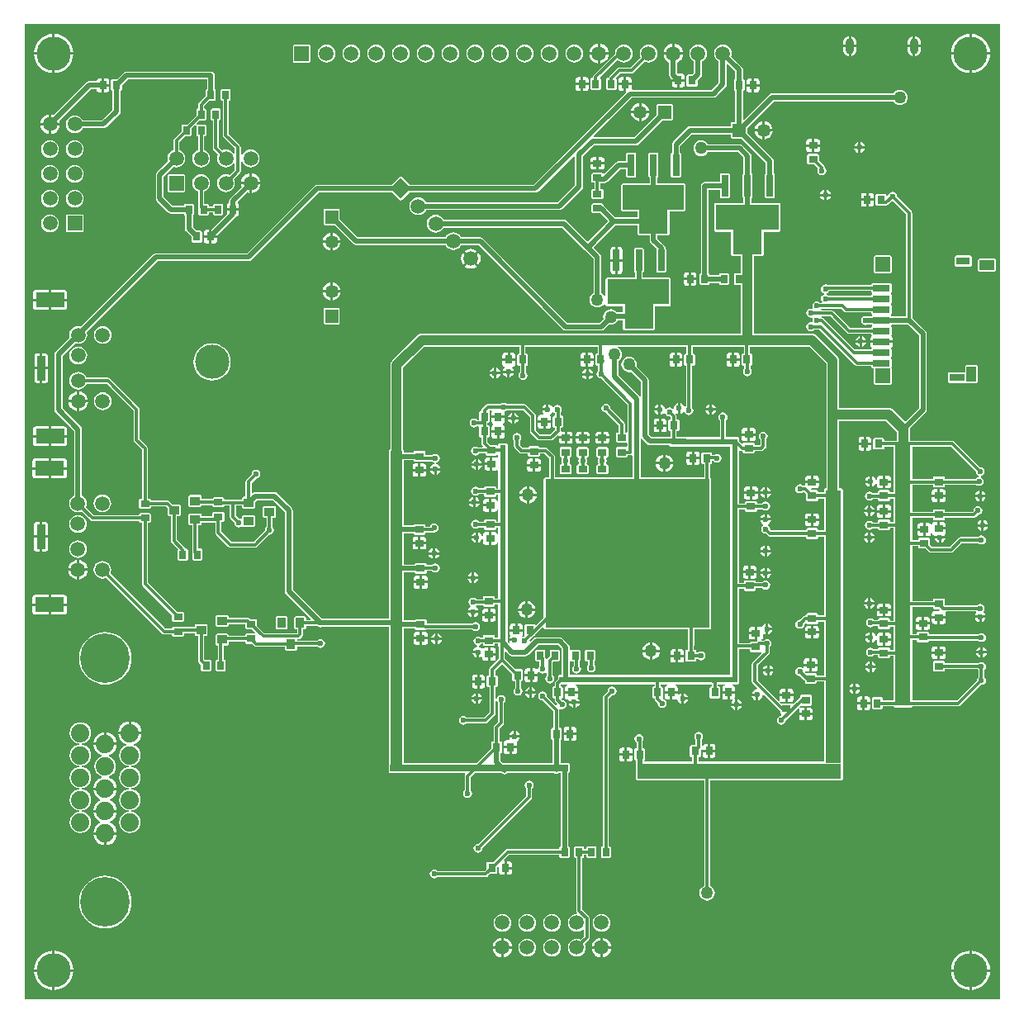
<source format=gbl>
G04 Layer_Physical_Order=2*
G04 Layer_Color=16711680*
%FSLAX25Y25*%
%MOIN*%
G70*
G01*
G75*
%ADD15R,0.03543X0.02756*%
%ADD16R,0.02756X0.03543*%
%ADD17R,0.05905X0.05905*%
%ADD18R,0.03937X0.03543*%
%ADD19R,0.03543X0.03937*%
%ADD20R,0.03150X0.03543*%
%ADD24R,0.03543X0.03150*%
%ADD27C,0.01181*%
%ADD28C,0.01968*%
%ADD29O,0.03543X0.06299*%
%ADD30C,0.05905*%
%ADD31P,0.08352X4X360.0*%
%ADD32C,0.13780*%
%ADD33R,0.05905X0.05905*%
%ADD34C,0.05315*%
%ADD35R,0.05315X0.05315*%
%ADD36R,0.05315X0.05315*%
%ADD37C,0.07400*%
%ADD38C,0.20000*%
%ADD39R,0.11811X0.05905*%
%ADD40R,0.03543X0.09842*%
%ADD41C,0.05000*%
%ADD42C,0.02362*%
%ADD43R,0.05913X0.03942*%
%ADD44R,0.03937X0.05906*%
%ADD45R,0.05514X0.03151*%
%ADD46R,0.05910X0.03152*%
%ADD47R,0.05913X0.05913*%
%ADD48R,0.05909X0.05909*%
%ADD49R,0.06900X0.02760*%
%ADD50R,0.06897X0.02759*%
%ADD51R,0.06892X0.02757*%
%ADD52R,0.06900X0.02760*%
%ADD53R,0.06898X0.02759*%
%ADD54R,0.06896X0.02758*%
%ADD55R,0.06902X0.02761*%
%ADD56R,0.06892X0.02757*%
%ADD57R,0.02756X0.08858*%
%ADD58R,0.11811X0.09842*%
%ADD59C,0.03937*%
%ADD60R,0.71850X0.02953*%
%ADD61R,0.82185X0.06398*%
%ADD62R,0.25098X0.10335*%
%ADD63R,0.24606X0.09842*%
%ADD64R,0.25590X0.10335*%
%ADD65R,0.02461X0.98425*%
%ADD66R,0.27067X0.02461*%
%ADD67R,0.71850X0.02461*%
%ADD68R,0.02461X0.81201*%
%ADD69R,0.04921X1.29429*%
%ADD70R,0.94488X0.03937*%
%ADD71R,0.66437X0.60039*%
%ADD72R,0.06398X1.10236*%
%ADD73R,0.06398X1.06299*%
G36*
X492126Y98425D02*
X98425D01*
Y492126D01*
X492126D01*
Y98425D01*
D02*
G37*
%LPC*%
G36*
X120177Y351810D02*
X119250Y351688D01*
X118386Y351330D01*
X117645Y350761D01*
X117075Y350019D01*
X116717Y349155D01*
X116595Y348228D01*
X116717Y347301D01*
X117075Y346438D01*
X117645Y345696D01*
X118386Y345127D01*
X119250Y344769D01*
X120177Y344647D01*
X121104Y344769D01*
X121968Y345127D01*
X122710Y345696D01*
X123279Y346438D01*
X123519Y347016D01*
X131585D01*
X142489Y336112D01*
Y324311D01*
X142581Y323847D01*
X142844Y323454D01*
X145933Y320364D01*
Y300746D01*
X145374D01*
X144916Y300556D01*
X144726Y300098D01*
Y297342D01*
X144916Y296884D01*
X145374Y296695D01*
X148917D01*
X149375Y296884D01*
X149565Y297342D01*
Y297508D01*
X155600D01*
X156242Y296866D01*
Y294193D01*
X156432Y293735D01*
X156890Y293545D01*
X157646D01*
Y283563D01*
X157738Y283099D01*
X158001Y282706D01*
X160525Y280182D01*
X160376Y279823D01*
Y276280D01*
X160566Y275821D01*
X161024Y275632D01*
X163779D01*
X164238Y275821D01*
X164427Y276280D01*
Y279823D01*
X164238Y280281D01*
X163779Y280471D01*
X163524D01*
X163522Y280484D01*
X163259Y280877D01*
X160071Y284065D01*
Y293545D01*
X160827D01*
X161285Y293735D01*
X161474Y294193D01*
Y297736D01*
X161285Y298194D01*
X160827Y298384D01*
X158153D01*
X156960Y299578D01*
X156566Y299840D01*
X156102Y299933D01*
X149565D01*
Y300098D01*
X149375Y300556D01*
X148917Y300746D01*
X148358D01*
Y320866D01*
X148266Y321330D01*
X148003Y321723D01*
X144913Y324813D01*
Y336614D01*
X144821Y337078D01*
X144558Y337471D01*
X132944Y349086D01*
X132551Y349348D01*
X132087Y349441D01*
X123519D01*
X123279Y350019D01*
X122710Y350761D01*
X121968Y351330D01*
X121104Y351688D01*
X120177Y351810D01*
D02*
G37*
G36*
X120579Y275870D02*
Y272449D01*
X124000D01*
X123930Y272981D01*
X123531Y273942D01*
X122898Y274768D01*
X122072Y275401D01*
X121111Y275800D01*
X120579Y275870D01*
D02*
G37*
G36*
X119579D02*
X119047Y275800D01*
X118085Y275401D01*
X117260Y274768D01*
X116626Y273942D01*
X116228Y272981D01*
X116158Y272449D01*
X119579D01*
Y275870D01*
D02*
G37*
G36*
X399762Y279028D02*
X398138D01*
Y277403D01*
X398489Y277473D01*
X399210Y277955D01*
X399692Y278677D01*
X399762Y279028D01*
D02*
G37*
G36*
X397138D02*
X395513D01*
X395583Y278677D01*
X396065Y277955D01*
X396787Y277473D01*
X397138Y277403D01*
Y279028D01*
D02*
G37*
G36*
X120079Y283798D02*
X119152Y283676D01*
X118288Y283319D01*
X117546Y282749D01*
X116977Y282008D01*
X116619Y281144D01*
X116497Y280217D01*
X116619Y279290D01*
X116977Y278426D01*
X117546Y277684D01*
X118288Y277115D01*
X119152Y276757D01*
X120079Y276635D01*
X121006Y276757D01*
X121870Y277115D01*
X122611Y277684D01*
X123181Y278426D01*
X123539Y279290D01*
X123661Y280217D01*
X123539Y281144D01*
X123181Y282008D01*
X122611Y282749D01*
X121870Y283319D01*
X121006Y283676D01*
X120079Y283798D01*
D02*
G37*
G36*
X393012Y273559D02*
X391740D01*
Y271465D01*
X394031D01*
Y272539D01*
X393954Y272930D01*
X393733Y273260D01*
X393402Y273481D01*
X393012Y273559D01*
D02*
G37*
G36*
X399762Y270169D02*
X398138D01*
Y268545D01*
X398489Y268615D01*
X399210Y269097D01*
X399692Y269818D01*
X399762Y270169D01*
D02*
G37*
G36*
X397138D02*
X395513D01*
X395583Y269818D01*
X396065Y269097D01*
X396787Y268615D01*
X397138Y268545D01*
Y270169D01*
D02*
G37*
G36*
X394031Y270465D02*
X391740D01*
Y268370D01*
X393012D01*
X393402Y268448D01*
X393733Y268669D01*
X393954Y269000D01*
X394031Y269390D01*
Y270465D01*
D02*
G37*
G36*
X390740Y273559D02*
X389469D01*
X389078Y273481D01*
X388748Y273260D01*
X388527Y272930D01*
X388449Y272539D01*
Y271465D01*
X390740D01*
Y273559D01*
D02*
G37*
G36*
X398138Y272794D02*
Y271169D01*
X399762D01*
X399692Y271520D01*
X399210Y272242D01*
X398489Y272724D01*
X398138Y272794D01*
D02*
G37*
G36*
X397138D02*
X396787Y272724D01*
X396065Y272242D01*
X395583Y271520D01*
X395513Y271169D01*
X397138D01*
Y272794D01*
D02*
G37*
G36*
X104618Y284835D02*
X102327D01*
Y280413D01*
X102405Y280023D01*
X102626Y279692D01*
X102956Y279471D01*
X103347Y279394D01*
X104618D01*
Y284835D01*
D02*
G37*
G36*
X439968Y287065D02*
Y285441D01*
X441593D01*
X441523Y285792D01*
X441041Y286513D01*
X440319Y286996D01*
X439968Y287065D01*
D02*
G37*
G36*
X438969D02*
X438618Y286996D01*
X437896Y286513D01*
X437414Y285792D01*
X437344Y285441D01*
X438969D01*
Y287065D01*
D02*
G37*
G36*
X199311Y297695D02*
X195374D01*
X194916Y297505D01*
X194726Y297047D01*
Y293504D01*
X194916Y293046D01*
X195374Y292856D01*
X196130D01*
Y289224D01*
X196060Y289177D01*
X195666Y288588D01*
X195528Y287894D01*
X195545Y287810D01*
X190935Y283201D01*
X182097D01*
X177885Y287412D01*
Y291282D01*
X178445D01*
X178903Y291471D01*
X179093Y291929D01*
Y294685D01*
X178903Y295143D01*
X178445Y295333D01*
X174901D01*
X174443Y295143D01*
X174254Y294685D01*
Y293437D01*
X169939D01*
Y293996D01*
X169749Y294454D01*
X169291Y294644D01*
X165354D01*
X164896Y294454D01*
X164707Y293996D01*
Y290453D01*
X164896Y289995D01*
X165354Y289805D01*
X166111D01*
Y279035D01*
X166203Y278572D01*
X166281Y278454D01*
Y276280D01*
X166471Y275821D01*
X166929Y275632D01*
X169685D01*
X170143Y275821D01*
X170333Y276280D01*
Y279823D01*
X170143Y280281D01*
X169685Y280471D01*
X168535D01*
Y289805D01*
X169291D01*
X169749Y289995D01*
X169939Y290453D01*
Y291012D01*
X175461D01*
Y286910D01*
X175553Y286446D01*
X175816Y286052D01*
X180737Y281131D01*
X181131Y280868D01*
X181595Y280776D01*
X191437D01*
X191901Y280868D01*
X192294Y281131D01*
X197259Y286096D01*
X197343Y286079D01*
X198037Y286217D01*
X198626Y286611D01*
X199019Y287199D01*
X199157Y287894D01*
X199019Y288588D01*
X198626Y289177D01*
X198555Y289224D01*
Y292856D01*
X199311D01*
X199769Y293046D01*
X199959Y293504D01*
Y297047D01*
X199769Y297505D01*
X199311Y297695D01*
D02*
G37*
G36*
X106890Y291276D02*
X105618D01*
Y285835D01*
X107909D01*
Y290256D01*
X107832Y290646D01*
X107611Y290977D01*
X107280Y291198D01*
X106890Y291276D01*
D02*
G37*
G36*
X104618D02*
X103347D01*
X102956Y291198D01*
X102626Y290977D01*
X102405Y290646D01*
X102327Y290256D01*
Y285835D01*
X104618D01*
Y291276D01*
D02*
G37*
G36*
X461114Y287689D02*
X458823D01*
Y286614D01*
X458901Y286224D01*
X459122Y285893D01*
X459452Y285672D01*
X459843Y285595D01*
X461114D01*
Y287689D01*
D02*
G37*
G36*
X470136Y284441D02*
X468512D01*
Y282817D01*
X468863Y282886D01*
X469584Y283368D01*
X470066Y284090D01*
X470136Y284441D01*
D02*
G37*
G36*
X398138Y281652D02*
Y280028D01*
X399762D01*
X399692Y280379D01*
X399210Y281100D01*
X398489Y281582D01*
X398138Y281652D01*
D02*
G37*
G36*
X397138D02*
X396787Y281582D01*
X396065Y281100D01*
X395583Y280379D01*
X395513Y280028D01*
X397138D01*
Y281652D01*
D02*
G37*
G36*
X107909Y284835D02*
X105618D01*
Y279394D01*
X106890D01*
X107280Y279471D01*
X107611Y279692D01*
X107832Y280023D01*
X107909Y280413D01*
Y284835D01*
D02*
G37*
G36*
X467512Y284441D02*
X465887D01*
X465957Y284090D01*
X466439Y283368D01*
X467161Y282886D01*
X467512Y282817D01*
Y284441D01*
D02*
G37*
G36*
X441593D02*
X439968D01*
Y282817D01*
X440319Y282886D01*
X441041Y283368D01*
X441523Y284090D01*
X441593Y284441D01*
D02*
G37*
G36*
X438969D02*
X437344D01*
X437414Y284090D01*
X437896Y283368D01*
X438618Y282886D01*
X438969Y282817D01*
Y284441D01*
D02*
G37*
G36*
X462894Y252890D02*
X461622D01*
Y250795D01*
X463913D01*
Y251870D01*
X463836Y252260D01*
X463615Y252591D01*
X463284Y252812D01*
X462894Y252890D01*
D02*
G37*
G36*
X460622D02*
X459350D01*
X458960Y252812D01*
X458629Y252591D01*
X458408Y252260D01*
X458331Y251870D01*
Y250795D01*
X460622D01*
Y252890D01*
D02*
G37*
G36*
X470311Y252157D02*
X468020D01*
Y250063D01*
X469291D01*
X469682Y250141D01*
X470012Y250362D01*
X470233Y250692D01*
X470311Y251083D01*
Y252157D01*
D02*
G37*
G36*
X444874Y255209D02*
X442583D01*
Y254134D01*
X442660Y253744D01*
X442881Y253413D01*
X443212Y253192D01*
X443602Y253114D01*
X444874D01*
Y255209D01*
D02*
G37*
G36*
X486376Y252453D02*
X484752D01*
Y250828D01*
X485103Y250898D01*
X485824Y251380D01*
X486306Y252102D01*
X486376Y252453D01*
D02*
G37*
G36*
X483752D02*
X482128D01*
X482197Y252102D01*
X482680Y251380D01*
X483401Y250898D01*
X483752Y250828D01*
Y252453D01*
D02*
G37*
G36*
X467020Y252157D02*
X464729D01*
Y251083D01*
X464806Y250692D01*
X465027Y250362D01*
X465358Y250141D01*
X465748Y250063D01*
X467020D01*
Y252157D01*
D02*
G37*
G36*
X460622Y249795D02*
X458331D01*
Y248720D01*
X458408Y248330D01*
X458629Y247999D01*
X458960Y247778D01*
X459350Y247701D01*
X460622D01*
Y249795D01*
D02*
G37*
G36*
X418110Y249346D02*
X416839D01*
Y247252D01*
X419130D01*
Y248327D01*
X419052Y248717D01*
X418831Y249048D01*
X418500Y249269D01*
X418110Y249346D01*
D02*
G37*
G36*
X415838D02*
X414567D01*
X414177Y249269D01*
X413846Y249048D01*
X413625Y248717D01*
X413547Y248327D01*
Y247252D01*
X415838D01*
Y249346D01*
D02*
G37*
G36*
X398630Y250156D02*
Y248532D01*
X400254D01*
X400184Y248883D01*
X399702Y249604D01*
X398981Y250086D01*
X398630Y250156D01*
D02*
G37*
G36*
X204035Y253108D02*
X200492D01*
X200034Y252919D01*
X199844Y252461D01*
Y248524D01*
X200034Y248066D01*
X200492Y247876D01*
X204035D01*
X204493Y248066D01*
X204683Y248524D01*
Y252461D01*
X204493Y252919D01*
X204035Y253108D01*
D02*
G37*
G36*
X463913Y249795D02*
X461622D01*
Y247701D01*
X462894D01*
X463284Y247778D01*
X463615Y247999D01*
X463836Y248330D01*
X463913Y248720D01*
Y249795D01*
D02*
G37*
G36*
X448165Y255209D02*
X445874D01*
Y253114D01*
X447146D01*
X447536Y253192D01*
X447866Y253413D01*
X448088Y253744D01*
X448165Y254134D01*
Y255209D01*
D02*
G37*
G36*
X439968Y260490D02*
Y258866D01*
X441593D01*
X441523Y259217D01*
X441041Y259939D01*
X440319Y260421D01*
X439968Y260490D01*
D02*
G37*
G36*
X438969D02*
X438618Y260421D01*
X437896Y259939D01*
X437414Y259217D01*
X437344Y258866D01*
X438969D01*
Y260490D01*
D02*
G37*
G36*
X114567Y261748D02*
X109161D01*
Y258276D01*
X115586D01*
Y260728D01*
X115509Y261119D01*
X115288Y261449D01*
X114957Y261670D01*
X114567Y261748D01*
D02*
G37*
G36*
X390740Y270465D02*
X388449D01*
Y269390D01*
X388527Y269000D01*
X388748Y268669D01*
X389078Y268448D01*
X389469Y268370D01*
X390740D01*
Y270465D01*
D02*
G37*
G36*
X124000Y271449D02*
X120579D01*
Y268028D01*
X121111Y268098D01*
X122072Y268496D01*
X122898Y269130D01*
X123531Y269955D01*
X123930Y270917D01*
X124000Y271449D01*
D02*
G37*
G36*
X119579D02*
X116158D01*
X116228Y270917D01*
X116626Y269955D01*
X117260Y269130D01*
X118085Y268496D01*
X119047Y268098D01*
X119579Y268028D01*
Y271449D01*
D02*
G37*
G36*
X108161Y261748D02*
X102756D01*
X102366Y261670D01*
X102035Y261449D01*
X101814Y261119D01*
X101736Y260728D01*
Y258276D01*
X108161D01*
Y261748D01*
D02*
G37*
G36*
X444874Y258303D02*
X443602D01*
X443212Y258225D01*
X442881Y258004D01*
X442660Y257674D01*
X442583Y257283D01*
Y256209D01*
X444874D01*
Y258303D01*
D02*
G37*
G36*
X115586Y257276D02*
X109161D01*
Y253803D01*
X114567D01*
X114957Y253881D01*
X115288Y254102D01*
X115509Y254433D01*
X115586Y254823D01*
Y257276D01*
D02*
G37*
G36*
X108161D02*
X101736D01*
Y254823D01*
X101814Y254433D01*
X102035Y254102D01*
X102366Y253881D01*
X102756Y253803D01*
X108161D01*
Y257276D01*
D02*
G37*
G36*
X441593Y257866D02*
X439968D01*
Y256242D01*
X440319Y256312D01*
X441041Y256794D01*
X441523Y257515D01*
X441593Y257866D01*
D02*
G37*
G36*
X438969D02*
X437344D01*
X437414Y257515D01*
X437896Y256794D01*
X438618Y256312D01*
X438969Y256242D01*
Y257866D01*
D02*
G37*
G36*
X447146Y258303D02*
X445874D01*
Y256209D01*
X448165D01*
Y257283D01*
X448088Y257674D01*
X447866Y258004D01*
X447536Y258225D01*
X447146Y258303D01*
D02*
G37*
G36*
X393504Y305547D02*
X392232D01*
Y303453D01*
X394524D01*
Y304528D01*
X394446Y304918D01*
X394225Y305249D01*
X393894Y305470D01*
X393504Y305547D01*
D02*
G37*
G36*
X391232D02*
X389961D01*
X389570Y305470D01*
X389240Y305249D01*
X389019Y304918D01*
X388941Y304528D01*
Y303453D01*
X391232D01*
Y305547D01*
D02*
G37*
G36*
X469291Y304464D02*
X468020D01*
Y302370D01*
X470311D01*
Y303445D01*
X470233Y303835D01*
X470012Y304166D01*
X469682Y304387D01*
X469291Y304464D01*
D02*
G37*
G36*
X448165Y306882D02*
X445874D01*
Y304787D01*
X447146D01*
X447536Y304865D01*
X447867Y305086D01*
X448088Y305417D01*
X448165Y305807D01*
Y306882D01*
D02*
G37*
G36*
X398138Y305274D02*
Y303650D01*
X399762D01*
X399692Y304001D01*
X399210Y304722D01*
X398489Y305204D01*
X398138Y305274D01*
D02*
G37*
G36*
X397138D02*
X396787Y305204D01*
X396065Y304722D01*
X395583Y304001D01*
X395513Y303650D01*
X397138D01*
Y305274D01*
D02*
G37*
G36*
X467020Y304464D02*
X465748D01*
X465358Y304387D01*
X465027Y304166D01*
X464806Y303835D01*
X464729Y303445D01*
Y302370D01*
X467020D01*
Y304464D01*
D02*
G37*
G36*
X397138Y302650D02*
X395513D01*
X395583Y302299D01*
X396065Y301577D01*
X396787Y301095D01*
X397138Y301025D01*
Y302650D01*
D02*
G37*
G36*
X394524Y302453D02*
X392232D01*
Y300358D01*
X393504D01*
X393894Y300436D01*
X394225Y300657D01*
X394446Y300988D01*
X394524Y301378D01*
Y302453D01*
D02*
G37*
G36*
X391232D02*
X388941D01*
Y301378D01*
X389019Y300988D01*
X389240Y300657D01*
X389570Y300436D01*
X389961Y300358D01*
X391232D01*
Y302453D01*
D02*
G37*
G36*
X484752Y303798D02*
Y302173D01*
X486376D01*
X486306Y302524D01*
X485824Y303246D01*
X485103Y303728D01*
X484752Y303798D01*
D02*
G37*
G36*
X483752D02*
X483401Y303728D01*
X482680Y303246D01*
X482197Y302524D01*
X482128Y302173D01*
X483752D01*
Y303798D01*
D02*
G37*
G36*
X399762Y302650D02*
X398138D01*
Y301025D01*
X398489Y301095D01*
X399210Y301577D01*
X399692Y302299D01*
X399762Y302650D01*
D02*
G37*
G36*
X439461Y307079D02*
X437836D01*
X437906Y306728D01*
X438388Y306006D01*
X439110Y305524D01*
X439461Y305454D01*
Y307079D01*
D02*
G37*
G36*
X437197Y322335D02*
X435103D01*
Y321063D01*
X435180Y320673D01*
X435401Y320342D01*
X435732Y320121D01*
X436122Y320043D01*
X437197D01*
Y322335D01*
D02*
G37*
G36*
X114567Y316866D02*
X109161D01*
Y313394D01*
X115586D01*
Y315846D01*
X115509Y316237D01*
X115288Y316567D01*
X114957Y316789D01*
X114567Y316866D01*
D02*
G37*
G36*
X108161D02*
X102756D01*
X102366Y316789D01*
X102035Y316567D01*
X101814Y316237D01*
X101736Y315846D01*
Y313394D01*
X108161D01*
Y316866D01*
D02*
G37*
G36*
X115685Y325287D02*
X109260D01*
Y321815D01*
X114665D01*
X115056Y321893D01*
X115386Y322114D01*
X115607Y322445D01*
X115685Y322835D01*
Y325287D01*
D02*
G37*
G36*
X108260D02*
X101835D01*
Y322835D01*
X101912Y322445D01*
X102133Y322114D01*
X102464Y321893D01*
X102854Y321815D01*
X108260D01*
Y325287D01*
D02*
G37*
G36*
X440291Y322335D02*
X438197D01*
Y320043D01*
X439272D01*
X439662Y320121D01*
X439993Y320342D01*
X440214Y320673D01*
X440291Y321063D01*
Y322335D01*
D02*
G37*
G36*
X115586Y312394D02*
X109161D01*
Y308922D01*
X114567D01*
X114957Y308999D01*
X115288Y309220D01*
X115509Y309551D01*
X115586Y309941D01*
Y312394D01*
D02*
G37*
G36*
X418110Y309976D02*
X416839D01*
Y307882D01*
X419130D01*
Y308957D01*
X419052Y309347D01*
X418831Y309678D01*
X418500Y309899D01*
X418110Y309976D01*
D02*
G37*
G36*
X447146D02*
X445874D01*
Y307882D01*
X448165D01*
Y308957D01*
X448088Y309347D01*
X447867Y309678D01*
X447536Y309899D01*
X447146Y309976D01*
D02*
G37*
G36*
X415839D02*
X414567D01*
X414177Y309899D01*
X413846Y309678D01*
X413625Y309347D01*
X413547Y308957D01*
Y307882D01*
X415839D01*
Y309976D01*
D02*
G37*
G36*
X108161Y312394D02*
X101736D01*
Y309941D01*
X101814Y309551D01*
X102035Y309220D01*
X102366Y308999D01*
X102756Y308922D01*
X108161D01*
Y312394D01*
D02*
G37*
G36*
X444874Y309976D02*
X443602D01*
X443212Y309899D01*
X442881Y309678D01*
X442660Y309347D01*
X442583Y308957D01*
Y308139D01*
X442083Y308090D01*
X442015Y308430D01*
X441533Y309151D01*
X440812Y309633D01*
X440461Y309703D01*
Y307579D01*
Y305454D01*
X440812Y305524D01*
X441533Y306006D01*
X442015Y306728D01*
X442083Y307068D01*
X442583Y307018D01*
Y305807D01*
X442660Y305417D01*
X442881Y305086D01*
X443212Y304865D01*
X443602Y304787D01*
X444874D01*
Y307382D01*
Y309976D01*
D02*
G37*
G36*
X439461Y309703D02*
X439110Y309633D01*
X438388Y309151D01*
X437906Y308430D01*
X437836Y308079D01*
X439461D01*
Y309703D01*
D02*
G37*
G36*
X485736Y291987D02*
Y290362D01*
X487361D01*
X487291Y290713D01*
X486809Y291435D01*
X486087Y291917D01*
X485736Y291987D01*
D02*
G37*
G36*
X484736D02*
X484385Y291917D01*
X483664Y291435D01*
X483182Y290713D01*
X483112Y290362D01*
X484736D01*
Y291987D01*
D02*
G37*
G36*
X467020Y291177D02*
X465748D01*
X465358Y291099D01*
X465027Y290878D01*
X464806Y290548D01*
X464764Y290333D01*
X464760Y290332D01*
X464243Y290281D01*
X464107Y290485D01*
X463776Y290706D01*
X463386Y290783D01*
X462114D01*
Y288189D01*
Y285595D01*
X463386D01*
X463776Y285672D01*
X464107Y285893D01*
X464328Y286224D01*
X464370Y286438D01*
X464374Y286440D01*
X464891Y286491D01*
X465027Y286287D01*
X465358Y286066D01*
X465534Y286031D01*
X465569Y286011D01*
X465858Y285618D01*
X465897Y285488D01*
X465887Y285441D01*
X470136D01*
X470066Y285792D01*
X469821Y286159D01*
X470012Y286287D01*
X470233Y286618D01*
X470311Y287008D01*
Y288083D01*
X467520D01*
Y288583D01*
X467020D01*
Y291177D01*
D02*
G37*
G36*
X397138Y294447D02*
X396787Y294377D01*
X396065Y293895D01*
X395583Y293174D01*
X395513Y292823D01*
X397138D01*
Y294447D01*
D02*
G37*
G36*
X418110Y294720D02*
X416839D01*
Y292626D01*
X419130D01*
Y293701D01*
X419052Y294091D01*
X418831Y294422D01*
X418501Y294643D01*
X418110Y294720D01*
D02*
G37*
G36*
X415839D02*
X414567D01*
X414177Y294643D01*
X413846Y294422D01*
X413625Y294091D01*
X413547Y293701D01*
Y292626D01*
X415839D01*
Y294720D01*
D02*
G37*
G36*
X419130Y291626D02*
X416839D01*
Y289532D01*
X418110D01*
X418501Y289609D01*
X418831Y289830D01*
X419052Y290161D01*
X419130Y290551D01*
Y291626D01*
D02*
G37*
G36*
X487361Y289362D02*
X485736D01*
Y287738D01*
X486087Y287808D01*
X486809Y288290D01*
X487291Y289011D01*
X487361Y289362D01*
D02*
G37*
G36*
X484736D02*
X483112D01*
X483182Y289011D01*
X483664Y288290D01*
X484385Y287808D01*
X484736Y287738D01*
Y289362D01*
D02*
G37*
G36*
X120079Y294035D02*
X119152Y293913D01*
X118288Y293555D01*
X117546Y292986D01*
X116977Y292244D01*
X116619Y291380D01*
X116497Y290453D01*
X116619Y289526D01*
X116977Y288662D01*
X117546Y287920D01*
X118288Y287351D01*
X119152Y286993D01*
X120079Y286871D01*
X121006Y286993D01*
X121870Y287351D01*
X122611Y287920D01*
X123181Y288662D01*
X123539Y289526D01*
X123661Y290453D01*
X123539Y291380D01*
X123181Y292244D01*
X122611Y292986D01*
X121870Y293555D01*
X121006Y293913D01*
X120079Y294035D01*
D02*
G37*
G36*
X415839Y291626D02*
X413547D01*
Y290551D01*
X413625Y290161D01*
X413846Y289830D01*
X414177Y289609D01*
X414567Y289532D01*
X415839D01*
Y291626D01*
D02*
G37*
G36*
X469291Y291177D02*
X468020D01*
Y289083D01*
X470311D01*
Y290157D01*
X470233Y290548D01*
X470012Y290878D01*
X469682Y291099D01*
X469291Y291177D01*
D02*
G37*
G36*
X461114Y290783D02*
X459843D01*
X459452Y290706D01*
X459122Y290485D01*
X458901Y290154D01*
X458823Y289764D01*
Y288689D01*
X461114D01*
Y290783D01*
D02*
G37*
G36*
X398138Y294447D02*
Y292823D01*
X399762D01*
X399692Y293174D01*
X399210Y293895D01*
X398489Y294377D01*
X398138Y294447D01*
D02*
G37*
G36*
X467020Y301370D02*
X464729D01*
Y300295D01*
X464806Y299905D01*
X465027Y299574D01*
X465358Y299353D01*
X465748Y299276D01*
X467020D01*
Y301370D01*
D02*
G37*
G36*
X439968Y297892D02*
Y296268D01*
X441593D01*
X441523Y296619D01*
X441041Y297340D01*
X440319Y297822D01*
X439968Y297892D01*
D02*
G37*
G36*
X438969D02*
X438618Y297822D01*
X437896Y297340D01*
X437414Y296619D01*
X437344Y296268D01*
X438969D01*
Y297892D01*
D02*
G37*
G36*
X486376Y301173D02*
X484752D01*
Y299549D01*
X485103Y299619D01*
X485824Y300101D01*
X486306Y300822D01*
X486376Y301173D01*
D02*
G37*
G36*
X483752D02*
X482128D01*
X482197Y300822D01*
X482680Y300101D01*
X483401Y299619D01*
X483752Y299549D01*
Y301173D01*
D02*
G37*
G36*
X470311Y301370D02*
X468020D01*
Y299276D01*
X469291D01*
X469682Y299353D01*
X470012Y299574D01*
X470233Y299905D01*
X470311Y300295D01*
Y301370D01*
D02*
G37*
G36*
X447146Y298165D02*
X445874D01*
Y296071D01*
X448165D01*
Y297146D01*
X448088Y297536D01*
X447867Y297867D01*
X447536Y298088D01*
X447146Y298165D01*
D02*
G37*
G36*
X438969Y295268D02*
X437344D01*
X437414Y294917D01*
X437896Y294195D01*
X438618Y293713D01*
X438969Y293643D01*
Y295268D01*
D02*
G37*
G36*
X448165Y295071D02*
X445874D01*
Y292976D01*
X447146D01*
X447536Y293054D01*
X447867Y293275D01*
X448088Y293606D01*
X448165Y293996D01*
Y295071D01*
D02*
G37*
G36*
X444874D02*
X442583D01*
Y293996D01*
X442660Y293606D01*
X442881Y293275D01*
X443212Y293054D01*
X443602Y292976D01*
X444874D01*
Y295071D01*
D02*
G37*
G36*
Y298165D02*
X443602D01*
X443212Y298088D01*
X442881Y297867D01*
X442660Y297536D01*
X442583Y297146D01*
Y296071D01*
X444874D01*
Y298165D01*
D02*
G37*
G36*
X129921Y302302D02*
X128994Y302180D01*
X128130Y301822D01*
X127389Y301253D01*
X126819Y300511D01*
X126461Y299647D01*
X126339Y298720D01*
X126461Y297793D01*
X126819Y296930D01*
X127389Y296188D01*
X128130Y295618D01*
X128994Y295261D01*
X129921Y295139D01*
X130848Y295261D01*
X131712Y295618D01*
X132454Y296188D01*
X133023Y296930D01*
X133381Y297793D01*
X133503Y298720D01*
X133381Y299647D01*
X133023Y300511D01*
X132454Y301253D01*
X131712Y301822D01*
X130848Y302180D01*
X129921Y302302D01*
D02*
G37*
G36*
X441593Y295268D02*
X439968D01*
Y293643D01*
X440319Y293713D01*
X441041Y294195D01*
X441523Y294917D01*
X441593Y295268D01*
D02*
G37*
G36*
X374303Y198319D02*
X372209D01*
Y197047D01*
X372286Y196657D01*
X372507Y196326D01*
X372838Y196105D01*
X373228Y196028D01*
X374303D01*
Y198319D01*
D02*
G37*
G36*
X343834Y196843D02*
X341740D01*
Y194551D01*
X342815D01*
X343205Y194629D01*
X343536Y194850D01*
X343757Y195181D01*
X343834Y195571D01*
Y196843D01*
D02*
G37*
G36*
X340740D02*
X338646D01*
Y195571D01*
X338723Y195181D01*
X338944Y194850D01*
X339275Y194629D01*
X339665Y194551D01*
X340740D01*
Y196843D01*
D02*
G37*
G36*
X342815Y200134D02*
X341740D01*
Y197843D01*
X343834D01*
Y199114D01*
X343757Y199504D01*
X343536Y199835D01*
X343205Y200056D01*
X342815Y200134D01*
D02*
G37*
G36*
X340740D02*
X339665D01*
X339275Y200056D01*
X338944Y199835D01*
X338723Y199504D01*
X338646Y199114D01*
Y197843D01*
X340740D01*
Y200134D01*
D02*
G37*
G36*
X377397Y198319D02*
X375303D01*
Y196028D01*
X376378D01*
X376768Y196105D01*
X377099Y196326D01*
X377320Y196657D01*
X377397Y197047D01*
Y198319D01*
D02*
G37*
G36*
X135738Y201081D02*
X131063D01*
X126388D01*
X126484Y200354D01*
X126957Y199211D01*
X127711Y198229D01*
X128693Y197476D01*
X129536Y197127D01*
Y196585D01*
X128895Y196320D01*
X127997Y195631D01*
X127308Y194733D01*
X126875Y193687D01*
X126727Y192565D01*
X126875Y191443D01*
X127308Y190398D01*
X127997Y189500D01*
X128895Y188811D01*
X129536Y188545D01*
Y188004D01*
X128693Y187655D01*
X127711Y186902D01*
X126957Y185920D01*
X126484Y184776D01*
X126388Y184050D01*
X131063D01*
X135738D01*
X135642Y184776D01*
X135169Y185920D01*
X134415Y186902D01*
X133433Y187655D01*
X132590Y188004D01*
Y188545D01*
X133231Y188811D01*
X134129Y189500D01*
X134818Y190398D01*
X135251Y191443D01*
X135398Y192565D01*
X135251Y193687D01*
X134818Y194733D01*
X134129Y195631D01*
X133231Y196320D01*
X132590Y196585D01*
Y197127D01*
X133433Y197476D01*
X134415Y198229D01*
X135169Y199211D01*
X135642Y200354D01*
X135738Y201081D01*
D02*
G37*
G36*
X121063Y210405D02*
X119941Y210257D01*
X118895Y209824D01*
X117997Y209135D01*
X117308Y208237D01*
X116875Y207191D01*
X116727Y206069D01*
X116875Y204947D01*
X117308Y203902D01*
X117997Y203004D01*
X118895Y202315D01*
X119941Y201882D01*
X120457Y201814D01*
Y201309D01*
X119941Y201241D01*
X118895Y200808D01*
X117997Y200119D01*
X117308Y199221D01*
X116875Y198176D01*
X116727Y197054D01*
X116875Y195931D01*
X117308Y194886D01*
X117997Y193988D01*
X118895Y193299D01*
X119941Y192866D01*
X120457Y192798D01*
Y192294D01*
X119941Y192226D01*
X118895Y191793D01*
X117997Y191103D01*
X117308Y190206D01*
X116875Y189160D01*
X116727Y188038D01*
X116875Y186916D01*
X117308Y185870D01*
X117997Y184972D01*
X118895Y184283D01*
X119941Y183850D01*
X120457Y183782D01*
Y183278D01*
X119941Y183210D01*
X118895Y182777D01*
X117997Y182088D01*
X117308Y181190D01*
X116875Y180144D01*
X116727Y179022D01*
X116875Y177900D01*
X117308Y176854D01*
X117997Y175956D01*
X118895Y175267D01*
X119941Y174834D01*
X120456Y174766D01*
Y174262D01*
X119941Y174194D01*
X118895Y173761D01*
X117997Y173072D01*
X117308Y172174D01*
X116875Y171128D01*
X116727Y170006D01*
X116875Y168884D01*
X117308Y167839D01*
X117997Y166941D01*
X118895Y166252D01*
X119941Y165819D01*
X121063Y165671D01*
X122185Y165819D01*
X123231Y166252D01*
X124129Y166941D01*
X124818Y167839D01*
X125251Y168884D01*
X125399Y170006D01*
X125251Y171128D01*
X124818Y172174D01*
X124129Y173072D01*
X123231Y173761D01*
X122185Y174194D01*
X121670Y174262D01*
Y174766D01*
X122185Y174834D01*
X123231Y175267D01*
X124129Y175956D01*
X124818Y176854D01*
X125251Y177900D01*
X125399Y179022D01*
X125251Y180144D01*
X124818Y181190D01*
X124129Y182088D01*
X123231Y182777D01*
X122185Y183210D01*
X121669Y183278D01*
Y183782D01*
X122185Y183850D01*
X123231Y184283D01*
X124129Y184972D01*
X124818Y185870D01*
X125251Y186916D01*
X125399Y188038D01*
X125251Y189160D01*
X124818Y190206D01*
X124129Y191103D01*
X123231Y191793D01*
X122185Y192226D01*
X121669Y192294D01*
Y192798D01*
X122185Y192866D01*
X123231Y193299D01*
X124129Y193988D01*
X124818Y194886D01*
X125251Y195931D01*
X125399Y197054D01*
X125251Y198176D01*
X124818Y199221D01*
X124129Y200119D01*
X123231Y200808D01*
X122185Y201241D01*
X121669Y201309D01*
Y201814D01*
X122185Y201882D01*
X123231Y202315D01*
X124129Y203004D01*
X124818Y203902D01*
X125251Y204947D01*
X125399Y206069D01*
X125251Y207191D01*
X124818Y208237D01*
X124129Y209135D01*
X123231Y209824D01*
X122185Y210257D01*
X121063Y210405D01*
D02*
G37*
G36*
X302165Y186854D02*
X301471Y186716D01*
X300882Y186322D01*
X300489Y185734D01*
X300351Y185039D01*
X300489Y184345D01*
X300882Y183756D01*
X300953Y183709D01*
Y180620D01*
X281579Y161247D01*
X281496Y161263D01*
X280802Y161125D01*
X280213Y160732D01*
X279820Y160143D01*
X279682Y159449D01*
X279820Y158755D01*
X280213Y158166D01*
X280802Y157773D01*
X281496Y157634D01*
X282190Y157773D01*
X282779Y158166D01*
X283172Y158755D01*
X283310Y159449D01*
X283294Y159532D01*
X303023Y179261D01*
X303285Y179654D01*
X303378Y180118D01*
Y183709D01*
X303448Y183756D01*
X303842Y184345D01*
X303980Y185039D01*
X303842Y185734D01*
X303448Y186322D01*
X302860Y186716D01*
X302165Y186854D01*
D02*
G37*
G36*
X135738Y165018D02*
X131563D01*
Y160844D01*
X132290Y160939D01*
X133433Y161413D01*
X134415Y162166D01*
X135169Y163148D01*
X135642Y164291D01*
X135738Y165018D01*
D02*
G37*
G36*
Y183050D02*
X131063D01*
X126388D01*
X126484Y182323D01*
X126957Y181179D01*
X127711Y180198D01*
X128693Y179444D01*
X129061Y179292D01*
Y178792D01*
X128693Y178639D01*
X127711Y177886D01*
X126957Y176904D01*
X126484Y175761D01*
X126388Y175034D01*
X131063D01*
X135738D01*
X135642Y175761D01*
X135169Y176904D01*
X134415Y177886D01*
X133433Y178639D01*
X133065Y178792D01*
Y179292D01*
X133433Y179444D01*
X134415Y180198D01*
X135169Y181179D01*
X135642Y182323D01*
X135738Y183050D01*
D02*
G37*
G36*
Y174034D02*
X131063D01*
X126388D01*
X126484Y173307D01*
X126957Y172163D01*
X127711Y171182D01*
X128693Y170428D01*
X129060Y170276D01*
Y169776D01*
X128693Y169624D01*
X127711Y168870D01*
X126957Y167888D01*
X126484Y166745D01*
X126388Y166018D01*
X131063D01*
X135738D01*
X135642Y166745D01*
X135169Y167888D01*
X134415Y168870D01*
X133433Y169624D01*
X133065Y169776D01*
Y170276D01*
X133433Y170428D01*
X134415Y171182D01*
X135169Y172163D01*
X135642Y173307D01*
X135738Y174034D01*
D02*
G37*
G36*
X141063Y206069D02*
D01*
Y205569D01*
X136388D01*
X136484Y204842D01*
X136958Y203699D01*
X137711Y202717D01*
X138693Y201964D01*
X139536Y201615D01*
Y201074D01*
X138895Y200808D01*
X137997Y200119D01*
X137308Y199221D01*
X136875Y198176D01*
X136727Y197054D01*
X136875Y195931D01*
X137308Y194886D01*
X137997Y193988D01*
X138895Y193299D01*
X139941Y192866D01*
X140457Y192798D01*
Y192294D01*
X139941Y192226D01*
X138895Y191793D01*
X137997Y191103D01*
X137308Y190206D01*
X136875Y189160D01*
X136727Y188038D01*
X136875Y186916D01*
X137308Y185870D01*
X137997Y184972D01*
X138895Y184283D01*
X139941Y183850D01*
X140457Y183782D01*
Y183278D01*
X139941Y183210D01*
X138895Y182777D01*
X137997Y182088D01*
X137308Y181190D01*
X136875Y180144D01*
X136727Y179022D01*
X136875Y177900D01*
X137308Y176854D01*
X137997Y175956D01*
X138895Y175267D01*
X139941Y174834D01*
X140456Y174766D01*
Y174262D01*
X139941Y174194D01*
X138895Y173761D01*
X137997Y173072D01*
X137308Y172174D01*
X136875Y171128D01*
X136727Y170006D01*
X136875Y168884D01*
X137308Y167839D01*
X137997Y166941D01*
X138895Y166252D01*
X139941Y165819D01*
X141063Y165671D01*
X142185Y165819D01*
X143231Y166252D01*
X144129Y166941D01*
X144818Y167839D01*
X145251Y168884D01*
X145398Y170006D01*
X145251Y171128D01*
X144818Y172174D01*
X144129Y173072D01*
X143231Y173761D01*
X142185Y174194D01*
X141670Y174262D01*
Y174766D01*
X142185Y174834D01*
X143231Y175267D01*
X144129Y175956D01*
X144818Y176854D01*
X145251Y177900D01*
X145398Y179022D01*
X145251Y180144D01*
X144818Y181190D01*
X144129Y182088D01*
X143231Y182777D01*
X142185Y183210D01*
X141669Y183278D01*
Y183782D01*
X142185Y183850D01*
X143231Y184283D01*
X144129Y184972D01*
X144818Y185870D01*
X145251Y186916D01*
X145398Y188038D01*
X145251Y189160D01*
X144818Y190206D01*
X144129Y191103D01*
X143231Y191793D01*
X142185Y192226D01*
X141669Y192294D01*
Y192798D01*
X142185Y192866D01*
X143231Y193299D01*
X144129Y193988D01*
X144818Y194886D01*
X145251Y195931D01*
X145398Y197054D01*
X145251Y198176D01*
X144818Y199221D01*
X144129Y200119D01*
X143231Y200808D01*
X142590Y201074D01*
Y201615D01*
X143433Y201964D01*
X144415Y202717D01*
X145168Y203699D01*
X145642Y204842D01*
X145738Y205569D01*
X141063D01*
Y206069D01*
D02*
G37*
G36*
X376378Y201610D02*
X375303D01*
Y199319D01*
X377397D01*
Y200591D01*
X377320Y200981D01*
X377099Y201311D01*
X376768Y201533D01*
X376378Y201610D01*
D02*
G37*
G36*
X416669Y213280D02*
X414378D01*
Y211185D01*
X415650D01*
X416040Y211263D01*
X416371Y211484D01*
X416592Y211815D01*
X416669Y212205D01*
Y213280D01*
D02*
G37*
G36*
X413378D02*
X411087D01*
Y212205D01*
X411164Y211815D01*
X411385Y211484D01*
X411716Y211263D01*
X412106Y211185D01*
X413378D01*
Y213280D01*
D02*
G37*
G36*
X141563Y210744D02*
Y206569D01*
X145738D01*
X145642Y207296D01*
X145168Y208440D01*
X144415Y209421D01*
X143433Y210175D01*
X142290Y210648D01*
X141563Y210744D01*
D02*
G37*
G36*
X439799Y217512D02*
X437705D01*
Y215220D01*
X438780D01*
X439170Y215298D01*
X439501Y215519D01*
X439721Y215850D01*
X439799Y216240D01*
Y217512D01*
D02*
G37*
G36*
X436705D02*
X434610D01*
Y216240D01*
X434688Y215850D01*
X434909Y215519D01*
X435240Y215298D01*
X435630Y215220D01*
X436705D01*
Y217512D01*
D02*
G37*
G36*
X415650Y216374D02*
X414378D01*
Y214280D01*
X416669D01*
Y215354D01*
X416592Y215745D01*
X416371Y216075D01*
X416040Y216296D01*
X415650Y216374D01*
D02*
G37*
G36*
X140563Y210744D02*
X139836Y210648D01*
X138693Y210175D01*
X137711Y209421D01*
X136958Y208440D01*
X136484Y207296D01*
X136388Y206569D01*
X140563D01*
Y210744D01*
D02*
G37*
G36*
X318201Y205209D02*
X316106D01*
Y203937D01*
X316184Y203547D01*
X316405Y203216D01*
X316736Y202995D01*
X317126Y202918D01*
X318201D01*
Y205209D01*
D02*
G37*
G36*
X131563Y206256D02*
Y202081D01*
X135738D01*
X135642Y202808D01*
X135169Y203952D01*
X134415Y204933D01*
X133433Y205687D01*
X132290Y206160D01*
X131563Y206256D01*
D02*
G37*
G36*
X130563D02*
X129836Y206160D01*
X128693Y205687D01*
X127711Y204933D01*
X126957Y203952D01*
X126484Y202808D01*
X126388Y202081D01*
X130563D01*
Y206256D01*
D02*
G37*
G36*
X320276Y208500D02*
X319201D01*
Y206209D01*
X321295D01*
Y207480D01*
X321217Y207871D01*
X320996Y208201D01*
X320666Y208422D01*
X320276Y208500D01*
D02*
G37*
G36*
X318201D02*
X317126D01*
X316736Y208422D01*
X316405Y208201D01*
X316184Y207871D01*
X316106Y207480D01*
Y206209D01*
X318201D01*
Y208500D01*
D02*
G37*
G36*
X321295Y205209D02*
X319201D01*
Y202918D01*
X320276D01*
X320666Y202995D01*
X320996Y203216D01*
X321217Y203547D01*
X321295Y203937D01*
Y205209D01*
D02*
G37*
G36*
X330858Y118929D02*
X327437D01*
X327507Y118397D01*
X327906Y117436D01*
X328539Y116610D01*
X329365Y115977D01*
X330326Y115578D01*
X330858Y115508D01*
Y118929D01*
D02*
G37*
G36*
X290858D02*
X287437D01*
X287507Y118397D01*
X287906Y117436D01*
X288539Y116610D01*
X289365Y115977D01*
X290326Y115578D01*
X290858Y115508D01*
Y118929D01*
D02*
G37*
G36*
X480815Y118115D02*
Y110736D01*
X488194D01*
X488091Y111783D01*
X487640Y113270D01*
X486907Y114641D01*
X485921Y115842D01*
X484720Y116828D01*
X483349Y117561D01*
X481862Y118012D01*
X480815Y118115D01*
D02*
G37*
G36*
X301358Y123011D02*
X300431Y122889D01*
X299567Y122531D01*
X298826Y121962D01*
X298256Y121220D01*
X297898Y120356D01*
X297776Y119429D01*
X297898Y118502D01*
X298256Y117638D01*
X298826Y116896D01*
X299567Y116327D01*
X300431Y115969D01*
X301358Y115847D01*
X302285Y115969D01*
X303149Y116327D01*
X303891Y116896D01*
X304460Y117638D01*
X304818Y118502D01*
X304940Y119429D01*
X304818Y120356D01*
X304460Y121220D01*
X303891Y121962D01*
X303149Y122531D01*
X302285Y122889D01*
X301358Y123011D01*
D02*
G37*
G36*
X335279Y118929D02*
X331858D01*
Y115508D01*
X332390Y115578D01*
X333352Y115977D01*
X334177Y116610D01*
X334811Y117436D01*
X335209Y118397D01*
X335279Y118929D01*
D02*
G37*
G36*
X295279D02*
X291858D01*
Y115508D01*
X292390Y115578D01*
X293352Y115977D01*
X294177Y116610D01*
X294811Y117436D01*
X295209Y118397D01*
X295279Y118929D01*
D02*
G37*
G36*
X479815Y118115D02*
X478768Y118012D01*
X477281Y117561D01*
X475911Y116828D01*
X474709Y115842D01*
X473723Y114641D01*
X472991Y113270D01*
X472539Y111783D01*
X472436Y110736D01*
X479815D01*
Y118115D01*
D02*
G37*
G36*
Y109736D02*
X472436D01*
X472539Y108689D01*
X472991Y107202D01*
X473723Y105832D01*
X474709Y104630D01*
X475911Y103644D01*
X477281Y102912D01*
X478768Y102461D01*
X479815Y102357D01*
Y109736D01*
D02*
G37*
G36*
X118115D02*
X110736D01*
Y102357D01*
X111783Y102461D01*
X113270Y102912D01*
X114641Y103644D01*
X115842Y104630D01*
X116828Y105832D01*
X117561Y107202D01*
X118012Y108689D01*
X118115Y109736D01*
D02*
G37*
G36*
X109736D02*
X102357D01*
X102461Y108689D01*
X102912Y107202D01*
X103644Y105832D01*
X104630Y104630D01*
X105832Y103644D01*
X107202Y102912D01*
X108689Y102461D01*
X109736Y102357D01*
Y109736D01*
D02*
G37*
G36*
X110736Y118115D02*
Y110736D01*
X118115D01*
X118012Y111783D01*
X117561Y113270D01*
X116828Y114641D01*
X115842Y115842D01*
X114641Y116828D01*
X113270Y117561D01*
X111783Y118012D01*
X110736Y118115D01*
D02*
G37*
G36*
X109736D02*
X108689Y118012D01*
X107202Y117561D01*
X105832Y116828D01*
X104630Y115842D01*
X103644Y114641D01*
X102912Y113270D01*
X102461Y111783D01*
X102357Y110736D01*
X109736D01*
Y118115D01*
D02*
G37*
G36*
X488194Y109736D02*
X480815D01*
Y102357D01*
X481862Y102461D01*
X483349Y102912D01*
X484720Y103644D01*
X485921Y104630D01*
X486907Y105832D01*
X487640Y107202D01*
X488091Y108689D01*
X488194Y109736D01*
D02*
G37*
G36*
X311358Y123011D02*
X310431Y122889D01*
X309567Y122531D01*
X308825Y121962D01*
X308256Y121220D01*
X307898Y120356D01*
X307776Y119429D01*
X307898Y118502D01*
X308256Y117638D01*
X308825Y116896D01*
X309567Y116327D01*
X310431Y115969D01*
X311358Y115847D01*
X312285Y115969D01*
X313149Y116327D01*
X313891Y116896D01*
X314460Y117638D01*
X314818Y118502D01*
X314940Y119429D01*
X314818Y120356D01*
X314460Y121220D01*
X313891Y121962D01*
X313149Y122531D01*
X312285Y122889D01*
X311358Y123011D01*
D02*
G37*
G36*
X295213Y151075D02*
X293118D01*
Y148784D01*
X294193D01*
X294583Y148861D01*
X294914Y149082D01*
X295135Y149413D01*
X295213Y149803D01*
Y151075D01*
D02*
G37*
G36*
X131063Y148433D02*
X129400Y148302D01*
X127778Y147913D01*
X126236Y147274D01*
X124814Y146402D01*
X123546Y145319D01*
X122462Y144051D01*
X121590Y142628D01*
X120952Y141087D01*
X120563Y139465D01*
X120432Y137802D01*
X120563Y136138D01*
X120952Y134516D01*
X121590Y132975D01*
X122462Y131553D01*
X123546Y130284D01*
X124814Y129201D01*
X126236Y128329D01*
X127778Y127691D01*
X129400Y127301D01*
X131063Y127170D01*
X132726Y127301D01*
X134348Y127691D01*
X135889Y128329D01*
X137312Y129201D01*
X138580Y130284D01*
X139664Y131553D01*
X140535Y132975D01*
X141174Y134516D01*
X141563Y136138D01*
X141694Y137802D01*
X141563Y139465D01*
X141174Y141087D01*
X140535Y142628D01*
X139664Y144051D01*
X138580Y145319D01*
X137312Y146402D01*
X135889Y147274D01*
X134348Y147913D01*
X132726Y148302D01*
X131063Y148433D01*
D02*
G37*
G36*
X331358Y133011D02*
X330431Y132889D01*
X329567Y132531D01*
X328825Y131962D01*
X328256Y131220D01*
X327898Y130356D01*
X327776Y129429D01*
X327898Y128502D01*
X328256Y127638D01*
X328825Y126897D01*
X329567Y126327D01*
X330431Y125969D01*
X331358Y125847D01*
X332285Y125969D01*
X333149Y126327D01*
X333891Y126897D01*
X334460Y127638D01*
X334818Y128502D01*
X334940Y129429D01*
X334818Y130356D01*
X334460Y131220D01*
X333891Y131962D01*
X333149Y132531D01*
X332285Y132889D01*
X331358Y133011D01*
D02*
G37*
G36*
X130563Y165018D02*
X126388D01*
X126484Y164291D01*
X126957Y163148D01*
X127711Y162166D01*
X128693Y161413D01*
X129836Y160939D01*
X130563Y160844D01*
Y165018D01*
D02*
G37*
G36*
X328642Y160392D02*
X325886D01*
X325428Y160202D01*
X325238Y159744D01*
Y159185D01*
X324368D01*
Y159744D01*
X324179Y160202D01*
X323721Y160392D01*
X320965D01*
X320507Y160202D01*
X320317Y159744D01*
Y156201D01*
X320507Y155743D01*
X320965Y155553D01*
X321130D01*
Y134302D01*
X321223Y133838D01*
X321446Y133504D01*
X321413Y133317D01*
X321229Y132994D01*
X320431Y132889D01*
X319567Y132531D01*
X318826Y131962D01*
X318256Y131220D01*
X317898Y130356D01*
X317776Y129429D01*
X317898Y128502D01*
X318256Y127638D01*
X318826Y126897D01*
X319567Y126327D01*
X320431Y125969D01*
X321358Y125847D01*
X322285Y125969D01*
X323149Y126327D01*
X323788Y126817D01*
X324288Y126660D01*
Y124073D01*
X322864Y122649D01*
X322285Y122889D01*
X321358Y123011D01*
X320431Y122889D01*
X319567Y122531D01*
X318826Y121962D01*
X318256Y121220D01*
X317898Y120356D01*
X317776Y119429D01*
X317898Y118502D01*
X318256Y117638D01*
X318826Y116896D01*
X319567Y116327D01*
X320431Y115969D01*
X321358Y115847D01*
X322285Y115969D01*
X323149Y116327D01*
X323891Y116896D01*
X324460Y117638D01*
X324818Y118502D01*
X324940Y119429D01*
X324818Y120356D01*
X324578Y120935D01*
X326357Y122714D01*
X326620Y123107D01*
X326712Y123571D01*
Y131145D01*
X326620Y131609D01*
X326357Y132002D01*
X323555Y134804D01*
Y155553D01*
X323721D01*
X324179Y155743D01*
X324368Y156201D01*
Y156760D01*
X325238D01*
Y156201D01*
X325428Y155743D01*
X325886Y155553D01*
X328642D01*
X329100Y155743D01*
X329290Y156201D01*
Y159744D01*
X329100Y160202D01*
X328642Y160392D01*
D02*
G37*
G36*
X294193Y154366D02*
X293118D01*
Y152075D01*
X295213D01*
Y153347D01*
X295135Y153737D01*
X294914Y154067D01*
X294583Y154288D01*
X294193Y154366D01*
D02*
G37*
G36*
X311358Y133011D02*
X310431Y132889D01*
X309567Y132531D01*
X308825Y131962D01*
X308256Y131220D01*
X307898Y130356D01*
X307776Y129429D01*
X307898Y128502D01*
X308256Y127638D01*
X308825Y126897D01*
X309567Y126327D01*
X310431Y125969D01*
X311358Y125847D01*
X312285Y125969D01*
X313149Y126327D01*
X313891Y126897D01*
X314460Y127638D01*
X314818Y128502D01*
X314940Y129429D01*
X314818Y130356D01*
X314460Y131220D01*
X313891Y131962D01*
X313149Y132531D01*
X312285Y132889D01*
X311358Y133011D01*
D02*
G37*
G36*
X291858Y123350D02*
Y119929D01*
X295279D01*
X295209Y120461D01*
X294811Y121423D01*
X294177Y122248D01*
X293352Y122882D01*
X292390Y123280D01*
X291858Y123350D01*
D02*
G37*
G36*
X330858D02*
X330326Y123280D01*
X329365Y122882D01*
X328539Y122248D01*
X327906Y121423D01*
X327507Y120461D01*
X327437Y119929D01*
X330858D01*
Y123350D01*
D02*
G37*
G36*
X290858D02*
X290326Y123280D01*
X289365Y122882D01*
X288539Y122248D01*
X287906Y121423D01*
X287507Y120461D01*
X287437Y119929D01*
X290858D01*
Y123350D01*
D02*
G37*
G36*
X301358Y133011D02*
X300431Y132889D01*
X299567Y132531D01*
X298826Y131962D01*
X298256Y131220D01*
X297898Y130356D01*
X297776Y129429D01*
X297898Y128502D01*
X298256Y127638D01*
X298826Y126897D01*
X299567Y126327D01*
X300431Y125969D01*
X301358Y125847D01*
X302285Y125969D01*
X303149Y126327D01*
X303891Y126897D01*
X304460Y127638D01*
X304818Y128502D01*
X304940Y129429D01*
X304818Y130356D01*
X304460Y131220D01*
X303891Y131962D01*
X303149Y132531D01*
X302285Y132889D01*
X301358Y133011D01*
D02*
G37*
G36*
X291358D02*
X290431Y132889D01*
X289567Y132531D01*
X288825Y131962D01*
X288256Y131220D01*
X287898Y130356D01*
X287776Y129429D01*
X287898Y128502D01*
X288256Y127638D01*
X288825Y126897D01*
X289567Y126327D01*
X290431Y125969D01*
X291358Y125847D01*
X292285Y125969D01*
X293149Y126327D01*
X293891Y126897D01*
X294460Y127638D01*
X294818Y128502D01*
X294940Y129429D01*
X294818Y130356D01*
X294460Y131220D01*
X293891Y131962D01*
X293149Y132531D01*
X292285Y132889D01*
X291358Y133011D01*
D02*
G37*
G36*
X331858Y123350D02*
Y119929D01*
X335279D01*
X335209Y120461D01*
X334811Y121423D01*
X334177Y122248D01*
X333352Y122882D01*
X332390Y123280D01*
X331858Y123350D01*
D02*
G37*
G36*
X467020Y237984D02*
X464728D01*
Y236909D01*
X464806Y236519D01*
X465027Y236188D01*
X465358Y235967D01*
X465748Y235890D01*
X467020D01*
Y237984D01*
D02*
G37*
G36*
X417618Y236157D02*
X416347D01*
Y234063D01*
X418638D01*
Y235138D01*
X418560Y235528D01*
X418339Y235859D01*
X418008Y236080D01*
X417618Y236157D01*
D02*
G37*
G36*
X415346D02*
X414075D01*
X413685Y236080D01*
X413354Y235859D01*
X413133Y235528D01*
X413055Y235138D01*
Y234063D01*
X415346D01*
Y236157D01*
D02*
G37*
G36*
X486868Y238181D02*
X485244D01*
Y236557D01*
X485595Y236627D01*
X486317Y237109D01*
X486799Y237830D01*
X486868Y238181D01*
D02*
G37*
G36*
X484244D02*
X482620D01*
X482690Y237830D01*
X483172Y237109D01*
X483893Y236627D01*
X484244Y236557D01*
Y238181D01*
D02*
G37*
G36*
X470311Y237984D02*
X468020D01*
Y235890D01*
X469291D01*
X469681Y235967D01*
X470012Y236188D01*
X470233Y236519D01*
X470311Y236909D01*
Y237984D01*
D02*
G37*
G36*
X440461Y234900D02*
Y233276D01*
X442085D01*
X442015Y233627D01*
X441533Y234348D01*
X440812Y234830D01*
X440461Y234900D01*
D02*
G37*
G36*
X418638Y233063D02*
X416347D01*
Y230969D01*
X417618D01*
X418008Y231046D01*
X418339Y231267D01*
X418560Y231598D01*
X418638Y231988D01*
Y233063D01*
D02*
G37*
G36*
X129921Y275531D02*
X128994Y275409D01*
X128130Y275051D01*
X127389Y274482D01*
X126819Y273740D01*
X126461Y272876D01*
X126339Y271949D01*
X126461Y271022D01*
X126819Y270158D01*
X127389Y269416D01*
X128130Y268847D01*
X128994Y268489D01*
X129921Y268367D01*
X130848Y268489D01*
X131427Y268729D01*
X153966Y246190D01*
X154359Y245927D01*
X154823Y245835D01*
X158014D01*
Y245669D01*
X158203Y245211D01*
X158661Y245022D01*
X162205D01*
X162663Y245211D01*
X162852Y245669D01*
Y246327D01*
X167167D01*
Y245768D01*
X167357Y245310D01*
X167815Y245120D01*
X168571D01*
Y235236D01*
X168663Y234772D01*
X168663Y234772D01*
X168663Y234772D01*
X168926Y234379D01*
X168926Y234379D01*
X169726Y233579D01*
Y231496D01*
X169916Y231038D01*
X170374Y230848D01*
X173130D01*
X173588Y231038D01*
X173778Y231496D01*
Y235039D01*
X173588Y235497D01*
X173130Y235687D01*
X171047D01*
X170996Y235738D01*
Y245120D01*
X171752D01*
X172210Y245310D01*
X172400Y245768D01*
Y249311D01*
X172210Y249769D01*
X171752Y249959D01*
X167815D01*
X167357Y249769D01*
X167167Y249311D01*
Y248752D01*
X162717D01*
X162663Y248883D01*
X162205Y249073D01*
X158661D01*
X158203Y248883D01*
X158014Y248425D01*
Y248259D01*
X155325D01*
X133141Y270443D01*
X133381Y271022D01*
X133503Y271949D01*
X133381Y272876D01*
X133023Y273740D01*
X132454Y274482D01*
X131712Y275051D01*
X130848Y275409D01*
X129921Y275531D01*
D02*
G37*
G36*
X442085Y232276D02*
X440461D01*
Y230651D01*
X440812Y230721D01*
X441533Y231203D01*
X442015Y231925D01*
X442085Y232276D01*
D02*
G37*
G36*
X439461Y234900D02*
X439110Y234830D01*
X438388Y234348D01*
X437906Y233627D01*
X437836Y233276D01*
X439461D01*
Y234900D01*
D02*
G37*
G36*
X399122Y233424D02*
Y231799D01*
X400746D01*
X400677Y232150D01*
X400195Y232872D01*
X399473Y233354D01*
X399122Y233424D01*
D02*
G37*
G36*
X398122D02*
X397771Y233354D01*
X397050Y232872D01*
X396568Y232150D01*
X396498Y231799D01*
X398122D01*
Y233424D01*
D02*
G37*
G36*
X467020Y241079D02*
X465748D01*
X465358Y241001D01*
X465027Y240780D01*
X464806Y240449D01*
X464728Y240059D01*
Y238984D01*
X467020D01*
Y241079D01*
D02*
G37*
G36*
X447146Y246492D02*
X445874D01*
Y244398D01*
X448165D01*
Y245472D01*
X448088Y245863D01*
X447867Y246193D01*
X447536Y246414D01*
X447146Y246492D01*
D02*
G37*
G36*
X419130Y246252D02*
X416839D01*
Y244158D01*
X418110D01*
X418500Y244235D01*
X418831Y244456D01*
X419052Y244787D01*
X419130Y245177D01*
Y246252D01*
D02*
G37*
G36*
X415838D02*
X413547D01*
Y245177D01*
X413625Y244787D01*
X413846Y244456D01*
X414177Y244235D01*
X414567Y244158D01*
X415838D01*
Y246252D01*
D02*
G37*
G36*
X393201Y248953D02*
X391929D01*
X391539Y248875D01*
X391208Y248654D01*
X390987Y248323D01*
X390910Y247933D01*
Y246858D01*
X393201D01*
Y248953D01*
D02*
G37*
G36*
X400254Y247532D02*
X398630D01*
Y245907D01*
X398981Y245977D01*
X399702Y246459D01*
X400184Y247181D01*
X400254Y247532D01*
D02*
G37*
G36*
X439461Y246711D02*
X439110Y246641D01*
X438388Y246159D01*
X437906Y245438D01*
X437836Y245087D01*
X439461D01*
Y246711D01*
D02*
G37*
G36*
X393201Y245858D02*
X390910D01*
Y244783D01*
X390987Y244393D01*
X391208Y244062D01*
X391539Y243841D01*
X391929Y243764D01*
X393201D01*
Y245858D01*
D02*
G37*
G36*
X485244Y240806D02*
Y239181D01*
X486868D01*
X486799Y239532D01*
X486317Y240254D01*
X485595Y240736D01*
X485244Y240806D01*
D02*
G37*
G36*
X484244D02*
X483893Y240736D01*
X483172Y240254D01*
X482690Y239532D01*
X482620Y239181D01*
X484244D01*
Y240806D01*
D02*
G37*
G36*
X469291Y241079D02*
X468020D01*
Y238984D01*
X470311D01*
Y240059D01*
X470233Y240449D01*
X470012Y240780D01*
X469681Y241001D01*
X469291Y241079D01*
D02*
G37*
G36*
X439461Y244087D02*
X437836D01*
X437906Y243736D01*
X438388Y243014D01*
X439110Y242532D01*
X439461Y242462D01*
Y244087D01*
D02*
G37*
G36*
X448165Y243398D02*
X445874D01*
Y241303D01*
X447146D01*
X447536Y241381D01*
X447867Y241602D01*
X448088Y241933D01*
X448165Y242323D01*
Y243398D01*
D02*
G37*
G36*
X440461Y246711D02*
Y244587D01*
Y242462D01*
X440812Y242532D01*
X441533Y243014D01*
X442015Y243736D01*
X442083Y244075D01*
X442583Y244026D01*
Y242323D01*
X442660Y241933D01*
X442881Y241602D01*
X443212Y241381D01*
X443602Y241303D01*
X444874D01*
Y243898D01*
Y246492D01*
X443602D01*
X443212Y246414D01*
X442881Y246193D01*
X442660Y245863D01*
X442583Y245472D01*
Y245147D01*
X442083Y245098D01*
X442015Y245438D01*
X441533Y246159D01*
X440812Y246641D01*
X440461Y246711D01*
D02*
G37*
G36*
X408795Y220760D02*
X406504D01*
Y218666D01*
X407776D01*
X408166Y218743D01*
X408497Y218964D01*
X408718Y219295D01*
X408795Y219685D01*
Y220760D01*
D02*
G37*
G36*
X438780Y220803D02*
X437705D01*
Y218512D01*
X439799D01*
Y219783D01*
X439721Y220174D01*
X439501Y220504D01*
X439170Y220725D01*
X438780Y220803D01*
D02*
G37*
G36*
X436705D02*
X435630D01*
X435240Y220725D01*
X434909Y220504D01*
X434688Y220174D01*
X434610Y219783D01*
Y218512D01*
X436705D01*
Y220803D01*
D02*
G37*
G36*
X359047Y221941D02*
X356953D01*
Y220669D01*
X357030Y220279D01*
X357251Y219948D01*
X357582Y219727D01*
X357972Y219650D01*
X359047D01*
Y221941D01*
D02*
G37*
G36*
X393693Y220957D02*
X392069D01*
X392138Y220606D01*
X392620Y219884D01*
X393342Y219402D01*
X393693Y219332D01*
Y220957D01*
D02*
G37*
G36*
X321787Y221941D02*
X319193D01*
X316599D01*
Y220669D01*
X316676Y220279D01*
X316897Y219948D01*
X317228Y219727D01*
X317618Y219650D01*
X317961D01*
X318279Y219150D01*
X318250Y219004D01*
X322498D01*
X322429Y219355D01*
X321947Y220076D01*
X321720Y220228D01*
X321710Y220279D01*
X321787Y220669D01*
Y221941D01*
D02*
G37*
G36*
X386327Y219644D02*
Y218020D01*
X387951D01*
X387881Y218371D01*
X387399Y219092D01*
X386678Y219574D01*
X386327Y219644D01*
D02*
G37*
G36*
X319874Y218004D02*
X318250D01*
X318320Y217653D01*
X318801Y216931D01*
X319523Y216449D01*
X319874Y216380D01*
Y218004D01*
D02*
G37*
G36*
X387951Y217020D02*
X386327D01*
Y215395D01*
X386678Y215465D01*
X387399Y215947D01*
X387881Y216669D01*
X387951Y217020D01*
D02*
G37*
G36*
X385327D02*
X383702D01*
X383772Y216669D01*
X384254Y215947D01*
X384976Y215465D01*
X385327Y215395D01*
Y217020D01*
D02*
G37*
G36*
X385272Y221941D02*
X383177D01*
Y219650D01*
X384189D01*
X384222Y219605D01*
X384254Y219092D01*
X383772Y218371D01*
X383702Y218020D01*
X385327D01*
Y219701D01*
X385077Y220104D01*
X385194Y220279D01*
X385272Y220669D01*
Y221941D01*
D02*
G37*
G36*
X366298Y219480D02*
X364673D01*
Y217856D01*
X365024Y217926D01*
X365746Y218408D01*
X366228Y219129D01*
X366298Y219480D01*
D02*
G37*
G36*
X322498Y218004D02*
X320874D01*
Y216380D01*
X321225Y216449D01*
X321947Y216931D01*
X322429Y217653D01*
X322498Y218004D01*
D02*
G37*
G36*
X382177Y221941D02*
X380083D01*
Y220669D01*
X380160Y220279D01*
X380381Y219948D01*
X380712Y219727D01*
X381102Y219650D01*
X382177D01*
Y221941D01*
D02*
G37*
G36*
X131063Y246858D02*
X129400Y246727D01*
X127778Y246338D01*
X126236Y245699D01*
X124814Y244828D01*
X123546Y243744D01*
X122462Y242476D01*
X121590Y241053D01*
X120952Y239512D01*
X120563Y237890D01*
X120432Y236227D01*
X120563Y234564D01*
X120952Y232942D01*
X121590Y231400D01*
X122462Y229978D01*
X123546Y228709D01*
X124814Y227626D01*
X126236Y226754D01*
X127778Y226116D01*
X129400Y225727D01*
X131063Y225596D01*
X132726Y225727D01*
X134348Y226116D01*
X135889Y226754D01*
X137312Y227626D01*
X138580Y228709D01*
X139664Y229978D01*
X140535Y231400D01*
X141174Y232942D01*
X141563Y234564D01*
X141694Y236227D01*
X141563Y237890D01*
X141174Y239512D01*
X140535Y241053D01*
X139664Y242476D01*
X138580Y243744D01*
X137312Y244828D01*
X135889Y245699D01*
X134348Y246338D01*
X132726Y246727D01*
X131063Y246858D01*
D02*
G37*
G36*
X434063Y226042D02*
Y224417D01*
X435687D01*
X435617Y224768D01*
X435136Y225490D01*
X434414Y225972D01*
X434063Y226042D01*
D02*
G37*
G36*
X433063D02*
X432712Y225972D01*
X431990Y225490D01*
X431508Y224768D01*
X431439Y224417D01*
X433063D01*
Y226042D01*
D02*
G37*
G36*
X439461Y232276D02*
X437836D01*
X437906Y231925D01*
X438388Y231203D01*
X439110Y230721D01*
X439461Y230651D01*
Y232276D01*
D02*
G37*
G36*
X400746Y230799D02*
X399122D01*
Y229175D01*
X399473Y229245D01*
X400195Y229727D01*
X400677Y230448D01*
X400746Y230799D01*
D02*
G37*
G36*
X398122D02*
X396498D01*
X396568Y230448D01*
X397050Y229727D01*
X397771Y229245D01*
X398122Y229175D01*
Y230799D01*
D02*
G37*
G36*
X435687Y223417D02*
X434063D01*
Y221793D01*
X434414Y221863D01*
X435136Y222345D01*
X435617Y223066D01*
X435687Y223417D01*
D02*
G37*
G36*
X363673Y222105D02*
X363322Y222035D01*
X362642Y221580D01*
X362142Y221697D01*
Y221941D01*
X360047D01*
Y219650D01*
X361122D01*
X361512Y219727D01*
X362048Y219484D01*
X362119Y219129D01*
X362601Y218408D01*
X363322Y217926D01*
X363673Y217856D01*
Y219980D01*
Y222105D01*
D02*
G37*
G36*
X335630Y224747D02*
X334936Y224609D01*
X334347Y224216D01*
X333954Y223627D01*
X333816Y222933D01*
X333832Y222850D01*
X332312Y221330D01*
X332049Y220936D01*
X331957Y220473D01*
Y160392D01*
X331791D01*
X331333Y160202D01*
X331144Y159744D01*
Y156201D01*
X331333Y155743D01*
X331791Y155553D01*
X334547D01*
X335005Y155743D01*
X335195Y156201D01*
Y159744D01*
X335005Y160202D01*
X334547Y160392D01*
X334382D01*
Y219970D01*
X335546Y221135D01*
X335630Y221119D01*
X336324Y221257D01*
X336913Y221650D01*
X337306Y222239D01*
X337444Y222933D01*
X337306Y223627D01*
X336913Y224216D01*
X336324Y224609D01*
X335630Y224747D01*
D02*
G37*
G36*
X364673Y222105D02*
Y220480D01*
X366298D01*
X366228Y220831D01*
X365746Y221553D01*
X365024Y222035D01*
X364673Y222105D01*
D02*
G37*
G36*
X433063Y223417D02*
X431439D01*
X431508Y223066D01*
X431990Y222345D01*
X432712Y221863D01*
X433063Y221793D01*
Y223417D01*
D02*
G37*
G36*
X407776Y223854D02*
X406504D01*
Y221760D01*
X408795D01*
Y222835D01*
X408718Y223225D01*
X408497Y223556D01*
X408166Y223777D01*
X407776Y223854D01*
D02*
G37*
G36*
X405504D02*
X404232D01*
X403842Y223777D01*
X403511Y223556D01*
X403290Y223225D01*
X403213Y222835D01*
Y221760D01*
X405504D01*
Y223854D01*
D02*
G37*
G36*
X436524Y366298D02*
Y364673D01*
X438148D01*
X438078Y365024D01*
X437596Y365746D01*
X436875Y366228D01*
X436524Y366298D01*
D02*
G37*
G36*
X435524D02*
X435173Y366228D01*
X434451Y365746D01*
X433969Y365024D01*
X433899Y364673D01*
X435524D01*
Y366298D01*
D02*
G37*
G36*
X225098Y377656D02*
X219783D01*
X219325Y377466D01*
X219136Y377008D01*
Y371693D01*
X219325Y371235D01*
X219783Y371045D01*
X225098D01*
X225556Y371235D01*
X225746Y371693D01*
Y377008D01*
X225556Y377466D01*
X225098Y377656D01*
D02*
G37*
G36*
X108260Y380406D02*
X101835D01*
Y377953D01*
X101912Y377563D01*
X102133Y377232D01*
X102464Y377011D01*
X102854Y376933D01*
X108260D01*
Y380406D01*
D02*
G37*
G36*
X118760Y445334D02*
X117833Y445212D01*
X116969Y444854D01*
X116227Y444285D01*
X115658Y443543D01*
X115300Y442679D01*
X115178Y441752D01*
X115300Y440825D01*
X115658Y439961D01*
X116227Y439219D01*
X116969Y438650D01*
X117833Y438292D01*
X118760Y438170D01*
X119687Y438292D01*
X120551Y438650D01*
X121293Y439219D01*
X121862Y439961D01*
X122220Y440825D01*
X122342Y441752D01*
X122220Y442679D01*
X121862Y443543D01*
X121293Y444285D01*
X120551Y444854D01*
X119687Y445212D01*
X118760Y445334D01*
D02*
G37*
G36*
X130020Y370314D02*
X129093Y370192D01*
X128229Y369834D01*
X127487Y369265D01*
X126918Y368523D01*
X126560Y367659D01*
X126438Y366732D01*
X126560Y365805D01*
X126918Y364941D01*
X127487Y364199D01*
X128229Y363630D01*
X129093Y363272D01*
X130020Y363150D01*
X130947Y363272D01*
X131810Y363630D01*
X132552Y364199D01*
X133122Y364941D01*
X133479Y365805D01*
X133601Y366732D01*
X133479Y367659D01*
X133122Y368523D01*
X132552Y369265D01*
X131810Y369834D01*
X130947Y370192D01*
X130020Y370314D01*
D02*
G37*
G36*
X181004Y466002D02*
X178248D01*
X177790Y465812D01*
X177600Y465354D01*
Y461811D01*
X177790Y461353D01*
X178248Y461163D01*
X178414D01*
Y447342D01*
X178506Y446879D01*
X178769Y446485D01*
X183335Y441919D01*
Y439987D01*
X183074Y439868D01*
X182835Y439849D01*
X182316Y440525D01*
X181574Y441094D01*
X180710Y441452D01*
X179783Y441574D01*
X178856Y441452D01*
X178278Y441212D01*
X176901Y442589D01*
Y453289D01*
X177067D01*
X177525Y453479D01*
X177715Y453937D01*
Y457480D01*
X177525Y457938D01*
X177067Y458128D01*
X174311D01*
X173853Y457938D01*
X173663Y457480D01*
Y453937D01*
X173853Y453479D01*
X174311Y453289D01*
X174477D01*
Y442087D01*
X174569Y441623D01*
X174832Y441229D01*
X176563Y439498D01*
X176324Y438919D01*
X176202Y437992D01*
X176324Y437065D01*
X176681Y436201D01*
X177251Y435459D01*
X177993Y434890D01*
X178856Y434532D01*
X179783Y434410D01*
X180710Y434532D01*
X181574Y434890D01*
X182316Y435459D01*
X182835Y436135D01*
X183074Y436116D01*
X183335Y435997D01*
Y433258D01*
X181289Y431212D01*
X180710Y431452D01*
X179783Y431574D01*
X178856Y431452D01*
X177993Y431094D01*
X177251Y430525D01*
X176681Y429783D01*
X176324Y428919D01*
X176202Y427992D01*
X176324Y427065D01*
X176681Y426201D01*
X177251Y425459D01*
X177993Y424890D01*
X178856Y424532D01*
X179783Y424410D01*
X180710Y424532D01*
X181574Y424890D01*
X182316Y425459D01*
X182885Y426201D01*
X183243Y427065D01*
X183365Y427992D01*
X183243Y428919D01*
X183003Y429498D01*
X185404Y431899D01*
X185667Y432292D01*
X185759Y432756D01*
Y437520D01*
X186259Y437552D01*
X186324Y437065D01*
X186681Y436201D01*
X187251Y435459D01*
X187993Y434890D01*
X188856Y434532D01*
X189784Y434410D01*
X190710Y434532D01*
X191574Y434890D01*
X192316Y435459D01*
X192885Y436201D01*
X193243Y437065D01*
X193365Y437992D01*
X193243Y438919D01*
X192885Y439783D01*
X192316Y440525D01*
X191574Y441094D01*
X190710Y441452D01*
X189784Y441574D01*
X188856Y441452D01*
X187993Y441094D01*
X187251Y440525D01*
X186681Y439783D01*
X186324Y438919D01*
X186259Y438432D01*
X185759Y438464D01*
Y442421D01*
X185667Y442885D01*
X185404Y443279D01*
X180838Y447845D01*
Y461163D01*
X181004D01*
X181462Y461353D01*
X181652Y461811D01*
Y465354D01*
X181462Y465812D01*
X181004Y466002D01*
D02*
G37*
G36*
X435032Y441921D02*
X433407D01*
X433477Y441570D01*
X433959Y440849D01*
X434681Y440367D01*
X435032Y440297D01*
Y441921D01*
D02*
G37*
G36*
X386122Y359583D02*
X385047D01*
Y357291D01*
X387142D01*
Y358563D01*
X387064Y358953D01*
X386843Y359284D01*
X386512Y359505D01*
X386122Y359583D01*
D02*
G37*
G36*
X438148Y363673D02*
X436524D01*
Y362049D01*
X436875Y362119D01*
X437596Y362601D01*
X438078Y363322D01*
X438148Y363673D01*
D02*
G37*
G36*
X435524D02*
X433899D01*
X433969Y363322D01*
X434451Y362601D01*
X435173Y362119D01*
X435524Y362049D01*
Y363673D01*
D02*
G37*
G36*
X115685Y380406D02*
X109260D01*
Y376933D01*
X114665D01*
X115056Y377011D01*
X115386Y377232D01*
X115607Y377563D01*
X115685Y377953D01*
Y380406D01*
D02*
G37*
G36*
X221941Y387974D02*
X221486Y387914D01*
X220596Y387545D01*
X219832Y386959D01*
X219246Y386195D01*
X218878Y385305D01*
X218818Y384850D01*
X221941D01*
Y387974D01*
D02*
G37*
G36*
X114665Y384878D02*
X109260D01*
Y381406D01*
X115685D01*
Y383858D01*
X115607Y384248D01*
X115386Y384579D01*
X115056Y384800D01*
X114665Y384878D01*
D02*
G37*
G36*
X222941Y387974D02*
Y384850D01*
X226064D01*
X226004Y385305D01*
X225636Y386195D01*
X225049Y386959D01*
X224286Y387545D01*
X223396Y387914D01*
X222941Y387974D01*
D02*
G37*
G36*
X369524Y388772D02*
X367626D01*
Y386480D01*
X368504D01*
X368894Y386558D01*
X369225Y386779D01*
X369446Y387110D01*
X369524Y387500D01*
Y388772D01*
D02*
G37*
G36*
X366626D02*
X364728D01*
Y387500D01*
X364806Y387110D01*
X365027Y386779D01*
X365358Y386558D01*
X365748Y386480D01*
X366626D01*
Y388772D01*
D02*
G37*
G36*
X329224Y438421D02*
X327953D01*
X327563Y438343D01*
X327232Y438122D01*
X327011Y437792D01*
X326933Y437401D01*
Y436523D01*
X329224D01*
Y438421D01*
D02*
G37*
G36*
X226064Y383850D02*
X222941D01*
Y380727D01*
X223396Y380787D01*
X224286Y381156D01*
X225049Y381742D01*
X225636Y382506D01*
X226004Y383396D01*
X226064Y383850D01*
D02*
G37*
G36*
X221941D02*
X218818D01*
X218878Y383396D01*
X219246Y382506D01*
X219832Y381742D01*
X220596Y381156D01*
X221486Y380787D01*
X221941Y380727D01*
Y383850D01*
D02*
G37*
G36*
X108260Y384878D02*
X102854D01*
X102464Y384800D01*
X102133Y384579D01*
X101912Y384248D01*
X101835Y383858D01*
Y381406D01*
X108260D01*
Y384878D01*
D02*
G37*
G36*
X331496Y438421D02*
X330224D01*
Y436523D01*
X332516D01*
Y437401D01*
X332438Y437792D01*
X332217Y438122D01*
X331886Y438343D01*
X331496Y438421D01*
D02*
G37*
G36*
X108760Y445334D02*
X107833Y445212D01*
X106969Y444854D01*
X106227Y444285D01*
X105658Y443543D01*
X105300Y442679D01*
X105178Y441752D01*
X105300Y440825D01*
X105658Y439961D01*
X106227Y439219D01*
X106969Y438650D01*
X107833Y438292D01*
X108760Y438170D01*
X109687Y438292D01*
X110551Y438650D01*
X111293Y439219D01*
X111862Y439961D01*
X112220Y440825D01*
X112342Y441752D01*
X112220Y442679D01*
X111862Y443543D01*
X111293Y444285D01*
X110551Y444854D01*
X109687Y445212D01*
X108760Y445334D01*
D02*
G37*
G36*
X384047Y359583D02*
X382972D01*
X382582Y359505D01*
X382252Y359284D01*
X382030Y358953D01*
X381953Y358563D01*
Y357291D01*
X384047D01*
Y359583D01*
D02*
G37*
G36*
X400434Y448811D02*
X397311D01*
Y445688D01*
X397766Y445748D01*
X398656Y446116D01*
X399420Y446702D01*
X400006Y447467D01*
X400374Y448356D01*
X400434Y448811D01*
D02*
G37*
G36*
X112681Y451252D02*
X109260D01*
Y447831D01*
X109792Y447901D01*
X110753Y448299D01*
X111579Y448933D01*
X112213Y449758D01*
X112611Y450720D01*
X112681Y451252D01*
D02*
G37*
G36*
X396311Y448811D02*
X393188D01*
X393248Y448356D01*
X393616Y447467D01*
X394202Y446702D01*
X394967Y446116D01*
X395856Y445748D01*
X396311Y445688D01*
Y448811D01*
D02*
G37*
G36*
X418603Y445803D02*
X417331D01*
Y443709D01*
X419622D01*
Y444784D01*
X419544Y445174D01*
X419323Y445505D01*
X418993Y445725D01*
X418603Y445803D01*
D02*
G37*
G36*
X360917Y356291D02*
X358823D01*
Y355020D01*
X358900Y354629D01*
X359121Y354299D01*
X359452Y354078D01*
X359842Y354000D01*
X360917D01*
Y356291D01*
D02*
G37*
G36*
X108260Y451252D02*
X104839D01*
X104909Y450720D01*
X105307Y449758D01*
X105941Y448933D01*
X106766Y448299D01*
X107728Y447901D01*
X108260Y447831D01*
Y451252D01*
D02*
G37*
G36*
X397311Y452934D02*
Y449811D01*
X400434D01*
X400374Y450266D01*
X400006Y451156D01*
X399420Y451920D01*
X398656Y452506D01*
X397766Y452874D01*
X397311Y452934D01*
D02*
G37*
G36*
X108260Y455673D02*
X107728Y455603D01*
X106766Y455205D01*
X105941Y454571D01*
X105307Y453745D01*
X104909Y452784D01*
X104839Y452252D01*
X108260D01*
Y455673D01*
D02*
G37*
G36*
X396311Y452934D02*
X395856Y452874D01*
X394967Y452506D01*
X394202Y451920D01*
X393616Y451156D01*
X393248Y450266D01*
X393188Y449811D01*
X396311D01*
Y452934D01*
D02*
G37*
G36*
X106988Y359287D02*
X105717D01*
Y353846D01*
X108008D01*
Y358268D01*
X107930Y358658D01*
X107709Y358989D01*
X107378Y359210D01*
X106988Y359287D01*
D02*
G37*
G36*
X104717D02*
X103445D01*
X103055Y359210D01*
X102724Y358989D01*
X102503Y358658D01*
X102425Y358268D01*
Y353846D01*
X104717D01*
Y359287D01*
D02*
G37*
G36*
X416331Y445803D02*
X415059D01*
X414669Y445725D01*
X414338Y445505D01*
X414117Y445174D01*
X414040Y444784D01*
Y443709D01*
X416331D01*
Y445803D01*
D02*
G37*
G36*
Y442709D02*
X414040D01*
Y441634D01*
X414117Y441244D01*
X414338Y440913D01*
X414669Y440692D01*
X415059Y440614D01*
X416331D01*
Y442709D01*
D02*
G37*
G36*
X419622D02*
X417331D01*
Y440614D01*
X418603D01*
X418993Y440692D01*
X419323Y440913D01*
X419544Y441244D01*
X419622Y441634D01*
Y442709D01*
D02*
G37*
G36*
X437656Y441921D02*
X436031D01*
Y440297D01*
X436382Y440367D01*
X437104Y440849D01*
X437586Y441570D01*
X437656Y441921D01*
D02*
G37*
G36*
X362992Y359583D02*
X361917D01*
Y357291D01*
X364012D01*
Y358563D01*
X363934Y358953D01*
X363713Y359284D01*
X363382Y359505D01*
X362992Y359583D01*
D02*
G37*
G36*
X360917D02*
X359842D01*
X359452Y359505D01*
X359121Y359284D01*
X358900Y358953D01*
X358823Y358563D01*
Y357291D01*
X360917D01*
Y359583D01*
D02*
G37*
G36*
X435032Y444546D02*
X434681Y444476D01*
X433959Y443994D01*
X433477Y443272D01*
X433407Y442921D01*
X435032D01*
Y444546D01*
D02*
G37*
G36*
X384047Y356291D02*
X381953D01*
Y355020D01*
X382030Y354630D01*
X382252Y354299D01*
X382582Y354078D01*
X382972Y354000D01*
X384047D01*
Y356291D01*
D02*
G37*
G36*
X364012Y356291D02*
X361917D01*
Y354000D01*
X362992D01*
X363382Y354078D01*
X363713Y354299D01*
X363934Y354629D01*
X364012Y355020D01*
Y356291D01*
D02*
G37*
G36*
X387142Y356291D02*
X385047D01*
Y354000D01*
X386122D01*
X386512Y354078D01*
X386843Y354299D01*
X387064Y354630D01*
X387142Y355020D01*
Y356291D01*
D02*
G37*
G36*
X436031Y444546D02*
Y442921D01*
X437656D01*
X437586Y443272D01*
X437104Y443994D01*
X436382Y444476D01*
X436031Y444546D01*
D02*
G37*
G36*
X120177Y362046D02*
X119250Y361924D01*
X118386Y361567D01*
X117645Y360997D01*
X117075Y360256D01*
X116717Y359392D01*
X116595Y358465D01*
X116717Y357538D01*
X117075Y356674D01*
X117645Y355932D01*
X118386Y355363D01*
X119250Y355005D01*
X120177Y354883D01*
X121104Y355005D01*
X121968Y355363D01*
X122710Y355932D01*
X123279Y356674D01*
X123637Y357538D01*
X123759Y358465D01*
X123637Y359392D01*
X123279Y360256D01*
X122710Y360997D01*
X121968Y361567D01*
X121104Y361924D01*
X120177Y362046D01*
D02*
G37*
G36*
X366626Y392063D02*
X365748D01*
X365358Y391985D01*
X365027Y391764D01*
X364806Y391434D01*
X364728Y391043D01*
Y389772D01*
X366626D01*
Y392063D01*
D02*
G37*
G36*
X108760Y415334D02*
X107833Y415212D01*
X106969Y414854D01*
X106227Y414285D01*
X105658Y413543D01*
X105300Y412679D01*
X105178Y411752D01*
X105300Y410825D01*
X105658Y409961D01*
X106227Y409219D01*
X106969Y408650D01*
X107833Y408292D01*
X108760Y408170D01*
X109687Y408292D01*
X110551Y408650D01*
X111293Y409219D01*
X111862Y409961D01*
X112220Y410825D01*
X112342Y411752D01*
X112220Y412679D01*
X111862Y413543D01*
X111293Y414285D01*
X110551Y414854D01*
X109687Y415212D01*
X108760Y415334D01*
D02*
G37*
G36*
X121713Y415352D02*
X115807D01*
X115349Y415163D01*
X115159Y414705D01*
Y408799D01*
X115349Y408341D01*
X115807Y408151D01*
X121713D01*
X122171Y408341D01*
X122360Y408799D01*
Y414705D01*
X122171Y415163D01*
X121713Y415352D01*
D02*
G37*
G36*
X353740Y440313D02*
X350984D01*
X350526Y440123D01*
X350337Y439665D01*
Y430807D01*
X350526Y430349D01*
X350748Y430257D01*
Y427813D01*
X340059D01*
X339601Y427623D01*
X339411Y427165D01*
Y417323D01*
X339601Y416865D01*
X340059Y416675D01*
X345809D01*
Y414212D01*
X336987D01*
X332243Y418956D01*
X332144Y419023D01*
Y419193D01*
X331954Y419651D01*
X331496Y419841D01*
X327953D01*
X327495Y419651D01*
X327305Y419193D01*
Y416437D01*
X327495Y415979D01*
X327953Y415789D01*
X330846D01*
X334037Y412598D01*
X325787Y404349D01*
X317352Y412784D01*
X316829Y413134D01*
X316211Y413257D01*
X267652D01*
X267579Y413434D01*
X267009Y414176D01*
X266268Y414745D01*
X265404Y415103D01*
X264477Y415225D01*
X263550Y415103D01*
X262686Y414745D01*
X261944Y414176D01*
X261375Y413434D01*
X261017Y412570D01*
X260895Y411643D01*
X261017Y410716D01*
X261375Y409852D01*
X261944Y409110D01*
X262686Y408541D01*
X263550Y408183D01*
X264477Y408061D01*
X265404Y408183D01*
X266268Y408541D01*
X267009Y409110D01*
X267579Y409852D01*
X267652Y410029D01*
X315543D01*
X324646Y400926D01*
X328111Y397462D01*
Y383573D01*
X327515Y383115D01*
X327018Y382468D01*
X326706Y381714D01*
X326599Y380906D01*
X326706Y380097D01*
X327018Y379343D01*
X327515Y378696D01*
X328162Y378199D01*
X328916Y377887D01*
X329724Y377780D01*
X330533Y377887D01*
X331287Y378199D01*
X331934Y378696D01*
X332431Y379343D01*
X332514Y379543D01*
X333014Y379443D01*
Y378937D01*
X333203Y378479D01*
X333661Y378289D01*
X339903D01*
Y375826D01*
X337654D01*
X337348Y376226D01*
X336700Y376722D01*
X335947Y377034D01*
X335138Y377141D01*
X334329Y377034D01*
X333575Y376722D01*
X332928Y376226D01*
X332431Y375578D01*
X332119Y374825D01*
X332013Y374016D01*
X332111Y373271D01*
X330532Y371692D01*
X317598D01*
X283577Y405713D01*
X283053Y406063D01*
X282436Y406186D01*
X274723D01*
X274650Y406363D01*
X274080Y407105D01*
X273339Y407674D01*
X272475Y408032D01*
X271548Y408154D01*
X270621Y408032D01*
X269757Y407674D01*
X269015Y407105D01*
X268446Y406363D01*
X268373Y406186D01*
X232908D01*
X225746Y413347D01*
Y417028D01*
X225556Y417486D01*
X225098Y417675D01*
X219783D01*
X219325Y417486D01*
X219136Y417028D01*
Y411713D01*
X219325Y411255D01*
X219783Y411065D01*
X223464D01*
X231098Y403431D01*
X231622Y403081D01*
X232239Y402958D01*
X268373D01*
X268446Y402781D01*
X269015Y402039D01*
X269757Y401470D01*
X270621Y401112D01*
X271548Y400990D01*
X272475Y401112D01*
X273339Y401470D01*
X274080Y402039D01*
X274650Y402781D01*
X274723Y402958D01*
X281768D01*
X315788Y368938D01*
X316312Y368588D01*
X316929Y368465D01*
X331201D01*
X331818Y368588D01*
X332342Y368938D01*
X334393Y370989D01*
X335138Y370891D01*
X335947Y370997D01*
X336700Y371309D01*
X337348Y371806D01*
X337844Y372453D01*
X337905Y372599D01*
X339903D01*
Y369291D01*
X340093Y368833D01*
X340551Y368644D01*
X352362D01*
X352820Y368833D01*
X353010Y369291D01*
Y378289D01*
X358760D01*
X359218Y378479D01*
X359408Y378937D01*
Y389272D01*
X359218Y389730D01*
X358760Y389919D01*
X348070D01*
Y391871D01*
X348293Y391963D01*
X348482Y392421D01*
Y401279D01*
X348293Y401737D01*
X347835Y401927D01*
X345079D01*
X344621Y401737D01*
X344431Y401279D01*
Y392421D01*
X344621Y391963D01*
X344843Y391871D01*
Y389919D01*
X333661D01*
X333203Y389730D01*
X333014Y389272D01*
Y382368D01*
X332514Y382268D01*
X332431Y382468D01*
X331934Y383115D01*
X331338Y383573D01*
Y398130D01*
X331215Y398747D01*
X330866Y399271D01*
X328069Y402067D01*
X336987Y410985D01*
X345809D01*
Y407677D01*
X345999Y407219D01*
X346457Y407029D01*
X350748D01*
Y405020D01*
X350871Y404402D01*
X351221Y403879D01*
X353584Y401516D01*
X353486Y401279D01*
Y392421D01*
X353676Y391963D01*
X354134Y391773D01*
X356890D01*
X357348Y391963D01*
X357537Y392421D01*
Y401279D01*
X357348Y401737D01*
X357125Y401829D01*
Y401870D01*
X357003Y402488D01*
X356653Y403011D01*
X353976Y405688D01*
Y407029D01*
X358268D01*
X358726Y407219D01*
X358915Y407677D01*
Y416675D01*
X364665D01*
X365123Y416865D01*
X365313Y417323D01*
Y427165D01*
X365123Y427623D01*
X364665Y427813D01*
X353976D01*
Y430257D01*
X354198Y430349D01*
X354388Y430807D01*
Y439665D01*
X354198Y440123D01*
X353740Y440313D01*
D02*
G37*
G36*
X108760Y425334D02*
X107833Y425212D01*
X106969Y424854D01*
X106227Y424285D01*
X105658Y423543D01*
X105300Y422679D01*
X105178Y421752D01*
X105300Y420825D01*
X105658Y419961D01*
X106227Y419219D01*
X106969Y418650D01*
X107833Y418292D01*
X108760Y418170D01*
X109687Y418292D01*
X110551Y418650D01*
X111293Y419219D01*
X111862Y419961D01*
X112220Y420825D01*
X112342Y421752D01*
X112220Y422679D01*
X111862Y423543D01*
X111293Y424285D01*
X110551Y424854D01*
X109687Y425212D01*
X108760Y425334D01*
D02*
G37*
G36*
X169783Y431574D02*
X168856Y431452D01*
X167993Y431094D01*
X167251Y430525D01*
X166682Y429783D01*
X166324Y428919D01*
X166202Y427992D01*
X166324Y427065D01*
X166682Y426201D01*
X167251Y425459D01*
X167993Y424890D01*
X168571Y424650D01*
Y418307D01*
X168664Y417843D01*
X168742Y417726D01*
Y415551D01*
X168932Y415093D01*
X169390Y414903D01*
X172146D01*
X172604Y415093D01*
X172793Y415551D01*
Y416111D01*
X174647D01*
Y415551D01*
X174837Y415093D01*
X175295Y414903D01*
X178051D01*
X178509Y415093D01*
X178699Y415551D01*
Y419095D01*
X178509Y419553D01*
X178051Y419742D01*
X175295D01*
X174837Y419553D01*
X174647Y419095D01*
Y418535D01*
X172793D01*
Y419095D01*
X172604Y419553D01*
X172146Y419742D01*
X170996D01*
Y424650D01*
X171574Y424890D01*
X172316Y425459D01*
X172885Y426201D01*
X173243Y427065D01*
X173365Y427992D01*
X173243Y428919D01*
X172885Y429783D01*
X172316Y430525D01*
X171574Y431094D01*
X170711Y431452D01*
X169783Y431574D01*
D02*
G37*
G36*
X162736Y431593D02*
X156831D01*
X156373Y431403D01*
X156183Y430945D01*
Y425039D01*
X156373Y424581D01*
X156831Y424392D01*
X162736D01*
X163194Y424581D01*
X163384Y425039D01*
Y430945D01*
X163194Y431403D01*
X162736Y431593D01*
D02*
G37*
G36*
X184976Y416823D02*
X182579D01*
X180181D01*
Y415551D01*
X180200Y415455D01*
X174033Y409287D01*
X174024D01*
Y406996D01*
X176306D01*
X183720Y414410D01*
X183801Y414532D01*
X183957D01*
X184347Y414609D01*
X184678Y414830D01*
X184899Y415161D01*
X184976Y415551D01*
Y416823D01*
D02*
G37*
G36*
X173024Y409287D02*
X171949D01*
X171559Y409210D01*
X171228Y408989D01*
X171007Y408658D01*
X170929Y408268D01*
Y406996D01*
X173024D01*
Y409287D01*
D02*
G37*
G36*
X189284Y431913D02*
X188752Y431843D01*
X187790Y431445D01*
X186964Y430811D01*
X186331Y429986D01*
X185932Y429024D01*
X185862Y428492D01*
X189284D01*
Y431913D01*
D02*
G37*
G36*
X108760Y435334D02*
X107833Y435212D01*
X106969Y434854D01*
X106227Y434285D01*
X105658Y433543D01*
X105300Y432679D01*
X105178Y431752D01*
X105300Y430825D01*
X105658Y429961D01*
X106227Y429219D01*
X106969Y428650D01*
X107833Y428292D01*
X108760Y428170D01*
X109687Y428292D01*
X110551Y428650D01*
X111293Y429219D01*
X111862Y429961D01*
X112220Y430825D01*
X112342Y431752D01*
X112220Y432679D01*
X111862Y433543D01*
X111293Y434285D01*
X110551Y434854D01*
X109687Y435212D01*
X108760Y435334D01*
D02*
G37*
G36*
X118760D02*
X117833Y435212D01*
X116969Y434854D01*
X116227Y434285D01*
X115658Y433543D01*
X115300Y432679D01*
X115178Y431752D01*
X115300Y430825D01*
X115658Y429961D01*
X116227Y429219D01*
X116969Y428650D01*
X117833Y428292D01*
X118760Y428170D01*
X119687Y428292D01*
X120551Y428650D01*
X121293Y429219D01*
X121862Y429961D01*
X122220Y430825D01*
X122342Y431752D01*
X122220Y432679D01*
X121862Y433543D01*
X121293Y434285D01*
X120551Y434854D01*
X119687Y435212D01*
X118760Y435334D01*
D02*
G37*
G36*
X193704Y427492D02*
X190284D01*
Y424071D01*
X190815Y424141D01*
X191777Y424539D01*
X192603Y425173D01*
X193236Y425999D01*
X193634Y426960D01*
X193704Y427492D01*
D02*
G37*
G36*
X422252Y425353D02*
Y423728D01*
X423876D01*
X423806Y424079D01*
X423324Y424801D01*
X422603Y425283D01*
X422252Y425353D01*
D02*
G37*
G36*
X438181Y424051D02*
X437106D01*
X436716Y423973D01*
X436385Y423752D01*
X436164Y423422D01*
X436087Y423032D01*
Y421760D01*
X438181D01*
Y424051D01*
D02*
G37*
G36*
X440256D02*
X439181D01*
Y421760D01*
X441275D01*
Y423032D01*
X441198Y423422D01*
X440977Y423752D01*
X440646Y423973D01*
X440256Y424051D01*
D02*
G37*
G36*
X421252Y425353D02*
X420901Y425283D01*
X420180Y424801D01*
X419697Y424079D01*
X419628Y423728D01*
X421252D01*
Y425353D01*
D02*
G37*
G36*
X382579Y431947D02*
X379823D01*
X379365Y431757D01*
X379175Y431299D01*
Y428484D01*
X373031D01*
X372414Y428361D01*
X371890Y428011D01*
X371541Y427488D01*
X371418Y426870D01*
Y391593D01*
X371196Y391501D01*
X371006Y391043D01*
Y387500D01*
X371196Y387042D01*
X371654Y386852D01*
X374410D01*
X374868Y387042D01*
X375057Y387500D01*
Y387658D01*
X378880D01*
Y387500D01*
X379069Y387042D01*
X379528Y386852D01*
X382283D01*
X382741Y387042D01*
X382931Y387500D01*
Y391043D01*
X382741Y391501D01*
X382283Y391691D01*
X379528D01*
X379069Y391501D01*
X378880Y391043D01*
Y390885D01*
X375057D01*
Y391043D01*
X374868Y391501D01*
X374645Y391593D01*
Y425256D01*
X379175D01*
Y422441D01*
X379365Y421983D01*
X379823Y421793D01*
X382579D01*
X383037Y421983D01*
X383226Y422441D01*
Y431299D01*
X383037Y431757D01*
X382579Y431947D01*
D02*
G37*
G36*
X423876Y422728D02*
X422252D01*
Y421104D01*
X422603Y421174D01*
X423324Y421656D01*
X423806Y422377D01*
X423876Y422728D01*
D02*
G37*
G36*
X118760Y425334D02*
X117833Y425212D01*
X116969Y424854D01*
X116227Y424285D01*
X115658Y423543D01*
X115300Y422679D01*
X115178Y421752D01*
X115300Y420825D01*
X115658Y419961D01*
X116227Y419219D01*
X116969Y418650D01*
X117833Y418292D01*
X118760Y418170D01*
X119687Y418292D01*
X120551Y418650D01*
X121293Y419219D01*
X121862Y419961D01*
X122220Y420825D01*
X122342Y421752D01*
X122220Y422679D01*
X121862Y423543D01*
X121293Y424285D01*
X120551Y424854D01*
X119687Y425212D01*
X118760Y425334D01*
D02*
G37*
G36*
X189284Y427492D02*
X185862D01*
X185932Y426960D01*
X186090Y426580D01*
X181438Y421928D01*
X181088Y421405D01*
X180965Y420787D01*
Y420067D01*
X180811Y420037D01*
X180480Y419815D01*
X180259Y419485D01*
X180181Y419095D01*
Y417823D01*
X182579D01*
X184976D01*
Y419095D01*
X184899Y419485D01*
X184678Y419815D01*
X184629Y419848D01*
X184542Y420469D01*
X188372Y424298D01*
X188752Y424141D01*
X189284Y424071D01*
Y427492D01*
D02*
G37*
G36*
X438181Y420760D02*
X436087D01*
Y419488D01*
X436164Y419098D01*
X436385Y418767D01*
X436716Y418546D01*
X437106Y418469D01*
X438181D01*
Y420760D01*
D02*
G37*
G36*
X421252Y422728D02*
X419628D01*
X419697Y422377D01*
X420180Y421656D01*
X420901Y421174D01*
X421252Y421104D01*
Y422728D01*
D02*
G37*
G36*
X441275Y420760D02*
X439181D01*
Y418469D01*
X440256D01*
X440646Y418546D01*
X440977Y418767D01*
X441198Y419098D01*
X441275Y419488D01*
Y420760D01*
D02*
G37*
G36*
X222941Y407993D02*
Y404870D01*
X226064D01*
X226004Y405325D01*
X225636Y406215D01*
X225049Y406979D01*
X224286Y407565D01*
X223396Y407933D01*
X222941Y407993D01*
D02*
G37*
G36*
X329224Y435524D02*
X326933D01*
Y434646D01*
X327011Y434255D01*
X327232Y433925D01*
X327563Y433704D01*
X327953Y433626D01*
X329224D01*
Y435524D01*
D02*
G37*
G36*
X332516D02*
X330224D01*
Y433626D01*
X331496D01*
X331886Y433704D01*
X332217Y433925D01*
X332438Y434255D01*
X332516Y434646D01*
Y435524D01*
D02*
G37*
G36*
X418603Y439920D02*
X415059D01*
X414601Y439730D01*
X414411Y439272D01*
Y436122D01*
X414601Y435664D01*
X415059Y435474D01*
X417339D01*
X418779Y434034D01*
X418599Y433765D01*
X418461Y433071D01*
X418599Y432376D01*
X418993Y431788D01*
X419581Y431395D01*
X420276Y431256D01*
X420970Y431395D01*
X421559Y431788D01*
X421952Y432376D01*
X422090Y433071D01*
X421952Y433765D01*
X421559Y434354D01*
X421454Y434424D01*
X421396Y434716D01*
X421133Y435109D01*
X419250Y436992D01*
Y439272D01*
X419061Y439730D01*
X418603Y439920D01*
D02*
G37*
G36*
X480119Y398778D02*
X474605D01*
X474147Y398589D01*
X473957Y398131D01*
Y394980D01*
X474147Y394522D01*
X474605Y394332D01*
X480119D01*
X480577Y394522D01*
X480767Y394980D01*
Y398131D01*
X480577Y398589D01*
X480119Y398778D01*
D02*
G37*
G36*
X278619Y396794D02*
X276200Y394375D01*
X276625Y394048D01*
X277587Y393650D01*
X278619Y393514D01*
X279651Y393650D01*
X280612Y394048D01*
X281038Y394375D01*
X278619Y396794D01*
D02*
G37*
G36*
X173721Y473070D02*
X139567D01*
X138949Y472948D01*
X138426Y472598D01*
X135767Y469939D01*
X134055D01*
X133597Y469749D01*
X133407Y469291D01*
Y465748D01*
X133597Y465290D01*
X134016Y465116D01*
Y457657D01*
X129725Y453366D01*
X121935D01*
X121862Y453543D01*
X121293Y454285D01*
X120551Y454854D01*
X119687Y455212D01*
X118760Y455334D01*
X117833Y455212D01*
X116969Y454854D01*
X116227Y454285D01*
X115658Y453543D01*
X115300Y452679D01*
X115178Y451752D01*
X115300Y450825D01*
X115658Y449961D01*
X116227Y449219D01*
X116969Y448650D01*
X117833Y448292D01*
X118760Y448170D01*
X119687Y448292D01*
X120551Y448650D01*
X121293Y449219D01*
X121862Y449961D01*
X121935Y450138D01*
X130394D01*
X131011Y450261D01*
X131535Y450611D01*
X136771Y455847D01*
X137121Y456371D01*
X137244Y456988D01*
Y465116D01*
X137663Y465290D01*
X137853Y465748D01*
Y467460D01*
X140235Y469843D01*
X172107D01*
Y465904D01*
X171885Y465812D01*
X171695Y465354D01*
Y463271D01*
X168926Y460503D01*
X168664Y460110D01*
X168571Y459646D01*
Y458128D01*
X168405D01*
X167947Y457938D01*
X167758Y457480D01*
Y455397D01*
X164091Y451730D01*
X162500D01*
X162042Y451541D01*
X161852Y451083D01*
Y449000D01*
X158926Y446074D01*
X158663Y445681D01*
X158571Y445217D01*
Y441334D01*
X157993Y441094D01*
X157251Y440525D01*
X156682Y439783D01*
X156324Y438919D01*
X156202Y437992D01*
X156324Y437065D01*
X156397Y436888D01*
X151910Y432401D01*
X151560Y431877D01*
X151437Y431260D01*
Y421752D01*
X151560Y421134D01*
X151910Y420611D01*
X156339Y416182D01*
X156863Y415832D01*
X157480Y415709D01*
X162837D01*
Y415551D01*
X163026Y415093D01*
X163249Y415001D01*
Y409646D01*
X163371Y409028D01*
X163721Y408505D01*
X165789Y406436D01*
Y404724D01*
X165979Y404266D01*
X166437Y404077D01*
X169587D01*
X170045Y404266D01*
X170234Y404724D01*
Y408268D01*
X170045Y408726D01*
X169587Y408916D01*
X167875D01*
X166476Y410314D01*
Y415001D01*
X166698Y415093D01*
X166888Y415551D01*
Y419095D01*
X166698Y419553D01*
X166240Y419742D01*
X163484D01*
X163026Y419553D01*
X162837Y419095D01*
Y418936D01*
X158149D01*
X154665Y422420D01*
Y430591D01*
X158679Y434606D01*
X158856Y434532D01*
X159783Y434410D01*
X160711Y434532D01*
X161574Y434890D01*
X162316Y435459D01*
X162885Y436201D01*
X163243Y437065D01*
X163365Y437992D01*
X163243Y438919D01*
X162885Y439783D01*
X162316Y440525D01*
X161574Y441094D01*
X160996Y441334D01*
Y444714D01*
X163173Y446892D01*
X165256D01*
X165714Y447081D01*
X165904Y447539D01*
Y450114D01*
X167460Y451671D01*
X167884Y451388D01*
X167758Y451083D01*
Y447539D01*
X167947Y447081D01*
X168405Y446892D01*
X168571D01*
Y441334D01*
X167993Y441094D01*
X167251Y440525D01*
X166682Y439783D01*
X166324Y438919D01*
X166202Y437992D01*
X166324Y437065D01*
X166682Y436201D01*
X167251Y435459D01*
X167993Y434890D01*
X168856Y434532D01*
X169783Y434410D01*
X170711Y434532D01*
X171574Y434890D01*
X172316Y435459D01*
X172885Y436201D01*
X173243Y437065D01*
X173365Y437992D01*
X173243Y438919D01*
X172885Y439783D01*
X172316Y440525D01*
X171574Y441094D01*
X170996Y441334D01*
Y446892D01*
X171161D01*
X171619Y447081D01*
X171809Y447539D01*
Y451083D01*
X171619Y451541D01*
X171161Y451730D01*
X168405D01*
X168100Y451604D01*
X167817Y452028D01*
X169079Y453289D01*
X171161D01*
X171619Y453479D01*
X171809Y453937D01*
Y457480D01*
X171619Y457938D01*
X171161Y458128D01*
X170996D01*
Y459144D01*
X173015Y461163D01*
X175098D01*
X175556Y461353D01*
X175746Y461811D01*
Y465354D01*
X175556Y465812D01*
X175334Y465904D01*
Y471457D01*
X175334Y471457D01*
X175211Y472074D01*
X174862Y472598D01*
X174338Y472948D01*
X173721Y473070D01*
D02*
G37*
G36*
X336901Y396350D02*
X335004D01*
Y392421D01*
X335082Y392031D01*
X335303Y391700D01*
X335633Y391479D01*
X336024Y391402D01*
X336901D01*
Y396350D01*
D02*
G37*
G36*
X368504Y392063D02*
X367626D01*
Y389772D01*
X369524D01*
Y391043D01*
X369446Y391434D01*
X369225Y391764D01*
X368894Y391985D01*
X368504Y392063D01*
D02*
G37*
G36*
X339799Y396350D02*
X337901D01*
Y391402D01*
X338779D01*
X339170Y391479D01*
X339500Y391700D01*
X339721Y392031D01*
X339799Y392421D01*
Y396350D01*
D02*
G37*
G36*
X489964Y397599D02*
X484051D01*
X483593Y397409D01*
X483404Y396951D01*
Y393009D01*
X483593Y392551D01*
X484051Y392361D01*
X489964D01*
X490422Y392551D01*
X490612Y393009D01*
Y396951D01*
X490422Y397409D01*
X489964Y397599D01*
D02*
G37*
G36*
X447838Y398880D02*
X441926D01*
X441468Y398690D01*
X441278Y398232D01*
Y392319D01*
X441468Y391861D01*
X441926Y391671D01*
X447838D01*
X448296Y391861D01*
X448486Y392319D01*
Y398232D01*
X448296Y398690D01*
X447838Y398880D01*
D02*
G37*
G36*
X275493Y399920D02*
X275166Y399494D01*
X274768Y398533D01*
X274632Y397501D01*
X274768Y396469D01*
X275166Y395507D01*
X275493Y395082D01*
X277912Y397501D01*
X275493Y399920D01*
D02*
G37*
G36*
X226064Y403870D02*
X222941D01*
Y400747D01*
X223396Y400807D01*
X224286Y401175D01*
X225049Y401761D01*
X225636Y402526D01*
X226004Y403415D01*
X226064Y403870D01*
D02*
G37*
G36*
X221941D02*
X218818D01*
X218878Y403415D01*
X219246Y402526D01*
X219832Y401761D01*
X220596Y401175D01*
X221486Y400807D01*
X221941Y400747D01*
Y403870D01*
D02*
G37*
G36*
X173024Y405996D02*
X170929D01*
Y404724D01*
X171007Y404334D01*
X171228Y404003D01*
X171559Y403782D01*
X171949Y403705D01*
X173024D01*
Y405996D01*
D02*
G37*
G36*
X221941Y407993D02*
X221486Y407933D01*
X220596Y407565D01*
X219832Y406979D01*
X219246Y406215D01*
X218878Y405325D01*
X218818Y404870D01*
X221941D01*
Y407993D01*
D02*
G37*
G36*
X176118Y405996D02*
X174024D01*
Y403705D01*
X175098D01*
X175489Y403782D01*
X175819Y404003D01*
X176040Y404334D01*
X176118Y404724D01*
Y405996D01*
D02*
G37*
G36*
X190284Y431913D02*
Y428492D01*
X193704D01*
X193634Y429024D01*
X193236Y429986D01*
X192603Y430811D01*
X191777Y431445D01*
X190815Y431843D01*
X190284Y431913D01*
D02*
G37*
G36*
X336901Y402299D02*
X336024D01*
X335633Y402221D01*
X335303Y402000D01*
X335082Y401670D01*
X335004Y401279D01*
Y397350D01*
X336901D01*
Y402299D01*
D02*
G37*
G36*
X281745Y399920D02*
X279326Y397501D01*
X281745Y395082D01*
X282072Y395507D01*
X282470Y396469D01*
X282606Y397501D01*
X282470Y398533D01*
X282072Y399494D01*
X281745Y399920D01*
D02*
G37*
G36*
X338779Y402299D02*
X337901D01*
Y397350D01*
X339799D01*
Y401279D01*
X339721Y401670D01*
X339500Y402000D01*
X339170Y402221D01*
X338779Y402299D01*
D02*
G37*
G36*
X344685Y440313D02*
X341929D01*
X341471Y440123D01*
X341281Y439665D01*
Y436850D01*
X338287D01*
X337670Y436727D01*
X337146Y436377D01*
X332562Y431793D01*
X331972Y431910D01*
X331954Y431954D01*
X331496Y432144D01*
X327953D01*
X327495Y431954D01*
X327305Y431496D01*
Y428740D01*
X327495Y428282D01*
X327953Y428092D01*
X328512D01*
Y425746D01*
X327953D01*
X327495Y425556D01*
X327305Y425098D01*
Y422342D01*
X327495Y421884D01*
X327953Y421695D01*
X331496D01*
X331954Y421884D01*
X332144Y422342D01*
Y425098D01*
X331954Y425556D01*
X331496Y425746D01*
X330937D01*
Y428012D01*
X332677D01*
X333295Y428135D01*
X333818Y428485D01*
X338956Y433623D01*
X341281D01*
Y430807D01*
X341471Y430349D01*
X341929Y430159D01*
X344685D01*
X345143Y430349D01*
X345333Y430807D01*
Y439665D01*
X345143Y440123D01*
X344685Y440313D01*
D02*
G37*
G36*
X278619Y401488D02*
X277587Y401352D01*
X276625Y400953D01*
X276200Y400627D01*
X278619Y398208D01*
X281038Y400627D01*
X280612Y400953D01*
X279651Y401352D01*
X278619Y401488D01*
D02*
G37*
G36*
X220354Y483897D02*
X219427Y483775D01*
X218563Y483417D01*
X217822Y482848D01*
X217252Y482106D01*
X216895Y481242D01*
X216773Y480315D01*
X216895Y479388D01*
X217252Y478524D01*
X217822Y477782D01*
X218563Y477213D01*
X219427Y476855D01*
X220354Y476733D01*
X221281Y476855D01*
X222145Y477213D01*
X222887Y477782D01*
X223456Y478524D01*
X223814Y479388D01*
X223936Y480315D01*
X223814Y481242D01*
X223456Y482106D01*
X222887Y482848D01*
X222145Y483417D01*
X221281Y483775D01*
X220354Y483897D01*
D02*
G37*
G36*
X230354D02*
X229427Y483775D01*
X228563Y483417D01*
X227822Y482848D01*
X227252Y482106D01*
X226895Y481242D01*
X226772Y480315D01*
X226895Y479388D01*
X227252Y478524D01*
X227822Y477782D01*
X228563Y477213D01*
X229427Y476855D01*
X230354Y476733D01*
X231281Y476855D01*
X232145Y477213D01*
X232887Y477782D01*
X233456Y478524D01*
X233814Y479388D01*
X233936Y480315D01*
X233814Y481242D01*
X233456Y482106D01*
X232887Y482848D01*
X232145Y483417D01*
X231281Y483775D01*
X230354Y483897D01*
D02*
G37*
G36*
X240354D02*
X239427Y483775D01*
X238563Y483417D01*
X237822Y482848D01*
X237252Y482106D01*
X236895Y481242D01*
X236772Y480315D01*
X236895Y479388D01*
X237252Y478524D01*
X237822Y477782D01*
X238563Y477213D01*
X239427Y476855D01*
X240354Y476733D01*
X241281Y476855D01*
X242145Y477213D01*
X242887Y477782D01*
X243456Y478524D01*
X243814Y479388D01*
X243936Y480315D01*
X243814Y481242D01*
X243456Y482106D01*
X242887Y482848D01*
X242145Y483417D01*
X241281Y483775D01*
X240354Y483897D01*
D02*
G37*
G36*
X329854Y479815D02*
X326433D01*
X326503Y479283D01*
X326902Y478322D01*
X327535Y477496D01*
X328361Y476862D01*
X329322Y476464D01*
X329854Y476394D01*
Y479815D01*
D02*
G37*
G36*
X334275D02*
X330854D01*
Y476394D01*
X331386Y476464D01*
X332348Y476862D01*
X333173Y477496D01*
X333807Y478322D01*
X334205Y479283D01*
X334275Y479815D01*
D02*
G37*
G36*
X213307Y483915D02*
X207402D01*
X206944Y483726D01*
X206754Y483268D01*
Y477362D01*
X206944Y476904D01*
X207402Y476715D01*
X213307D01*
X213765Y476904D01*
X213955Y477362D01*
Y483268D01*
X213765Y483726D01*
X213307Y483915D01*
D02*
G37*
G36*
X280354Y483897D02*
X279427Y483775D01*
X278563Y483417D01*
X277822Y482848D01*
X277252Y482106D01*
X276895Y481242D01*
X276772Y480315D01*
X276895Y479388D01*
X277252Y478524D01*
X277822Y477782D01*
X278563Y477213D01*
X279427Y476855D01*
X280354Y476733D01*
X281281Y476855D01*
X282145Y477213D01*
X282887Y477782D01*
X283456Y478524D01*
X283814Y479388D01*
X283936Y480315D01*
X283814Y481242D01*
X283456Y482106D01*
X282887Y482848D01*
X282145Y483417D01*
X281281Y483775D01*
X280354Y483897D01*
D02*
G37*
G36*
X290354D02*
X289427Y483775D01*
X288563Y483417D01*
X287822Y482848D01*
X287252Y482106D01*
X286895Y481242D01*
X286772Y480315D01*
X286895Y479388D01*
X287252Y478524D01*
X287822Y477782D01*
X288563Y477213D01*
X289427Y476855D01*
X290354Y476733D01*
X291281Y476855D01*
X292145Y477213D01*
X292887Y477782D01*
X293456Y478524D01*
X293814Y479388D01*
X293936Y480315D01*
X293814Y481242D01*
X293456Y482106D01*
X292887Y482848D01*
X292145Y483417D01*
X291281Y483775D01*
X290354Y483897D01*
D02*
G37*
G36*
X300354D02*
X299427Y483775D01*
X298563Y483417D01*
X297822Y482848D01*
X297252Y482106D01*
X296895Y481242D01*
X296773Y480315D01*
X296895Y479388D01*
X297252Y478524D01*
X297822Y477782D01*
X298563Y477213D01*
X299427Y476855D01*
X300354Y476733D01*
X301281Y476855D01*
X302145Y477213D01*
X302887Y477782D01*
X303456Y478524D01*
X303814Y479388D01*
X303936Y480315D01*
X303814Y481242D01*
X303456Y482106D01*
X302887Y482848D01*
X302145Y483417D01*
X301281Y483775D01*
X300354Y483897D01*
D02*
G37*
G36*
X250354D02*
X249427Y483775D01*
X248563Y483417D01*
X247822Y482848D01*
X247252Y482106D01*
X246895Y481242D01*
X246773Y480315D01*
X246895Y479388D01*
X247252Y478524D01*
X247822Y477782D01*
X248563Y477213D01*
X249427Y476855D01*
X250354Y476733D01*
X251281Y476855D01*
X252145Y477213D01*
X252887Y477782D01*
X253456Y478524D01*
X253814Y479388D01*
X253936Y480315D01*
X253814Y481242D01*
X253456Y482106D01*
X252887Y482848D01*
X252145Y483417D01*
X251281Y483775D01*
X250354Y483897D01*
D02*
G37*
G36*
X260354D02*
X259427Y483775D01*
X258563Y483417D01*
X257822Y482848D01*
X257252Y482106D01*
X256895Y481242D01*
X256772Y480315D01*
X256895Y479388D01*
X257252Y478524D01*
X257822Y477782D01*
X258563Y477213D01*
X259427Y476855D01*
X260354Y476733D01*
X261281Y476855D01*
X262145Y477213D01*
X262887Y477782D01*
X263456Y478524D01*
X263814Y479388D01*
X263936Y480315D01*
X263814Y481242D01*
X263456Y482106D01*
X262887Y482848D01*
X262145Y483417D01*
X261281Y483775D01*
X260354Y483897D01*
D02*
G37*
G36*
X270354D02*
X269427Y483775D01*
X268563Y483417D01*
X267822Y482848D01*
X267252Y482106D01*
X266895Y481242D01*
X266773Y480315D01*
X266895Y479388D01*
X267252Y478524D01*
X267822Y477782D01*
X268563Y477213D01*
X269427Y476855D01*
X270354Y476733D01*
X271281Y476855D01*
X272145Y477213D01*
X272887Y477782D01*
X273456Y478524D01*
X273814Y479388D01*
X273936Y480315D01*
X273814Y481242D01*
X273456Y482106D01*
X272887Y482848D01*
X272145Y483417D01*
X271281Y483775D01*
X270354Y483897D01*
D02*
G37*
G36*
X488194Y479815D02*
X480815D01*
Y472436D01*
X481862Y472539D01*
X483349Y472991D01*
X484720Y473723D01*
X485921Y474709D01*
X486907Y475911D01*
X487640Y477281D01*
X488091Y478768D01*
X488194Y479815D01*
D02*
G37*
G36*
X390248Y329169D02*
X388976D01*
X388586Y329092D01*
X388255Y328871D01*
X388034Y328540D01*
X387957Y328150D01*
Y327075D01*
X390248D01*
Y329169D01*
D02*
G37*
G36*
X114665Y329760D02*
X109260D01*
Y326287D01*
X115685D01*
Y328740D01*
X115607Y329130D01*
X115386Y329461D01*
X115056Y329682D01*
X114665Y329760D01*
D02*
G37*
G36*
X108260D02*
X102854D01*
X102464Y329682D01*
X102133Y329461D01*
X101912Y329130D01*
X101835Y328740D01*
Y326287D01*
X108260D01*
Y329760D01*
D02*
G37*
G36*
X357614Y329717D02*
X355520D01*
Y327425D01*
X356594D01*
X356985Y327503D01*
X357315Y327724D01*
X357536Y328055D01*
X357614Y328445D01*
Y329717D01*
D02*
G37*
G36*
X354520D02*
X352425D01*
Y328445D01*
X352503Y328055D01*
X352724Y327724D01*
X353055Y327503D01*
X353445Y327425D01*
X354520D01*
Y329717D01*
D02*
G37*
G36*
X392520Y329169D02*
X391248D01*
Y327075D01*
X393539D01*
Y328150D01*
X393462Y328540D01*
X393241Y328871D01*
X392910Y329092D01*
X392520Y329169D01*
D02*
G37*
G36*
X109736Y479815D02*
X102357D01*
X102461Y478768D01*
X102912Y477281D01*
X103644Y475911D01*
X104630Y474709D01*
X105832Y473723D01*
X107202Y472991D01*
X108689Y472539D01*
X109736Y472436D01*
Y479815D01*
D02*
G37*
G36*
X118115D02*
X110736D01*
Y472436D01*
X111783Y472539D01*
X113270Y472991D01*
X114641Y473723D01*
X115842Y474709D01*
X116828Y475911D01*
X117561Y477281D01*
X118012Y478768D01*
X118115Y479815D01*
D02*
G37*
G36*
X479815D02*
X472436D01*
X472539Y478768D01*
X472991Y477281D01*
X473723Y475911D01*
X474709Y474709D01*
X475911Y473723D01*
X477281Y472991D01*
X478768Y472539D01*
X479815Y472436D01*
Y479815D01*
D02*
G37*
G36*
X340347Y470803D02*
X339272D01*
X338881Y470725D01*
X338551Y470504D01*
X338330Y470174D01*
X338252Y469783D01*
Y468512D01*
X340347D01*
Y470803D01*
D02*
G37*
G36*
X342421D02*
X341347D01*
Y468512D01*
X343441D01*
Y469783D01*
X343363Y470174D01*
X343142Y470504D01*
X342811Y470725D01*
X342421Y470803D01*
D02*
G37*
G36*
X364275Y479815D02*
X356433D01*
X356503Y479283D01*
X356902Y478322D01*
X357535Y477496D01*
X358361Y476862D01*
X358741Y476705D01*
Y471535D01*
X358863Y470918D01*
X359213Y470395D01*
X359620Y469988D01*
X362402D01*
X364996D01*
Y471260D01*
X364918Y471650D01*
X364697Y471981D01*
X364367Y472202D01*
X363977Y472279D01*
X361968D01*
Y476705D01*
X362348Y476862D01*
X363174Y477496D01*
X363807Y478322D01*
X364205Y479283D01*
X364275Y479815D01*
D02*
G37*
G36*
X390248Y326075D02*
X387957D01*
Y325000D01*
X388034Y324610D01*
X388255Y324279D01*
X388586Y324058D01*
X388976Y323980D01*
X390248D01*
Y326075D01*
D02*
G37*
G36*
X439272Y325626D02*
X438197D01*
Y323335D01*
X440291D01*
Y324606D01*
X440214Y324996D01*
X439993Y325327D01*
X439662Y325548D01*
X439272Y325626D01*
D02*
G37*
G36*
X437197D02*
X436122D01*
X435732Y325548D01*
X435401Y325327D01*
X435180Y324996D01*
X435103Y324606D01*
Y323335D01*
X437197D01*
Y325626D01*
D02*
G37*
G36*
X109736Y488194D02*
X108689Y488091D01*
X107202Y487640D01*
X105832Y486907D01*
X104630Y485921D01*
X103644Y484720D01*
X102912Y483349D01*
X102461Y481862D01*
X102357Y480815D01*
X109736D01*
Y488194D01*
D02*
G37*
G36*
X110736D02*
Y480815D01*
X118115D01*
X118012Y481862D01*
X117561Y483349D01*
X116828Y484720D01*
X115842Y485921D01*
X114641Y486907D01*
X113270Y487640D01*
X111783Y488091D01*
X110736Y488194D01*
D02*
G37*
G36*
X393539Y326075D02*
X391248D01*
Y323980D01*
X392520D01*
X392910Y324058D01*
X393241Y324279D01*
X393462Y324610D01*
X393539Y325000D01*
Y326075D01*
D02*
G37*
G36*
X457079Y487375D02*
X456855Y487346D01*
X456181Y487067D01*
X455602Y486622D01*
X455158Y486044D01*
X454879Y485369D01*
X454783Y484646D01*
Y483768D01*
X457079D01*
Y487375D01*
D02*
G37*
G36*
X432095D02*
Y483768D01*
X434390D01*
Y484646D01*
X434295Y485369D01*
X434016Y486044D01*
X433571Y486622D01*
X432992Y487067D01*
X432318Y487346D01*
X432095Y487375D01*
D02*
G37*
G36*
X458079D02*
Y483768D01*
X460374D01*
Y484646D01*
X460279Y485369D01*
X460000Y486044D01*
X459556Y486622D01*
X458977Y487067D01*
X458302Y487346D01*
X458079Y487375D01*
D02*
G37*
G36*
X479815Y488194D02*
X478768Y488091D01*
X477281Y487640D01*
X475911Y486907D01*
X474709Y485921D01*
X473723Y484720D01*
X472991Y483349D01*
X472539Y481862D01*
X472436Y480815D01*
X479815D01*
Y488194D01*
D02*
G37*
G36*
X480815D02*
Y480815D01*
X488194D01*
X488091Y481862D01*
X487640Y483349D01*
X486907Y484720D01*
X485921Y485921D01*
X484720Y486907D01*
X483349Y487640D01*
X481862Y488091D01*
X480815Y488194D01*
D02*
G37*
G36*
X431095Y487375D02*
X430871Y487346D01*
X430197Y487067D01*
X429618Y486622D01*
X429174Y486044D01*
X428894Y485369D01*
X428799Y484646D01*
Y483768D01*
X431095D01*
Y487375D01*
D02*
G37*
G36*
X360854Y484236D02*
Y480815D01*
X364275D01*
X364205Y481347D01*
X363807Y482308D01*
X363174Y483134D01*
X362348Y483768D01*
X361386Y484166D01*
X360854Y484236D01*
D02*
G37*
G36*
X371555Y445212D02*
X370746Y445105D01*
X369992Y444793D01*
X369345Y444296D01*
X368849Y443649D01*
X368536Y442896D01*
X368430Y442087D01*
X368536Y441278D01*
X368849Y440524D01*
X369345Y439877D01*
X369992Y439380D01*
X370746Y439068D01*
X371555Y438961D01*
X372364Y439068D01*
X373118Y439380D01*
X373765Y439877D01*
X374222Y440473D01*
X386477D01*
X388642Y438308D01*
Y431849D01*
X388420Y431757D01*
X388230Y431299D01*
Y422441D01*
X388420Y421983D01*
X388642Y421891D01*
Y419939D01*
X377461D01*
X377003Y419749D01*
X376813Y419291D01*
Y408957D01*
X377003Y408499D01*
X377461Y408309D01*
X383703D01*
Y399311D01*
X383892Y398853D01*
X384350Y398663D01*
X387667D01*
Y391691D01*
X385433D01*
X384975Y391501D01*
X384785Y391043D01*
Y387500D01*
X384975Y387042D01*
X385433Y386852D01*
X387667D01*
Y367282D01*
X297736D01*
X297671Y367254D01*
X258858D01*
X258188Y367166D01*
X257564Y366908D01*
X257028Y366496D01*
X257028Y366496D01*
X246890Y356358D01*
X246478Y355822D01*
X246220Y355198D01*
X246131Y354528D01*
X246131Y354527D01*
Y320530D01*
X246063D01*
X245605Y320340D01*
X245415Y319882D01*
Y252106D01*
X218800D01*
X218706Y252168D01*
X218596Y252190D01*
X206830Y263956D01*
Y295768D01*
X206707Y296385D01*
X206358Y296909D01*
X200452Y302814D01*
X199929Y303164D01*
X199311Y303287D01*
X191535D01*
X190918Y303164D01*
X190590Y302945D01*
X190090Y303191D01*
Y306978D01*
X191846Y308734D01*
X191929Y308717D01*
X192623Y308855D01*
X193212Y309248D01*
X193605Y309837D01*
X193744Y310531D01*
X193605Y311226D01*
X193212Y311814D01*
X192623Y312208D01*
X191929Y312346D01*
X191235Y312208D01*
X190646Y311814D01*
X190253Y311226D01*
X190115Y310531D01*
X190131Y310448D01*
X188021Y308338D01*
X187758Y307944D01*
X187666Y307480D01*
Y301435D01*
X186909D01*
X186451Y301245D01*
X186262Y300787D01*
Y300228D01*
X179093D01*
Y300590D01*
X178903Y301049D01*
X178445Y301238D01*
X174901D01*
X174443Y301049D01*
X174254Y300590D01*
Y300425D01*
X169939D01*
Y301477D01*
X169749Y301935D01*
X169291Y302124D01*
X165354D01*
X164896Y301935D01*
X164707Y301477D01*
Y297933D01*
X164896Y297475D01*
X165354Y297285D01*
X169291D01*
X169749Y297475D01*
X169939Y297933D01*
Y298000D01*
X174254D01*
Y297835D01*
X174443Y297377D01*
X174901Y297187D01*
X178445D01*
X178903Y297377D01*
X179080Y297803D01*
X181367D01*
Y293307D01*
X181459Y292843D01*
X181721Y292450D01*
X183242Y290930D01*
X183225Y290846D01*
X183363Y290152D01*
X183756Y289563D01*
X184345Y289170D01*
X185039Y289032D01*
X185734Y289170D01*
X185916Y289292D01*
X186451Y289306D01*
X186909Y289116D01*
X190847D01*
X191305Y289306D01*
X191494Y289764D01*
Y293307D01*
X191305Y293765D01*
X190847Y293955D01*
X186909D01*
X186451Y293765D01*
X186262Y293307D01*
Y292700D01*
X185821Y292465D01*
X185734Y292523D01*
X185039Y292661D01*
X184956Y292644D01*
X183791Y293809D01*
Y297803D01*
X186262D01*
Y297244D01*
X186451Y296786D01*
X186909Y296596D01*
X190847D01*
X191305Y296786D01*
X191494Y297244D01*
Y299350D01*
X192204Y300060D01*
X198643D01*
X203603Y295099D01*
Y263287D01*
X203726Y262670D01*
X204076Y262146D01*
X214055Y252166D01*
X213864Y251705D01*
X212164D01*
Y252461D01*
X211974Y252919D01*
X211516Y253108D01*
X207973D01*
X207515Y252919D01*
X207325Y252461D01*
Y248524D01*
X207515Y248066D01*
X207973Y247876D01*
X208532D01*
Y246419D01*
X208510Y246397D01*
X195278D01*
X192380Y249295D01*
Y251378D01*
X192190Y251836D01*
X191732Y252026D01*
X189649D01*
X189538Y252137D01*
X189145Y252400D01*
X188681Y252492D01*
X180864D01*
Y253051D01*
X180675Y253509D01*
X180217Y253699D01*
X176279D01*
X175821Y253509D01*
X175632Y253051D01*
Y249508D01*
X175821Y249050D01*
X176279Y248860D01*
X180217D01*
X180675Y249050D01*
X180864Y249508D01*
Y250067D01*
X187541D01*
Y248622D01*
X187731Y248164D01*
X188189Y247974D01*
X190272D01*
X191626Y246620D01*
X191419Y246120D01*
X188189D01*
X187731Y245930D01*
X187541Y245472D01*
Y245307D01*
X180864D01*
Y245571D01*
X180675Y246029D01*
X180217Y246219D01*
X176279D01*
X175821Y246029D01*
X175632Y245571D01*
Y242028D01*
X175821Y241569D01*
X176279Y241380D01*
X176445D01*
Y235687D01*
X176279D01*
X175821Y235497D01*
X175632Y235039D01*
Y231496D01*
X175821Y231038D01*
X176279Y230848D01*
X179035D01*
X179493Y231038D01*
X179683Y231496D01*
Y235039D01*
X179493Y235497D01*
X179035Y235687D01*
X178870D01*
Y241380D01*
X180217D01*
X180675Y241569D01*
X180864Y242028D01*
Y242882D01*
X187541D01*
Y242716D01*
X187731Y242258D01*
X188189Y242069D01*
X190272D01*
X191170Y241170D01*
X191445Y240987D01*
X191564Y240908D01*
X191564D01*
X191564Y240908D01*
X191843Y240852D01*
X192028Y240815D01*
X203585D01*
Y240059D01*
X203774Y239601D01*
X204232Y239411D01*
X207776D01*
X208234Y239601D01*
X208423Y240059D01*
Y240914D01*
X216682D01*
X216729Y240843D01*
X217318Y240450D01*
X218012Y240312D01*
X218706Y240450D01*
X219295Y240843D01*
X219688Y241432D01*
X219826Y242126D01*
X219688Y242820D01*
X219295Y243409D01*
X218706Y243802D01*
X218012Y243940D01*
X217318Y243802D01*
X216729Y243409D01*
X216682Y243338D01*
X208423D01*
Y243973D01*
X209012D01*
X209476Y244065D01*
X209870Y244328D01*
X210601Y245060D01*
X210864Y245453D01*
X210957Y245917D01*
Y247876D01*
X211516D01*
X211974Y248066D01*
X212164Y248524D01*
Y249280D01*
X216682D01*
X216729Y249209D01*
X217318Y248816D01*
X218012Y248678D01*
X218706Y248816D01*
X218800Y248878D01*
X245415D01*
Y193405D01*
Y190453D01*
X245605Y189995D01*
X246063Y189805D01*
X276230D01*
X276408Y189305D01*
X276222Y189027D01*
X276130Y188563D01*
Y182925D01*
X276060Y182878D01*
X275666Y182289D01*
X275528Y181595D01*
X275666Y180900D01*
X276060Y180312D01*
X276648Y179918D01*
X277343Y179780D01*
X278037Y179918D01*
X278625Y180312D01*
X279019Y180900D01*
X279157Y181595D01*
X279019Y182289D01*
X278625Y182878D01*
X278555Y182925D01*
Y188061D01*
X280299Y189805D01*
X291181D01*
X291182Y189804D01*
X291705Y189454D01*
X292323Y189331D01*
X292940Y189454D01*
X293464Y189804D01*
X293465Y189805D01*
X312341D01*
X312571Y189651D01*
X313189Y189528D01*
X313807Y189651D01*
X314037Y189805D01*
X314823D01*
Y160294D01*
X314601Y160202D01*
X314411Y159744D01*
Y159185D01*
X293504D01*
X293040Y159092D01*
X292647Y158830D01*
X287811Y153994D01*
X285531D01*
X285073Y153805D01*
X284884Y153347D01*
Y151067D01*
X284143Y150327D01*
X265110D01*
X265063Y150397D01*
X264474Y150791D01*
X263780Y150929D01*
X263085Y150791D01*
X262497Y150397D01*
X262103Y149809D01*
X261965Y149114D01*
X262103Y148420D01*
X262497Y147831D01*
X263085Y147438D01*
X263780Y147300D01*
X264474Y147438D01*
X265063Y147831D01*
X265110Y147902D01*
X284646D01*
X285110Y147994D01*
X285503Y148257D01*
X286401Y149155D01*
X288681D01*
X289139Y149345D01*
X289329Y149803D01*
Y151896D01*
X289524Y152045D01*
X290024Y151798D01*
Y149803D01*
X290101Y149413D01*
X290322Y149082D01*
X290653Y148861D01*
X291043Y148784D01*
X292118D01*
Y151575D01*
Y154721D01*
X292074Y154828D01*
X294006Y156760D01*
X314411D01*
Y156201D01*
X314601Y155743D01*
X315059Y155553D01*
X317815D01*
X318273Y155743D01*
X318463Y156201D01*
Y159744D01*
X318273Y160202D01*
X318051Y160294D01*
Y189862D01*
X318371Y189995D01*
X318561Y190453D01*
Y193405D01*
X318371Y193863D01*
X317913Y194053D01*
X314803D01*
Y203306D01*
X315222Y203479D01*
X315411Y203937D01*
Y207480D01*
X315222Y207938D01*
X314764Y208128D01*
X314401D01*
Y215354D01*
X314372Y215500D01*
X314588Y215692D01*
X314816Y215832D01*
X315453Y215705D01*
X316147Y215843D01*
X316736Y216237D01*
X317129Y216825D01*
X317267Y217520D01*
X317129Y218214D01*
X316736Y218803D01*
X316147Y219196D01*
X315453Y219334D01*
X315398Y219424D01*
X315310Y219594D01*
X315512Y220128D01*
X315714Y220211D01*
X315904Y220669D01*
Y224213D01*
X315714Y224671D01*
X315256Y224860D01*
X314894D01*
Y225581D01*
X315043Y225730D01*
X317613D01*
X317618Y225232D01*
X317228Y225155D01*
X316897Y224934D01*
X316676Y224603D01*
X316599Y224213D01*
Y222941D01*
X319193D01*
X321787D01*
Y224213D01*
X321710Y224603D01*
X321489Y224934D01*
X321158Y225155D01*
X320768Y225232D01*
X320773Y225730D01*
X352823D01*
Y224860D01*
X352461D01*
X352003Y224671D01*
X351813Y224213D01*
Y220669D01*
X352003Y220211D01*
X352461Y220022D01*
X352823D01*
Y219783D01*
X352915Y219320D01*
X353178Y218926D01*
X354009Y218095D01*
X353993Y218012D01*
X354131Y217318D01*
X354524Y216729D01*
X355113Y216336D01*
X355807Y216197D01*
X356501Y216336D01*
X357090Y216729D01*
X357483Y217318D01*
X357622Y218012D01*
X357483Y218706D01*
X357090Y219295D01*
X356501Y219688D01*
X356238Y219741D01*
X356150Y219984D01*
X356096Y220279D01*
X356258Y220669D01*
Y224213D01*
X356068Y224671D01*
X355610Y224860D01*
X355248D01*
Y225730D01*
X357967D01*
X357972Y225232D01*
X357582Y225155D01*
X357251Y224934D01*
X357030Y224603D01*
X356953Y224213D01*
Y222941D01*
X359547D01*
X362142D01*
Y224213D01*
X362064Y224603D01*
X361843Y224934D01*
X361512Y225155D01*
X361122Y225232D01*
X361127Y225730D01*
X375953D01*
Y224860D01*
X375591D01*
X375133Y224671D01*
X374943Y224213D01*
Y220669D01*
X375133Y220211D01*
X375591Y220022D01*
X378740D01*
X379198Y220211D01*
X379388Y220669D01*
Y224213D01*
X379198Y224671D01*
X378740Y224860D01*
X378378D01*
Y225730D01*
X381098D01*
X381102Y225232D01*
X380712Y225155D01*
X380381Y224934D01*
X380160Y224603D01*
X380083Y224213D01*
Y222941D01*
X382677D01*
X385272D01*
Y224213D01*
X385194Y224603D01*
X384973Y224934D01*
X384642Y225155D01*
X384252Y225232D01*
X384257Y225730D01*
X386319D01*
X386777Y225920D01*
X386967Y226378D01*
Y239930D01*
X391281D01*
Y239272D01*
X391471Y238814D01*
X391929Y238624D01*
X395472D01*
X395778Y238750D01*
X396061Y238326D01*
X392352Y234617D01*
X392089Y234224D01*
X391996Y233760D01*
Y226870D01*
X392089Y226406D01*
X392352Y226013D01*
X394218Y224147D01*
X394013Y223645D01*
X393342Y223511D01*
X392620Y223029D01*
X392138Y222308D01*
X392069Y221957D01*
X394193D01*
Y221457D01*
X394693D01*
Y219332D01*
X395044Y219402D01*
X395765Y219884D01*
X396248Y220606D01*
X396381Y221276D01*
X396883Y221482D01*
X403474Y214891D01*
X403585Y214817D01*
Y214173D01*
X403774Y213715D01*
X403820Y213696D01*
X403968Y213126D01*
X403799Y212890D01*
X403341Y212798D01*
X402752Y212405D01*
X402359Y211816D01*
X402221Y211122D01*
X402359Y210428D01*
X402752Y209839D01*
X403341Y209446D01*
X404035Y209308D01*
X404730Y209446D01*
X405318Y209839D01*
X405712Y210428D01*
X405850Y211122D01*
X405833Y211206D01*
X410947Y216319D01*
X411335Y216001D01*
X411164Y215745D01*
X411087Y215354D01*
Y214280D01*
X413378D01*
Y216374D01*
X412106D01*
X411716Y216296D01*
X411460Y216125D01*
X411142Y216514D01*
X411817Y217189D01*
X412106Y217069D01*
X415650D01*
X416108Y217259D01*
X416297Y217717D01*
Y220866D01*
X416108Y221324D01*
X415650Y221514D01*
X412106D01*
X411648Y221324D01*
X411459Y220866D01*
Y220223D01*
X411348Y220149D01*
X408835Y217636D01*
X408245Y217753D01*
X408234Y217781D01*
X407776Y217971D01*
X404232D01*
X403942Y217851D01*
X403267Y218526D01*
X403586Y218914D01*
X403842Y218743D01*
X404232Y218666D01*
X405504D01*
Y220760D01*
X403213D01*
Y219685D01*
X403290Y219295D01*
X403461Y219039D01*
X403073Y218720D01*
X394421Y227372D01*
Y233258D01*
X398987Y237824D01*
X399250Y238217D01*
X399342Y238681D01*
Y240796D01*
X399413Y240843D01*
X399806Y241432D01*
X399944Y242126D01*
X399806Y242820D01*
X399413Y243409D01*
X398824Y243802D01*
X398130Y243940D01*
X397436Y243802D01*
X396847Y243409D01*
X396800Y243338D01*
X395896D01*
X395847Y243838D01*
X395863Y243841D01*
X396193Y244062D01*
X396414Y244393D01*
X396492Y244783D01*
Y245901D01*
X396992Y246169D01*
X397279Y245977D01*
X397630Y245907D01*
Y248031D01*
Y250156D01*
X397279Y250086D01*
X396557Y249604D01*
X396284Y249195D01*
X395863Y248875D01*
X395472Y248953D01*
X394201D01*
Y246358D01*
Y243764D01*
X394214D01*
X394405Y243264D01*
X394186Y243069D01*
X391929D01*
X391471Y242879D01*
X391281Y242421D01*
Y242354D01*
X386967D01*
Y264241D01*
X388821D01*
Y263878D01*
X389011Y263420D01*
X389469Y263230D01*
X393012D01*
X393470Y263420D01*
X393660Y263878D01*
Y264536D01*
X396308D01*
X396355Y264465D01*
X396943Y264072D01*
X397638Y263934D01*
X398332Y264072D01*
X398921Y264465D01*
X399314Y265054D01*
X399452Y265748D01*
X399314Y266442D01*
X398921Y267031D01*
X398332Y267424D01*
X397638Y267562D01*
X396943Y267424D01*
X396355Y267031D01*
X396308Y266960D01*
X393660D01*
Y267028D01*
X393470Y267486D01*
X393012Y267675D01*
X389469D01*
X389011Y267486D01*
X388821Y267028D01*
Y266665D01*
X386967D01*
Y296229D01*
X389313D01*
Y295866D01*
X389503Y295408D01*
X389961Y295218D01*
X393504D01*
X393962Y295408D01*
X394152Y295866D01*
Y296229D01*
X396691D01*
X396943Y296060D01*
X397638Y295922D01*
X398332Y296060D01*
X398921Y296453D01*
X399314Y297042D01*
X399452Y297736D01*
X399314Y298431D01*
X398921Y299019D01*
X398332Y299412D01*
X397638Y299551D01*
X396943Y299412D01*
X396355Y299019D01*
X396110Y298653D01*
X394152D01*
Y299016D01*
X393962Y299474D01*
X393504Y299663D01*
X389961D01*
X389503Y299474D01*
X389313Y299016D01*
Y298653D01*
X386967D01*
Y319783D01*
X387349Y320023D01*
X387467Y320050D01*
X387627Y319943D01*
X388091Y319851D01*
X388329D01*
Y319488D01*
X388518Y319030D01*
X388976Y318840D01*
X392520D01*
X392978Y319030D01*
X393167Y319488D01*
Y319851D01*
X395866D01*
X396330Y319943D01*
X396723Y320206D01*
X397511Y320993D01*
X397774Y321387D01*
X397866Y321850D01*
Y324457D01*
X397937Y324504D01*
X398330Y325093D01*
X398468Y325787D01*
X398330Y326482D01*
X397937Y327070D01*
X397348Y327464D01*
X396654Y327602D01*
X395959Y327464D01*
X395371Y327070D01*
X394977Y326482D01*
X394839Y325787D01*
X394977Y325093D01*
X395371Y324504D01*
X395441Y324457D01*
Y322353D01*
X395364Y322275D01*
X393167D01*
Y322638D01*
X392978Y323096D01*
X392520Y323286D01*
X388976D01*
X388518Y323096D01*
X388507Y323068D01*
X387917Y322951D01*
X386967Y323901D01*
Y324803D01*
X386777Y325261D01*
X386319Y325451D01*
X381626D01*
Y332331D01*
X381696Y332379D01*
X382090Y332967D01*
X382228Y333661D01*
X382090Y334356D01*
X381696Y334944D01*
X381108Y335338D01*
X380413Y335476D01*
X379719Y335338D01*
X379130Y334944D01*
X378737Y334356D01*
X378599Y333661D01*
X378737Y332967D01*
X379130Y332379D01*
X379201Y332331D01*
Y325451D01*
X361744D01*
Y327797D01*
X362106D01*
X362564Y327987D01*
X362754Y328445D01*
Y331988D01*
X362564Y332446D01*
X362106Y332636D01*
X361744D01*
Y333858D01*
X361652Y334322D01*
X361389Y334715D01*
X361267Y334837D01*
X361586Y335226D01*
X361846Y335052D01*
X362197Y334982D01*
Y337106D01*
Y339231D01*
X361846Y339161D01*
X361124Y338679D01*
X360642Y337957D01*
X360483Y337155D01*
X360247Y337025D01*
X359995Y336945D01*
X359454Y337306D01*
X358760Y337444D01*
X358066Y337306D01*
X357477Y336913D01*
X356962Y337042D01*
X356877Y337465D01*
X356395Y338187D01*
X355674Y338669D01*
X355323Y338738D01*
Y336614D01*
Y334490D01*
X355674Y334560D01*
X356395Y335042D01*
X356517Y335223D01*
X357047Y335118D01*
X357084Y334936D01*
X357477Y334347D01*
X358066Y333954D01*
X358760Y333816D01*
X358843Y333832D01*
X359319Y333356D01*
Y332636D01*
X358957D01*
X358499Y332446D01*
X358309Y331988D01*
Y328445D01*
X358499Y327987D01*
X358957Y327797D01*
X359319D01*
Y325451D01*
X359252D01*
X359208Y325433D01*
X351554D01*
X350531Y326456D01*
Y348425D01*
X350408Y349043D01*
X350058Y349566D01*
X345547Y354078D01*
X345645Y354823D01*
X345538Y355632D01*
X345226Y356385D01*
X344729Y357033D01*
X344082Y357529D01*
X343328Y357841D01*
X342520Y357948D01*
X341711Y357841D01*
X340957Y357529D01*
X340310Y357033D01*
X339813Y356385D01*
X339501Y355632D01*
X339394Y354823D01*
X339501Y354014D01*
X339813Y353260D01*
X340310Y352613D01*
X340957Y352116D01*
X341711Y351804D01*
X342520Y351698D01*
X343265Y351796D01*
X347304Y347757D01*
Y342052D01*
X346804Y341900D01*
X346614Y342184D01*
X338228Y350570D01*
Y356093D01*
X338824Y356550D01*
X339321Y357197D01*
X339633Y357951D01*
X339739Y358760D01*
X339633Y359569D01*
X339321Y360322D01*
X338824Y360970D01*
X338177Y361466D01*
X337977Y361549D01*
X338076Y362049D01*
X365717D01*
Y359211D01*
X365354D01*
X364896Y359021D01*
X364706Y358563D01*
Y355020D01*
X364896Y354562D01*
X365354Y354372D01*
X365422D01*
Y337903D01*
X365292Y337802D01*
X364776Y337950D01*
X364727Y337995D01*
X364269Y338679D01*
X363548Y339161D01*
X363197Y339231D01*
Y337106D01*
Y334982D01*
X363548Y335052D01*
X364269Y335534D01*
X364391Y335715D01*
X364921Y335610D01*
X364958Y335428D01*
X365351Y334839D01*
X365939Y334446D01*
X366634Y334308D01*
X367328Y334446D01*
X367917Y334839D01*
X368310Y335428D01*
X368448Y336122D01*
X368310Y336816D01*
X367917Y337405D01*
X367846Y337452D01*
Y354372D01*
X368504D01*
X368962Y354562D01*
X369152Y355020D01*
Y358563D01*
X368962Y359021D01*
X368504Y359211D01*
X368141D01*
Y362049D01*
X388847D01*
Y359211D01*
X388484D01*
X388026Y359021D01*
X387837Y358563D01*
Y355020D01*
X388026Y354562D01*
X388484Y354372D01*
X389044D01*
Y353200D01*
X388973Y353153D01*
X388580Y352564D01*
X388441Y351870D01*
X388580Y351176D01*
X388973Y350587D01*
X389562Y350194D01*
X390256Y350056D01*
X390950Y350194D01*
X391539Y350587D01*
X391932Y351176D01*
X392070Y351870D01*
X391932Y352564D01*
X391539Y353153D01*
X391468Y353200D01*
Y354372D01*
X391634D01*
X392092Y354562D01*
X392282Y355020D01*
Y358563D01*
X392092Y359021D01*
X391634Y359211D01*
X391271D01*
Y362049D01*
X392224D01*
X392290Y362076D01*
X415266D01*
X422116Y355227D01*
Y334646D01*
Y304782D01*
X421752D01*
X421294Y304592D01*
X421104Y304134D01*
Y303082D01*
X418758D01*
Y303445D01*
X418568Y303903D01*
X418110Y304093D01*
X416018D01*
X415869Y304287D01*
X416116Y304787D01*
X418110D01*
X418500Y304865D01*
X418831Y305086D01*
X419052Y305417D01*
X419130Y305807D01*
Y306882D01*
X416339D01*
X413547D01*
Y305838D01*
X412747D01*
X412700Y305909D01*
X412112Y306302D01*
X411417Y306440D01*
X410723Y306302D01*
X410134Y305909D01*
X409741Y305320D01*
X409603Y304626D01*
X409741Y303932D01*
X410134Y303343D01*
X410723Y302950D01*
X411417Y302812D01*
X412112Y302950D01*
X412700Y303343D01*
X413196Y303299D01*
X413919Y302575D01*
Y300295D01*
X414109Y299837D01*
X414567Y299647D01*
X418110D01*
X418568Y299837D01*
X418758Y300295D01*
Y300658D01*
X421104D01*
Y287826D01*
X418758D01*
Y288189D01*
X418568Y288647D01*
X418110Y288837D01*
X414567D01*
X414109Y288647D01*
X413919Y288189D01*
Y287826D01*
X399912D01*
X399436Y288302D01*
X399452Y288386D01*
X399314Y289080D01*
X398921Y289669D01*
X398674Y289834D01*
X398706Y290413D01*
X399210Y290750D01*
X399692Y291472D01*
X399762Y291823D01*
X395513D01*
X395583Y291472D01*
X396065Y290750D01*
X396569Y290413D01*
X396602Y289834D01*
X396355Y289669D01*
X395961Y289080D01*
X395823Y288386D01*
X395961Y287691D01*
X396355Y287103D01*
X396943Y286709D01*
X397638Y286571D01*
X397721Y286588D01*
X398552Y285757D01*
X398945Y285494D01*
X399409Y285402D01*
X413919D01*
Y285039D01*
X414109Y284581D01*
X414567Y284392D01*
X418110D01*
X418568Y284581D01*
X418758Y285039D01*
Y285402D01*
X421104D01*
Y253476D01*
X418758D01*
Y253839D01*
X418568Y254297D01*
X418110Y254486D01*
X414567D01*
X414109Y254297D01*
X413919Y253839D01*
Y253476D01*
X413681D01*
X413217Y253384D01*
X412824Y253121D01*
X411501Y251798D01*
X411417Y251814D01*
X410723Y251676D01*
X410134Y251283D01*
X409741Y250694D01*
X409603Y250000D01*
X409741Y249306D01*
X410134Y248717D01*
X410723Y248324D01*
X411417Y248186D01*
X412112Y248324D01*
X412700Y248717D01*
X413094Y249306D01*
X413232Y250000D01*
X413231Y250005D01*
X413586Y250360D01*
X414097Y250259D01*
X414109Y250231D01*
X414567Y250041D01*
X418110D01*
X418568Y250231D01*
X418758Y250689D01*
Y251051D01*
X421104D01*
Y229263D01*
X418266D01*
Y229626D01*
X418076Y230084D01*
X417618Y230274D01*
X414075D01*
X414001Y230243D01*
X413525Y230547D01*
X413515Y230600D01*
X413629Y231017D01*
X413685Y231046D01*
X414075Y230969D01*
X415346D01*
Y233063D01*
X413055D01*
Y232408D01*
X413018Y232375D01*
X412555Y232187D01*
X412112Y232483D01*
X411417Y232622D01*
X410723Y232483D01*
X410134Y232090D01*
X409741Y231501D01*
X409603Y230807D01*
X409741Y230113D01*
X410134Y229524D01*
X410723Y229131D01*
X411417Y228993D01*
X411501Y229009D01*
X413316Y227194D01*
X413427Y227120D01*
Y226476D01*
X413617Y226018D01*
X414075Y225829D01*
X417618D01*
X418076Y226018D01*
X418266Y226476D01*
Y226839D01*
X421104D01*
Y194545D01*
X370503D01*
Y196399D01*
X370866D01*
X371324Y196589D01*
X371514Y197047D01*
Y199304D01*
X371709Y199523D01*
X372209Y199332D01*
Y199319D01*
X374303D01*
Y201610D01*
X373228D01*
X372838Y201533D01*
X372507Y201311D01*
X372286Y200981D01*
X372283Y200965D01*
X371783Y201014D01*
Y203394D01*
X371854Y203441D01*
X372247Y204030D01*
X372385Y204724D01*
X372247Y205419D01*
X371854Y206007D01*
X371265Y206401D01*
X370571Y206539D01*
X369877Y206401D01*
X369288Y206007D01*
X368895Y205419D01*
X368757Y204724D01*
X368895Y204030D01*
X369288Y203441D01*
X369359Y203394D01*
Y201238D01*
X367716D01*
X367258Y201049D01*
X367069Y200591D01*
Y197047D01*
X367258Y196589D01*
X367716Y196399D01*
X368079D01*
Y194545D01*
X348721D01*
X348622Y195045D01*
X348785Y195113D01*
X348974Y195571D01*
Y199114D01*
X348785Y199572D01*
X348327Y199762D01*
X347964D01*
Y202793D01*
X348133Y203046D01*
X348271Y203740D01*
X348133Y204434D01*
X347740Y205023D01*
X347151Y205416D01*
X346457Y205555D01*
X345762Y205416D01*
X345174Y205023D01*
X344780Y204434D01*
X344642Y203740D01*
X344780Y203046D01*
X345174Y202457D01*
X345540Y202213D01*
Y199762D01*
X345177D01*
X344719Y199572D01*
X344529Y199114D01*
Y195571D01*
X344719Y195113D01*
X345138Y194939D01*
Y191142D01*
X345261Y190524D01*
X345317Y190441D01*
Y187500D01*
X345507Y187042D01*
X345965Y186852D01*
X372803D01*
Y144387D01*
X372453Y144242D01*
X371806Y143745D01*
X371309Y143098D01*
X370997Y142344D01*
X370891Y141535D01*
X370997Y140727D01*
X371309Y139973D01*
X371806Y139326D01*
X372453Y138829D01*
X373207Y138517D01*
X374016Y138410D01*
X374825Y138517D01*
X375578Y138829D01*
X376226Y139326D01*
X376722Y139973D01*
X377034Y140727D01*
X377141Y141535D01*
X377034Y142344D01*
X376722Y143098D01*
X376226Y143745D01*
X375578Y144242D01*
X375228Y144387D01*
Y186852D01*
X428150D01*
X428608Y187042D01*
X428797Y187500D01*
Y193898D01*
Y304134D01*
X428608Y304592D01*
X428150Y304782D01*
X427294D01*
Y332057D01*
X446270D01*
X450659Y327668D01*
Y324047D01*
X445431D01*
Y324606D01*
X445241Y325064D01*
X444783Y325254D01*
X441634D01*
X441176Y325064D01*
X440986Y324606D01*
Y321063D01*
X441176Y320605D01*
X441634Y320415D01*
X444783D01*
X445241Y320605D01*
X445431Y321063D01*
Y321622D01*
X449155D01*
Y303082D01*
X447793D01*
Y303445D01*
X447604Y303903D01*
X447146Y304093D01*
X443602D01*
X443144Y303903D01*
X442955Y303445D01*
Y302886D01*
X440799D01*
X440752Y302956D01*
X440163Y303349D01*
X439468Y303488D01*
X438774Y303349D01*
X438186Y302956D01*
X437792Y302368D01*
X437654Y301673D01*
X437792Y300979D01*
X438186Y300390D01*
X438774Y299997D01*
X439468Y299859D01*
X440163Y299997D01*
X440752Y300390D01*
X440799Y300461D01*
X442955D01*
Y300295D01*
X443144Y299837D01*
X443602Y299647D01*
X447146D01*
X447604Y299837D01*
X447793Y300295D01*
Y300658D01*
X449155D01*
Y291271D01*
X447793D01*
Y291634D01*
X447604Y292092D01*
X447146Y292282D01*
X443602D01*
X443144Y292092D01*
X442955Y291634D01*
Y291074D01*
X440799D01*
X440752Y291145D01*
X440163Y291539D01*
X439468Y291677D01*
X438774Y291539D01*
X438186Y291145D01*
X437792Y290557D01*
X437654Y289862D01*
X437792Y289168D01*
X438186Y288579D01*
X438774Y288186D01*
X439468Y288048D01*
X440163Y288186D01*
X440752Y288579D01*
X440799Y288650D01*
X442955D01*
Y288484D01*
X443144Y288026D01*
X443602Y287837D01*
X447146D01*
X447604Y288026D01*
X447793Y288484D01*
Y288847D01*
X449155D01*
Y251409D01*
X447793D01*
Y251772D01*
X447604Y252230D01*
X447146Y252419D01*
X443602D01*
X443144Y252230D01*
X442954Y251772D01*
Y251704D01*
X441291D01*
X441244Y251775D01*
X440655Y252168D01*
X439961Y252307D01*
X439266Y252168D01*
X438678Y251775D01*
X438284Y251186D01*
X438146Y250492D01*
X438284Y249798D01*
X438678Y249209D01*
X439266Y248816D01*
X439961Y248678D01*
X440655Y248816D01*
X441244Y249209D01*
X441291Y249280D01*
X442954D01*
Y248622D01*
X443144Y248164D01*
X443602Y247974D01*
X447146D01*
X447604Y248164D01*
X447793Y248622D01*
Y248985D01*
X449155D01*
Y239598D01*
X447793D01*
Y239961D01*
X447604Y240419D01*
X447146Y240608D01*
X443602D01*
X443144Y240419D01*
X442955Y239961D01*
Y239893D01*
X441291D01*
X441244Y239964D01*
X440655Y240357D01*
X439961Y240495D01*
X439266Y240357D01*
X438678Y239964D01*
X438284Y239375D01*
X438146Y238681D01*
X438284Y237987D01*
X438678Y237398D01*
X439266Y237005D01*
X439961Y236867D01*
X440655Y237005D01*
X441244Y237398D01*
X441291Y237469D01*
X442955D01*
Y236811D01*
X443144Y236353D01*
X443602Y236163D01*
X447146D01*
X447604Y236353D01*
X447793Y236811D01*
Y237174D01*
X449155D01*
Y219224D01*
X444939D01*
Y219783D01*
X444749Y220241D01*
X444291Y220431D01*
X441142D01*
X440684Y220241D01*
X440494Y219783D01*
Y216240D01*
X440684Y215782D01*
X441142Y215592D01*
X444291D01*
X444749Y215782D01*
X444939Y216240D01*
Y216799D01*
X449250D01*
X449345Y216569D01*
X449803Y216380D01*
X456201D01*
X456659Y216569D01*
X456754Y216799D01*
X475394D01*
X475857Y216892D01*
X476251Y217155D01*
X484661Y225564D01*
X484744Y225548D01*
X485438Y225686D01*
X486027Y226079D01*
X486420Y226668D01*
X486558Y227362D01*
X486420Y228057D01*
X486027Y228645D01*
X485956Y228692D01*
Y231445D01*
X486027Y231493D01*
X486420Y232081D01*
X486558Y232776D01*
X486420Y233470D01*
X486027Y234059D01*
X485438Y234452D01*
X484744Y234590D01*
X484050Y234452D01*
X483650Y234185D01*
X469939D01*
Y234547D01*
X469749Y235005D01*
X469291Y235195D01*
X465748D01*
X465290Y235005D01*
X465100Y234547D01*
Y231398D01*
X465290Y230940D01*
X465748Y230750D01*
X469291D01*
X469749Y230940D01*
X469939Y231398D01*
Y231760D01*
X483282D01*
X483461Y231493D01*
X483532Y231445D01*
Y228692D01*
X483461Y228645D01*
X483068Y228057D01*
X482930Y227362D01*
X482946Y227279D01*
X474892Y219224D01*
X456848D01*
Y243571D01*
X458703D01*
Y243209D01*
X458892Y242751D01*
X459350Y242561D01*
X462894D01*
X463352Y242751D01*
X463541Y243209D01*
Y243374D01*
X483414D01*
X483461Y243304D01*
X484050Y242910D01*
X484744Y242772D01*
X485438Y242910D01*
X486027Y243304D01*
X486420Y243892D01*
X486558Y244587D01*
X486420Y245281D01*
X486027Y245870D01*
X485438Y246263D01*
X484744Y246401D01*
X484050Y246263D01*
X483461Y245870D01*
X483414Y245799D01*
X463541D01*
Y246358D01*
X463352Y246816D01*
X462894Y247006D01*
X459350D01*
X458892Y246816D01*
X458703Y246358D01*
Y245996D01*
X456848D01*
Y256957D01*
X465100D01*
Y256595D01*
X465290Y256137D01*
X465748Y255947D01*
X467765D01*
X467910Y255752D01*
X467659Y255252D01*
X465748D01*
X465358Y255174D01*
X465027Y254953D01*
X464806Y254622D01*
X464729Y254232D01*
Y253157D01*
X470311D01*
Y254232D01*
X470233Y254622D01*
X470191Y254685D01*
X470459Y255185D01*
X482546D01*
X482628Y255066D01*
X482680Y254525D01*
X482197Y253804D01*
X482128Y253453D01*
X486376D01*
X486306Y253804D01*
X485824Y254525D01*
X485654Y254639D01*
X485630Y255257D01*
X485928Y255703D01*
X486066Y256398D01*
X485928Y257092D01*
X485535Y257681D01*
X484946Y258074D01*
X484252Y258212D01*
X483558Y258074D01*
X482969Y257681D01*
X482922Y257610D01*
X469939D01*
Y259744D01*
X469749Y260202D01*
X469291Y260392D01*
X465748D01*
X465290Y260202D01*
X465100Y259744D01*
Y259382D01*
X456848D01*
Y281465D01*
X459195D01*
Y281102D01*
X459384Y280644D01*
X459843Y280455D01*
X462122D01*
X463414Y279163D01*
X463808Y278900D01*
X464272Y278807D01*
X472441D01*
X472905Y278900D01*
X473298Y279163D01*
X476880Y282744D01*
X483414D01*
X483461Y282674D01*
X484050Y282280D01*
X484744Y282142D01*
X485438Y282280D01*
X486027Y282674D01*
X486420Y283262D01*
X486558Y283957D01*
X486420Y284651D01*
X486027Y285240D01*
X485438Y285633D01*
X484744Y285771D01*
X484050Y285633D01*
X483461Y285240D01*
X483414Y285169D01*
X476378D01*
X475914Y285077D01*
X475521Y284814D01*
X471939Y281232D01*
X464774D01*
X464034Y281972D01*
Y284252D01*
X463844Y284710D01*
X463386Y284900D01*
X459843D01*
X459384Y284710D01*
X459195Y284252D01*
Y283890D01*
X456848D01*
Y292882D01*
X465100D01*
Y292520D01*
X465290Y292062D01*
X465748Y291872D01*
X469291D01*
X469749Y292062D01*
X469939Y292520D01*
Y292882D01*
X481594D01*
X482058Y292974D01*
X482452Y293237D01*
X483184Y293970D01*
X483268Y293953D01*
X483962Y294091D01*
X484551Y294485D01*
X484944Y295073D01*
X485082Y295768D01*
X484944Y296462D01*
X484551Y297051D01*
X483962Y297444D01*
X483268Y297582D01*
X482573Y297444D01*
X481985Y297051D01*
X481591Y296462D01*
X481453Y295768D01*
X481470Y295684D01*
X481092Y295307D01*
X469939D01*
Y295669D01*
X469749Y296127D01*
X469291Y296317D01*
X465748D01*
X465290Y296127D01*
X465100Y295669D01*
Y295307D01*
X456848D01*
Y306170D01*
X465100D01*
Y305807D01*
X465290Y305349D01*
X465748Y305159D01*
X469291D01*
X469749Y305349D01*
X469939Y305807D01*
Y306170D01*
X482666D01*
X483066Y305903D01*
X483760Y305764D01*
X484454Y305903D01*
X485043Y306296D01*
X485436Y306884D01*
X485574Y307579D01*
X485436Y308273D01*
X485043Y308862D01*
X484481Y309237D01*
X484466Y309353D01*
X484513Y309753D01*
X484946Y309840D01*
X485535Y310233D01*
X485928Y310821D01*
X486066Y311516D01*
X485928Y312210D01*
X485535Y312799D01*
X484946Y313192D01*
X484252Y313330D01*
X484169Y313314D01*
X473790Y323692D01*
X473397Y323955D01*
X472933Y324047D01*
X455837D01*
Y328740D01*
X455801Y329011D01*
X462263Y335473D01*
X462613Y335997D01*
X462736Y336614D01*
Y367126D01*
X462613Y367743D01*
X462263Y368267D01*
X456823Y373708D01*
Y415945D01*
X456730Y416409D01*
X456467Y416802D01*
X450617Y422653D01*
X450633Y422736D01*
X450495Y423431D01*
X450102Y424019D01*
X449513Y424412D01*
X448819Y424551D01*
X448125Y424412D01*
X447536Y424019D01*
X447143Y423431D01*
X447052Y422978D01*
X446915Y422886D01*
X446726Y422941D01*
X446376Y423127D01*
X446226Y423490D01*
X445768Y423679D01*
X442618D01*
X442160Y423490D01*
X441970Y423032D01*
Y419488D01*
X442160Y419030D01*
X442618Y418840D01*
X445768D01*
X446226Y419030D01*
X446239Y419063D01*
X446358D01*
X446822Y419156D01*
X447216Y419418D01*
X448736Y420938D01*
X448819Y420922D01*
X448902Y420938D01*
X454398Y415443D01*
Y374251D01*
X448390D01*
X448297Y374475D01*
X448158Y374533D01*
Y375074D01*
X448296Y375131D01*
X448486Y375589D01*
Y378348D01*
X448296Y378806D01*
X448160Y378862D01*
Y379403D01*
X448299Y379461D01*
X448488Y379919D01*
Y382679D01*
X448299Y383137D01*
X448157Y383196D01*
Y383737D01*
X448293Y383794D01*
X448483Y384252D01*
Y387008D01*
X448293Y387466D01*
X447835Y387656D01*
X440944D01*
X440486Y387466D01*
X440296Y387008D01*
Y386842D01*
X422699D01*
X422446Y387011D01*
X421752Y387149D01*
X421058Y387011D01*
X420469Y386618D01*
X420076Y386029D01*
X419938Y385335D01*
X420076Y384640D01*
X420469Y384052D01*
X421058Y383658D01*
X421245Y383621D01*
Y383111D01*
X421058Y383074D01*
X420469Y382681D01*
X420076Y382092D01*
X419938Y381398D01*
X420076Y380703D01*
X420441Y380157D01*
X420392Y379950D01*
X420254Y379657D01*
X419637D01*
X419590Y379728D01*
X419001Y380121D01*
X418307Y380259D01*
X417613Y380121D01*
X417024Y379728D01*
X416631Y379139D01*
X416493Y378445D01*
X416631Y377750D01*
X416730Y377602D01*
X416718Y377573D01*
X416400Y377197D01*
X415846Y377307D01*
X415152Y377168D01*
X414564Y376775D01*
X414170Y376186D01*
X414032Y375492D01*
X414170Y374798D01*
X414564Y374209D01*
X415152Y373816D01*
X415846Y373678D01*
X416400Y373788D01*
X416718Y373411D01*
X416730Y373382D01*
X416631Y373234D01*
X416493Y372539D01*
X416548Y372264D01*
X416122Y371838D01*
X415846Y371893D01*
X415152Y371755D01*
X414564Y371362D01*
X414170Y370773D01*
X414032Y370079D01*
X414170Y369384D01*
X414564Y368796D01*
X415152Y368403D01*
X415846Y368264D01*
X416541Y368403D01*
X417129Y368796D01*
X417177Y368866D01*
X419281D01*
X433690Y354458D01*
X434083Y354195D01*
X434547Y354103D01*
X440292D01*
Y353935D01*
X440482Y353477D01*
X440940Y353287D01*
X441189D01*
X441280Y353151D01*
Y347242D01*
X441469Y346784D01*
X441927Y346595D01*
X447836D01*
X448294Y346784D01*
X448484Y347242D01*
Y353151D01*
X448324Y353539D01*
X448488Y353935D01*
Y356695D01*
X448298Y357153D01*
X448159Y357210D01*
Y357752D01*
X448296Y357808D01*
X448486Y358266D01*
Y361025D01*
X448405Y361220D01*
X448297Y361484D01*
X448556Y361877D01*
X448556Y361877D01*
X448777Y362208D01*
X448855Y362598D01*
Y363476D01*
X439924D01*
Y362598D01*
X440002Y362208D01*
X440223Y361877D01*
X440224Y361877D01*
X440483Y361484D01*
X440375Y361220D01*
X440294Y361025D01*
Y360858D01*
X433671D01*
X421133Y373397D01*
X420740Y373659D01*
X420276Y373752D01*
X420126D01*
X420082Y373774D01*
X420078Y373780D01*
X420360Y374280D01*
X423710D01*
X430540Y367450D01*
X430934Y367187D01*
X431398Y367095D01*
X440292D01*
Y366927D01*
X440482Y366469D01*
X440223Y366075D01*
X440002Y365745D01*
X439924Y365355D01*
Y364476D01*
X448855D01*
Y365355D01*
X448777Y365745D01*
X448557Y366075D01*
X448298Y366469D01*
X448487Y366927D01*
Y369687D01*
X448298Y370145D01*
X448263Y370159D01*
X448202Y370664D01*
X448544Y371024D01*
X454942D01*
X459508Y366458D01*
Y337283D01*
X453938Y331712D01*
X449173Y336476D01*
X448637Y336888D01*
X448013Y337146D01*
X447342Y337235D01*
X447342Y337235D01*
X427294D01*
Y356299D01*
X427206Y356969D01*
X426947Y357594D01*
X426536Y358130D01*
X426535Y358130D01*
X418169Y366496D01*
X417633Y366908D01*
X417009Y367166D01*
X416339Y367254D01*
X416338Y367254D01*
X392845D01*
Y389272D01*
Y398663D01*
X396162D01*
X396620Y398853D01*
X396809Y399311D01*
Y408309D01*
X403051D01*
X403509Y408499D01*
X403699Y408957D01*
Y419291D01*
X403509Y419749D01*
X403051Y419939D01*
X391870D01*
Y421891D01*
X392092Y421983D01*
X392282Y422441D01*
Y431299D01*
X392092Y431757D01*
X391870Y431849D01*
Y438976D01*
X391747Y439594D01*
X391397Y440117D01*
X388287Y443228D01*
X387763Y443577D01*
X387146Y443700D01*
X374222D01*
X373765Y444296D01*
X373118Y444793D01*
X372364Y445105D01*
X371555Y445212D01*
D02*
G37*
G36*
X350354Y483897D02*
X349427Y483775D01*
X348563Y483417D01*
X347822Y482848D01*
X347252Y482106D01*
X346895Y481242D01*
X346773Y480315D01*
X346895Y479388D01*
X347134Y478809D01*
X342962Y474638D01*
X338583D01*
X338119Y474545D01*
X337725Y474282D01*
X334477Y471034D01*
X334215Y470641D01*
X334173Y470431D01*
X333760D01*
X333302Y470241D01*
X333112Y469783D01*
Y466240D01*
X333302Y465782D01*
X333760Y465592D01*
X336910D01*
X337368Y465782D01*
X337557Y466240D01*
Y469783D01*
X337368Y470241D01*
X337325Y470453D01*
X339085Y472213D01*
X343465D01*
X343929Y472305D01*
X344322Y472568D01*
X348849Y477095D01*
X349427Y476855D01*
X350354Y476733D01*
X351281Y476855D01*
X352145Y477213D01*
X352887Y477782D01*
X353456Y478524D01*
X353814Y479388D01*
X353936Y480315D01*
X353814Y481242D01*
X353456Y482106D01*
X352887Y482848D01*
X352145Y483417D01*
X351281Y483775D01*
X350354Y483897D01*
D02*
G37*
G36*
X434390Y482768D02*
X432095D01*
Y479160D01*
X432318Y479189D01*
X432992Y479469D01*
X433571Y479913D01*
X434016Y480492D01*
X434295Y481166D01*
X434390Y481890D01*
Y482768D01*
D02*
G37*
G36*
X310354Y483897D02*
X309427Y483775D01*
X308563Y483417D01*
X307822Y482848D01*
X307252Y482106D01*
X306895Y481242D01*
X306772Y480315D01*
X306895Y479388D01*
X307252Y478524D01*
X307822Y477782D01*
X308563Y477213D01*
X309427Y476855D01*
X310354Y476733D01*
X311281Y476855D01*
X312145Y477213D01*
X312887Y477782D01*
X313456Y478524D01*
X313814Y479388D01*
X313936Y480315D01*
X313814Y481242D01*
X313456Y482106D01*
X312887Y482848D01*
X312145Y483417D01*
X311281Y483775D01*
X310354Y483897D01*
D02*
G37*
G36*
X320354D02*
X319427Y483775D01*
X318563Y483417D01*
X317822Y482848D01*
X317252Y482106D01*
X316895Y481242D01*
X316773Y480315D01*
X316895Y479388D01*
X317252Y478524D01*
X317822Y477782D01*
X318563Y477213D01*
X319427Y476855D01*
X320354Y476733D01*
X321281Y476855D01*
X322145Y477213D01*
X322887Y477782D01*
X323456Y478524D01*
X323814Y479388D01*
X323936Y480315D01*
X323814Y481242D01*
X323456Y482106D01*
X322887Y482848D01*
X322145Y483417D01*
X321281Y483775D01*
X320354Y483897D01*
D02*
G37*
G36*
X340354D02*
X339427Y483775D01*
X338563Y483417D01*
X337822Y482848D01*
X337252Y482106D01*
X336895Y481242D01*
X336772Y480315D01*
X336784Y480230D01*
X328178Y471625D01*
X327915Y471232D01*
X327823Y470768D01*
Y470431D01*
X327461D01*
X327003Y470241D01*
X326813Y469783D01*
Y466240D01*
X327003Y465782D01*
X327461Y465592D01*
X330610D01*
X331068Y465782D01*
X331258Y466240D01*
Y469783D01*
X331068Y470241D01*
X330971Y470282D01*
X330854Y470871D01*
X337768Y477786D01*
X337822Y477782D01*
X338563Y477213D01*
X339427Y476855D01*
X340354Y476733D01*
X341281Y476855D01*
X342145Y477213D01*
X342887Y477782D01*
X343456Y478524D01*
X343814Y479388D01*
X343936Y480315D01*
X343814Y481242D01*
X343456Y482106D01*
X342887Y482848D01*
X342145Y483417D01*
X341281Y483775D01*
X340354Y483897D01*
D02*
G37*
G36*
X329854Y484236D02*
X329322Y484166D01*
X328361Y483768D01*
X327535Y483134D01*
X326902Y482308D01*
X326503Y481347D01*
X326433Y480815D01*
X329854D01*
Y484236D01*
D02*
G37*
G36*
X330854D02*
Y480815D01*
X334275D01*
X334205Y481347D01*
X333807Y482308D01*
X333173Y483134D01*
X332348Y483768D01*
X331386Y484166D01*
X330854Y484236D01*
D02*
G37*
G36*
X359854D02*
X359322Y484166D01*
X358361Y483768D01*
X357535Y483134D01*
X356902Y482308D01*
X356503Y481347D01*
X356433Y480815D01*
X359854D01*
Y484236D01*
D02*
G37*
G36*
X460374Y482768D02*
X458079D01*
Y479160D01*
X458302Y479189D01*
X458977Y479469D01*
X459556Y479913D01*
X460000Y480492D01*
X460279Y481166D01*
X460374Y481890D01*
Y482768D01*
D02*
G37*
G36*
X457079D02*
X454783D01*
Y481890D01*
X454879Y481166D01*
X455158Y480492D01*
X455602Y479913D01*
X456181Y479469D01*
X456855Y479189D01*
X457079Y479160D01*
Y482768D01*
D02*
G37*
G36*
X431095D02*
X428799D01*
Y481890D01*
X428894Y481166D01*
X429174Y480492D01*
X429618Y479913D01*
X430197Y479469D01*
X430871Y479189D01*
X431095Y479160D01*
Y482768D01*
D02*
G37*
G36*
X325098Y470803D02*
X324024D01*
Y468512D01*
X326118D01*
Y469783D01*
X326040Y470174D01*
X325819Y470504D01*
X325489Y470725D01*
X325098Y470803D01*
D02*
G37*
G36*
X130020Y343542D02*
X129093Y343420D01*
X128229Y343063D01*
X127487Y342493D01*
X126918Y341752D01*
X126560Y340888D01*
X126438Y339961D01*
X126560Y339034D01*
X126918Y338170D01*
X127487Y337428D01*
X128229Y336859D01*
X129093Y336501D01*
X130020Y336379D01*
X130947Y336501D01*
X131810Y336859D01*
X132552Y337428D01*
X133122Y338170D01*
X133479Y339034D01*
X133601Y339961D01*
X133479Y340888D01*
X133122Y341752D01*
X132552Y342493D01*
X131810Y343063D01*
X130947Y343420D01*
X130020Y343542D01*
D02*
G37*
G36*
X124098Y339461D02*
X120677D01*
Y336040D01*
X121209Y336110D01*
X122171Y336508D01*
X122996Y337141D01*
X123630Y337967D01*
X124028Y338929D01*
X124098Y339461D01*
D02*
G37*
G36*
X119677D02*
X116256D01*
X116326Y338929D01*
X116725Y337967D01*
X117358Y337141D01*
X118184Y336508D01*
X119145Y336110D01*
X119677Y336040D01*
Y339461D01*
D02*
G37*
G36*
X354323Y338738D02*
X353972Y338669D01*
X353250Y338187D01*
X352768Y337465D01*
X352698Y337114D01*
X354323D01*
Y338738D01*
D02*
G37*
G36*
X395114Y467020D02*
X393020D01*
Y464728D01*
X394095D01*
X394485Y464806D01*
X394815Y465027D01*
X395037Y465358D01*
X395114Y465748D01*
Y467020D01*
D02*
G37*
G36*
X129618Y470311D02*
X128543D01*
X128153Y470233D01*
X127822Y470012D01*
X127601Y469682D01*
X127524Y469291D01*
Y469133D01*
X124528D01*
X123910Y469010D01*
X123387Y468661D01*
X110171Y455446D01*
X109792Y455603D01*
X109260Y455673D01*
Y452252D01*
X112681D01*
X112611Y452784D01*
X112454Y453164D01*
X125196Y465906D01*
X127524D01*
Y465748D01*
X127601Y465358D01*
X127822Y465027D01*
X128153Y464806D01*
X128543Y464728D01*
X129618D01*
Y467520D01*
Y470311D01*
D02*
G37*
G36*
X132712Y467020D02*
X130618D01*
Y464728D01*
X131693D01*
X132083Y464806D01*
X132414Y465027D01*
X132635Y465358D01*
X132712Y465748D01*
Y467020D01*
D02*
G37*
G36*
X361902Y468988D02*
X359807D01*
Y467717D01*
X359885Y467326D01*
X360106Y466996D01*
X360437Y466775D01*
X360827Y466697D01*
X361902D01*
Y468988D01*
D02*
G37*
G36*
X377617Y336114D02*
X375992D01*
Y334490D01*
X376343Y334560D01*
X377065Y335042D01*
X377547Y335763D01*
X377617Y336114D01*
D02*
G37*
G36*
X374992D02*
X373368D01*
X373438Y335763D01*
X373920Y335042D01*
X374641Y334560D01*
X374992Y334490D01*
Y336114D01*
D02*
G37*
G36*
X323024Y467512D02*
X320929D01*
Y466240D01*
X321007Y465850D01*
X321228Y465519D01*
X321559Y465298D01*
X321949Y465220D01*
X323024D01*
Y467512D01*
D02*
G37*
G36*
X326118D02*
X324024D01*
Y465220D01*
X325098D01*
X325489Y465298D01*
X325819Y465519D01*
X326040Y465850D01*
X326118Y466240D01*
Y467512D01*
D02*
G37*
G36*
X340347Y467512D02*
X338252D01*
Y466240D01*
X338330Y465850D01*
X338551Y465519D01*
X338881Y465298D01*
X339272Y465221D01*
X340347D01*
Y467512D01*
D02*
G37*
G36*
X374992Y338738D02*
X374641Y338669D01*
X373920Y338187D01*
X373438Y337465D01*
X373368Y337114D01*
X374992D01*
Y338738D01*
D02*
G37*
G36*
X347449Y460316D02*
Y457193D01*
X350572D01*
X350512Y457648D01*
X350144Y458537D01*
X349557Y459302D01*
X348793Y459888D01*
X347904Y460256D01*
X347449Y460316D01*
D02*
G37*
G36*
X380354Y483897D02*
X379427Y483775D01*
X378563Y483417D01*
X377822Y482848D01*
X377252Y482106D01*
X376895Y481242D01*
X376772Y480315D01*
X376895Y479388D01*
X377252Y478524D01*
X377822Y477782D01*
X378563Y477213D01*
X378741Y477140D01*
Y468621D01*
X375808Y465689D01*
X343811D01*
X343431Y466188D01*
X343441Y466240D01*
Y467512D01*
X341347D01*
Y464791D01*
X341375Y464721D01*
X304054Y427399D01*
X253813D01*
X250793Y430419D01*
X250335Y430609D01*
X249877Y430419D01*
X246856Y427399D01*
X216632D01*
X216014Y427276D01*
X215491Y426926D01*
X188308Y399744D01*
X151575D01*
X150957Y399621D01*
X150434Y399271D01*
X121282Y370119D01*
X121104Y370192D01*
X120177Y370314D01*
X119250Y370192D01*
X118386Y369834D01*
X117645Y369265D01*
X117075Y368523D01*
X116717Y367659D01*
X116595Y366732D01*
X116717Y365805D01*
X116791Y365628D01*
X111064Y359901D01*
X110714Y359377D01*
X110591Y358760D01*
Y336614D01*
X110714Y335997D01*
X111064Y335473D01*
X118465Y328072D01*
Y301896D01*
X118288Y301822D01*
X117546Y301253D01*
X116977Y300511D01*
X116619Y299647D01*
X116497Y298720D01*
X116619Y297793D01*
X116977Y296930D01*
X117546Y296188D01*
X118288Y295618D01*
X119152Y295261D01*
X120079Y295139D01*
X121006Y295261D01*
X121584Y295500D01*
X125127Y291958D01*
X125520Y291695D01*
X125984Y291603D01*
X144726D01*
Y291437D01*
X144916Y290979D01*
X145374Y290789D01*
X145933D01*
Y266240D01*
X146026Y265776D01*
X146288Y265383D01*
X158014Y253658D01*
Y251575D01*
X158203Y251117D01*
X158661Y250927D01*
X162205D01*
X162663Y251117D01*
X162852Y251575D01*
Y254331D01*
X162663Y254789D01*
X162205Y254978D01*
X160122D01*
X148358Y266742D01*
Y290789D01*
X148917D01*
X149375Y290979D01*
X149565Y291437D01*
Y294193D01*
X149375Y294651D01*
X148917Y294841D01*
X145374D01*
X144916Y294651D01*
X144726Y294193D01*
Y294027D01*
X126486D01*
X123299Y297215D01*
X123539Y297793D01*
X123661Y298720D01*
X123539Y299647D01*
X123181Y300511D01*
X122611Y301253D01*
X121870Y301822D01*
X121693Y301896D01*
Y328740D01*
X121570Y329358D01*
X121220Y329881D01*
X113818Y337283D01*
Y358091D01*
X119073Y363346D01*
X119250Y363272D01*
X120177Y363150D01*
X121104Y363272D01*
X121968Y363630D01*
X122710Y364199D01*
X123279Y364941D01*
X123637Y365805D01*
X123759Y366732D01*
X123637Y367659D01*
X123564Y367836D01*
X152243Y396516D01*
X188976D01*
X189594Y396639D01*
X190117Y396989D01*
X217300Y424171D01*
X246856D01*
X249877Y421151D01*
X250335Y420962D01*
X250793Y421151D01*
X253813Y424171D01*
X304722D01*
X305340Y424294D01*
X305863Y424644D01*
X320229Y439010D01*
X320729Y438803D01*
Y427342D01*
X313715Y420328D01*
X260581D01*
X260508Y420505D01*
X259938Y421247D01*
X259197Y421816D01*
X258333Y422174D01*
X257406Y422296D01*
X256479Y422174D01*
X255615Y421816D01*
X254873Y421247D01*
X254304Y420505D01*
X253946Y419641D01*
X253824Y418714D01*
X253946Y417787D01*
X254304Y416923D01*
X254873Y416181D01*
X255615Y415612D01*
X256479Y415254D01*
X257406Y415132D01*
X258333Y415254D01*
X259197Y415612D01*
X259938Y416181D01*
X260508Y416923D01*
X260581Y417100D01*
X314383D01*
X315001Y417223D01*
X315524Y417573D01*
X323484Y425532D01*
X323833Y426056D01*
X323956Y426673D01*
Y438800D01*
X328424Y443268D01*
X345138D01*
X345755Y443391D01*
X346279Y443741D01*
X355926Y453388D01*
X359606D01*
X360064Y453577D01*
X360254Y454035D01*
Y459350D01*
X360064Y459808D01*
X359606Y459998D01*
X354291D01*
X353833Y459808D01*
X353644Y459350D01*
Y455670D01*
X344469Y446496D01*
X328422D01*
X328215Y446996D01*
X343680Y462461D01*
X376476D01*
X377094Y462584D01*
X377617Y462934D01*
X381495Y466812D01*
X381845Y467335D01*
X381968Y467953D01*
Y475766D01*
X382430Y475957D01*
X385197Y473190D01*
Y469841D01*
X384975Y469749D01*
X384785Y469291D01*
Y465748D01*
X384975Y465290D01*
X385197Y465198D01*
Y452616D01*
X384154D01*
X383696Y452426D01*
X383506Y451968D01*
Y450925D01*
X367126D01*
X366508Y450802D01*
X365985Y450452D01*
X360276Y444743D01*
X359927Y444220D01*
X359804Y443602D01*
Y440215D01*
X359581Y440123D01*
X359392Y439665D01*
Y430807D01*
X359581Y430349D01*
X360039Y430159D01*
X362795D01*
X363253Y430349D01*
X363443Y430807D01*
Y439665D01*
X363253Y440123D01*
X363031Y440215D01*
Y442934D01*
X367794Y447697D01*
X383506D01*
Y446654D01*
X383696Y446196D01*
X384154Y446006D01*
X387834D01*
X397697Y436143D01*
Y431849D01*
X397475Y431757D01*
X397285Y431299D01*
Y422441D01*
X397475Y421983D01*
X397933Y421793D01*
X400689D01*
X401147Y421983D01*
X401337Y422441D01*
Y431299D01*
X401147Y431757D01*
X400925Y431849D01*
Y436811D01*
X400802Y437429D01*
X400452Y437952D01*
X390116Y448288D01*
Y450334D01*
X400767Y460985D01*
X449104D01*
X449562Y460389D01*
X450209Y459892D01*
X450963Y459580D01*
X451772Y459473D01*
X452580Y459580D01*
X453334Y459892D01*
X453981Y460389D01*
X454478Y461036D01*
X454790Y461790D01*
X454897Y462598D01*
X454790Y463407D01*
X454478Y464161D01*
X453981Y464808D01*
X453334Y465305D01*
X452580Y465617D01*
X451772Y465724D01*
X450963Y465617D01*
X450209Y465305D01*
X449562Y464808D01*
X449104Y464212D01*
X400098D01*
X399481Y464089D01*
X398957Y463739D01*
X388887Y453669D01*
X388425Y453860D01*
Y465100D01*
X388583D01*
X389041Y465290D01*
X389230Y465748D01*
Y469291D01*
X389041Y469749D01*
X388583Y469939D01*
X388425D01*
Y473858D01*
X388302Y474476D01*
X387952Y474999D01*
X383741Y479211D01*
X383814Y479388D01*
X383936Y480315D01*
X383814Y481242D01*
X383456Y482106D01*
X382887Y482848D01*
X382145Y483417D01*
X381281Y483775D01*
X380354Y483897D01*
D02*
G37*
G36*
X392020Y467020D02*
X389925D01*
Y465748D01*
X390003Y465358D01*
X390224Y465027D01*
X390555Y464806D01*
X390945Y464728D01*
X392020D01*
Y467020D01*
D02*
G37*
G36*
X350572Y456193D02*
X347449D01*
Y453070D01*
X347904Y453130D01*
X348793Y453498D01*
X349557Y454084D01*
X350144Y454848D01*
X350512Y455738D01*
X350572Y456193D01*
D02*
G37*
G36*
X346449D02*
X343326D01*
X343386Y455738D01*
X343754Y454848D01*
X344340Y454084D01*
X345104Y453498D01*
X345994Y453130D01*
X346449Y453070D01*
Y456193D01*
D02*
G37*
G36*
Y460316D02*
X345994Y460256D01*
X345104Y459888D01*
X344340Y459302D01*
X343754Y458537D01*
X343386Y457648D01*
X343326Y457193D01*
X346449D01*
Y460316D01*
D02*
G37*
G36*
X174213Y363332D02*
X172745Y363187D01*
X171333Y362759D01*
X170032Y362063D01*
X168892Y361128D01*
X167956Y359987D01*
X167261Y358686D01*
X166833Y357275D01*
X166688Y355807D01*
X166833Y354339D01*
X167261Y352928D01*
X167956Y351627D01*
X168892Y350486D01*
X170032Y349551D01*
X171333Y348855D01*
X172745Y348427D01*
X174213Y348283D01*
X175680Y348427D01*
X177092Y348855D01*
X178393Y349551D01*
X179533Y350486D01*
X180469Y351627D01*
X181164Y352928D01*
X181592Y354339D01*
X181737Y355807D01*
X181592Y357275D01*
X181164Y358686D01*
X180469Y359987D01*
X179533Y361128D01*
X178393Y362063D01*
X177092Y362759D01*
X175680Y363187D01*
X174213Y363332D01*
D02*
G37*
G36*
X120677Y343882D02*
Y340461D01*
X124098D01*
X124028Y340992D01*
X123630Y341954D01*
X122996Y342780D01*
X122171Y343413D01*
X121209Y343812D01*
X120677Y343882D01*
D02*
G37*
G36*
X119677D02*
X119145Y343812D01*
X118184Y343413D01*
X117358Y342780D01*
X116725Y341954D01*
X116326Y340992D01*
X116256Y340461D01*
X119677D01*
Y343882D01*
D02*
G37*
G36*
X375992Y338738D02*
Y337114D01*
X377617D01*
X377547Y337465D01*
X377065Y338187D01*
X376343Y338669D01*
X375992Y338738D01*
D02*
G37*
G36*
X108008Y352846D02*
X105717D01*
Y347406D01*
X106988D01*
X107378Y347483D01*
X107709Y347704D01*
X107930Y348035D01*
X108008Y348425D01*
Y352846D01*
D02*
G37*
G36*
X104717D02*
X102425D01*
Y348425D01*
X102503Y348035D01*
X102724Y347704D01*
X103055Y347483D01*
X103445Y347406D01*
X104717D01*
Y352846D01*
D02*
G37*
G36*
X482677Y354506D02*
X478740D01*
X478282Y354316D01*
X478092Y353858D01*
Y351955D01*
X477758Y351732D01*
X471848D01*
X471390Y351542D01*
X471201Y351084D01*
Y347932D01*
X471390Y347474D01*
X471848Y347284D01*
X477758D01*
X478216Y347474D01*
X478695Y347324D01*
X478740Y347305D01*
X482677D01*
X483135Y347495D01*
X483325Y347953D01*
Y353858D01*
X483135Y354316D01*
X482677Y354506D01*
D02*
G37*
G36*
X354323Y336114D02*
X352698D01*
X352768Y335763D01*
X353250Y335042D01*
X353972Y334560D01*
X354323Y334490D01*
Y336114D01*
D02*
G37*
G36*
X394095Y470311D02*
X393020D01*
Y468020D01*
X395114D01*
Y469291D01*
X395037Y469681D01*
X394815Y470012D01*
X394485Y470233D01*
X394095Y470311D01*
D02*
G37*
G36*
X131693Y470311D02*
X130618D01*
Y468020D01*
X132712D01*
Y469291D01*
X132635Y469682D01*
X132414Y470012D01*
X132083Y470233D01*
X131693Y470311D01*
D02*
G37*
G36*
X356594Y333008D02*
X355520D01*
Y330717D01*
X357614D01*
Y331988D01*
X357536Y332378D01*
X357315Y332709D01*
X356985Y332930D01*
X356594Y333008D01*
D02*
G37*
G36*
X354520D02*
X353445D01*
X353055Y332930D01*
X352724Y332709D01*
X352503Y332378D01*
X352425Y331988D01*
Y330717D01*
X354520D01*
Y333008D01*
D02*
G37*
G36*
X392020Y470311D02*
X390945D01*
X390555Y470233D01*
X390224Y470012D01*
X390003Y469681D01*
X389925Y469291D01*
Y468020D01*
X392020D01*
Y470311D01*
D02*
G37*
G36*
X364996Y468988D02*
X362902D01*
Y466697D01*
X363977D01*
X364367Y466775D01*
X364697Y466996D01*
X364918Y467326D01*
X364996Y467717D01*
Y468988D01*
D02*
G37*
G36*
X323024Y470803D02*
X321949D01*
X321559Y470725D01*
X321228Y470504D01*
X321007Y470174D01*
X320929Y469783D01*
Y468512D01*
X323024D01*
Y470803D01*
D02*
G37*
G36*
X370354Y483897D02*
X369427Y483775D01*
X368563Y483417D01*
X367822Y482848D01*
X367252Y482106D01*
X366895Y481242D01*
X366773Y480315D01*
X366895Y479388D01*
X367252Y478524D01*
X367822Y477782D01*
X368563Y477213D01*
X368741Y477140D01*
Y472597D01*
X368051Y471908D01*
X366339D01*
X365881Y471718D01*
X365691Y471260D01*
Y467717D01*
X365881Y467259D01*
X366339Y467069D01*
X369488D01*
X369946Y467259D01*
X370136Y467717D01*
Y469429D01*
X371495Y470788D01*
X371845Y471312D01*
X371968Y471929D01*
Y477140D01*
X372145Y477213D01*
X372887Y477782D01*
X373456Y478524D01*
X373814Y479388D01*
X373936Y480315D01*
X373814Y481242D01*
X373456Y482106D01*
X372887Y482848D01*
X372145Y483417D01*
X371281Y483775D01*
X370354Y483897D01*
D02*
G37*
%LPD*%
G36*
X429261Y376111D02*
X429654Y375849D01*
X430118Y375756D01*
X440294D01*
Y375589D01*
X440484Y375131D01*
X440622Y375074D01*
Y374540D01*
X440614Y374530D01*
X440483Y374475D01*
X440371Y374205D01*
X440332Y374153D01*
X438780D01*
X438687Y374216D01*
X437992Y374354D01*
X437298Y374216D01*
X436709Y373822D01*
X436316Y373234D01*
X436178Y372539D01*
X436316Y371845D01*
X436709Y371256D01*
X437298Y370863D01*
X437992Y370725D01*
X438687Y370863D01*
X438780Y370926D01*
X440430D01*
X440483Y370800D01*
X440620Y370743D01*
Y370202D01*
X440482Y370145D01*
X440292Y369687D01*
Y369519D01*
X431900D01*
X425070Y376349D01*
X424677Y376612D01*
X424213Y376704D01*
X420360D01*
X420078Y377204D01*
X420082Y377210D01*
X420126Y377233D01*
X428140D01*
X429261Y376111D01*
D02*
G37*
G36*
X440296Y384252D02*
X440486Y383794D01*
X440622Y383737D01*
Y383196D01*
X440481Y383137D01*
X440291Y382679D01*
Y382511D01*
X423148D01*
X423035Y382681D01*
X422446Y383074D01*
X422259Y383111D01*
Y383621D01*
X422446Y383658D01*
X423035Y384052D01*
X423279Y384418D01*
X440296D01*
Y384252D01*
D02*
G37*
G36*
X297736Y362049D02*
X298296D01*
Y359211D01*
X297933D01*
X297475Y359021D01*
X297285Y358563D01*
Y355020D01*
X297475Y354562D01*
X297933Y354372D01*
X298493D01*
Y351724D01*
X298422Y351677D01*
X298028Y351088D01*
X297890Y350394D01*
X298028Y349699D01*
X298422Y349111D01*
X299010Y348717D01*
X299705Y348579D01*
X300399Y348717D01*
X300988Y349111D01*
X301381Y349699D01*
X301519Y350394D01*
X301381Y351088D01*
X300988Y351677D01*
X300917Y351724D01*
Y354372D01*
X301083D01*
X301541Y354562D01*
X301730Y355020D01*
Y358563D01*
X301541Y359021D01*
X301083Y359211D01*
X300720D01*
Y362049D01*
X329792D01*
Y359211D01*
X329429D01*
X328971Y359021D01*
X328781Y358563D01*
Y355020D01*
X328971Y354562D01*
X329429Y354372D01*
X329989D01*
Y352216D01*
X329918Y352169D01*
X329524Y351580D01*
X329386Y350886D01*
X329524Y350191D01*
X329918Y349603D01*
X330506Y349209D01*
X331201Y349071D01*
X331284Y349088D01*
X341799Y338573D01*
Y327671D01*
X341339Y327321D01*
X340779D01*
Y330709D01*
X340687Y331172D01*
X340424Y331566D01*
X334967Y337023D01*
X334984Y337106D01*
X334846Y337801D01*
X334452Y338389D01*
X333864Y338783D01*
X333169Y338921D01*
X332475Y338783D01*
X331886Y338389D01*
X331493Y337801D01*
X331355Y337106D01*
X331493Y336412D01*
X331886Y335823D01*
X332475Y335430D01*
X333169Y335292D01*
X333253Y335309D01*
X338355Y330206D01*
Y327321D01*
X337795D01*
X337337Y327131D01*
X337148Y326673D01*
Y323917D01*
X337337Y323459D01*
X337795Y323270D01*
X341339D01*
X341799Y322919D01*
Y321766D01*
X341339Y321415D01*
X337795D01*
X337337Y321226D01*
X337148Y320768D01*
Y318012D01*
X337337Y317554D01*
X337795Y317364D01*
X341339D01*
X341797Y317554D01*
X341986Y318012D01*
Y318178D01*
X343012D01*
X343359Y318247D01*
X343859Y317970D01*
Y309211D01*
X312728D01*
Y317421D01*
X312636Y317885D01*
X312373Y318279D01*
X309716Y320936D01*
X309322Y321199D01*
X308858Y321291D01*
X306540D01*
X306364Y321718D01*
X305906Y321908D01*
X302362D01*
X301904Y321718D01*
X301727Y321291D01*
X299518D01*
X298456Y322353D01*
Y323965D01*
X298527Y324012D01*
X298920Y324601D01*
X299059Y325295D01*
X298920Y325990D01*
X298527Y326578D01*
X297938Y326972D01*
X297244Y327110D01*
X296550Y326972D01*
X295961Y326578D01*
X295568Y325990D01*
X295430Y325295D01*
X295568Y324601D01*
X295961Y324012D01*
X296032Y323965D01*
Y321850D01*
X296124Y321387D01*
X296387Y320993D01*
X298159Y319221D01*
X298552Y318959D01*
X299016Y318866D01*
X301714D01*
Y318110D01*
X301904Y317652D01*
X302362Y317462D01*
X305906D01*
X306364Y317652D01*
X306553Y318110D01*
Y318866D01*
X308356D01*
X310303Y316919D01*
Y309211D01*
X308563D01*
X308105Y309021D01*
X307915Y308563D01*
Y252543D01*
X305001Y249629D01*
X304511Y249727D01*
X304493Y249769D01*
X304035Y249959D01*
X300886D01*
X300428Y249769D01*
X300238Y249311D01*
Y245768D01*
X300396Y245386D01*
X300289Y245138D01*
X300166Y244918D01*
X299698Y244825D01*
X299393Y245269D01*
X299466Y245377D01*
X299543Y245768D01*
Y247039D01*
X296949D01*
X294355D01*
Y245768D01*
X294432Y245377D01*
X294627Y245085D01*
X294205Y244453D01*
X294135Y244102D01*
X296260D01*
Y243102D01*
X294135D01*
X294205Y242751D01*
X294227Y242719D01*
X293839Y242400D01*
X293463Y242776D01*
Y322342D01*
X293273Y322800D01*
X292815Y322990D01*
X290354D01*
X289896Y322800D01*
X289707Y322342D01*
Y322147D01*
X289207Y322047D01*
X289139Y322210D01*
X288681Y322400D01*
X286401D01*
X285366Y323435D01*
Y325337D01*
X285728D01*
X286186Y325526D01*
X286376Y325984D01*
Y329528D01*
X286186Y329986D01*
X285728Y330175D01*
X285366D01*
Y331242D01*
X285728D01*
X286186Y331432D01*
X286376Y331890D01*
Y335433D01*
X286186Y335891D01*
X286298Y336386D01*
X286923D01*
X287191Y335886D01*
X287148Y335823D01*
X287071Y335433D01*
Y334161D01*
X289665D01*
X292260D01*
Y335433D01*
X292182Y335823D01*
X292196Y335857D01*
X292525Y335922D01*
X293114Y336315D01*
X293161Y336386D01*
X299695D01*
X302430Y333651D01*
Y327756D01*
X302522Y327292D01*
X302784Y326899D01*
X305245Y324438D01*
X305639Y324175D01*
X306102Y324083D01*
X311024D01*
X311488Y324175D01*
X311881Y324438D01*
X313638Y326195D01*
X314138Y325988D01*
Y325795D01*
X316429D01*
Y327693D01*
X315430D01*
X315049Y328004D01*
X314992Y328170D01*
Y329274D01*
X315354D01*
X315812Y329463D01*
X316002Y329921D01*
Y333465D01*
X315812Y333923D01*
X315354Y334112D01*
X314992D01*
Y335667D01*
X315160Y335920D01*
X315299Y336614D01*
X315160Y337309D01*
X314767Y337897D01*
X314179Y338291D01*
X313484Y338429D01*
X312790Y338291D01*
X312201Y337897D01*
X312036Y337650D01*
X311457Y337683D01*
X311120Y338187D01*
X310398Y338669D01*
X310047Y338738D01*
Y336614D01*
X309547D01*
Y336114D01*
X307423D01*
X307493Y335763D01*
X307975Y335042D01*
X308061Y334984D01*
X307909Y334484D01*
X306693D01*
X306303Y334406D01*
X305972Y334186D01*
X305751Y333855D01*
X305673Y333465D01*
Y332193D01*
X308268D01*
X310862D01*
Y333465D01*
X310785Y333855D01*
X310601Y334129D01*
X310581Y334291D01*
X310651Y334729D01*
X311120Y335042D01*
X311457Y335546D01*
X312036Y335578D01*
X312201Y335331D01*
X312567Y335087D01*
Y334112D01*
X312205D01*
X311747Y333923D01*
X311557Y333465D01*
Y329921D01*
X311747Y329463D01*
X312205Y329274D01*
X312567D01*
Y328553D01*
X310522Y326507D01*
X306605D01*
X304854Y328258D01*
Y334154D01*
X304762Y334617D01*
X304499Y335011D01*
X301054Y338456D01*
X300661Y338718D01*
X300197Y338811D01*
X293161D01*
X293114Y338881D01*
X292525Y339275D01*
X291831Y339413D01*
X291136Y339275D01*
X290548Y338881D01*
X290500Y338811D01*
X285433D01*
X284969Y338718D01*
X284576Y338456D01*
X283296Y337176D01*
X283033Y336783D01*
X282941Y336319D01*
Y336081D01*
X282579D01*
X282121Y335891D01*
X281931Y335433D01*
Y332413D01*
X281350D01*
X281303Y332484D01*
X280714Y332877D01*
X280020Y333015D01*
X279325Y332877D01*
X278737Y332484D01*
X278343Y331895D01*
X278205Y331201D01*
X278343Y330506D01*
X278737Y329918D01*
X279325Y329524D01*
X280020Y329386D01*
X280714Y329524D01*
X281303Y329918D01*
X281771Y329738D01*
X281931Y329528D01*
Y325984D01*
X282121Y325526D01*
X282579Y325337D01*
X282941D01*
Y322933D01*
X283033Y322469D01*
X283296Y322076D01*
X283521Y321851D01*
X283329Y321389D01*
X281459D01*
X281206Y321558D01*
X280512Y321696D01*
X279818Y321558D01*
X279229Y321165D01*
X278836Y320576D01*
X278697Y319882D01*
X278836Y319188D01*
X279229Y318599D01*
X279818Y318206D01*
X280512Y318068D01*
X281206Y318206D01*
X281795Y318599D01*
X282039Y318965D01*
X284490D01*
Y318602D01*
X284680Y318144D01*
X285138Y317955D01*
X288681D01*
X289139Y318144D01*
X289207Y318307D01*
X289707Y318208D01*
Y317337D01*
X289207Y317092D01*
X289071Y317182D01*
X288681Y317260D01*
X287409D01*
Y314665D01*
Y312071D01*
X288681D01*
X289071Y312149D01*
X289207Y312239D01*
X289707Y311994D01*
Y304657D01*
X288837D01*
Y305020D01*
X288647Y305478D01*
X288189Y305667D01*
X284646D01*
X284188Y305478D01*
X283998Y305020D01*
Y304854D01*
X281842D01*
X281795Y304925D01*
X281206Y305318D01*
X280512Y305456D01*
X279818Y305318D01*
X279229Y304925D01*
X278836Y304336D01*
X278697Y303642D01*
X278836Y302947D01*
X279229Y302359D01*
X279818Y301965D01*
X280039Y301921D01*
X280064Y301916D01*
X280064Y301909D01*
X280383Y301853D01*
X280512Y301827D01*
D01*
X280512Y301827D01*
X280559Y301837D01*
X281206Y301965D01*
X281795Y302359D01*
X281842Y302430D01*
X283998D01*
Y301870D01*
X284188Y301412D01*
X284646Y301222D01*
X288189D01*
X288647Y301412D01*
X288837Y301870D01*
Y302233D01*
X289707D01*
Y299513D01*
X289209Y299508D01*
X289131Y299898D01*
X288910Y300229D01*
X288579Y300450D01*
X288189Y300527D01*
X286917D01*
Y297933D01*
Y295339D01*
X288189D01*
X288579Y295416D01*
X288910Y295637D01*
X289131Y295968D01*
X289209Y296358D01*
X289707Y296354D01*
Y291370D01*
X288837D01*
Y291732D01*
X288647Y292190D01*
X288189Y292380D01*
X284646D01*
X284188Y292190D01*
X283998Y291732D01*
Y291370D01*
X281974D01*
X281795Y291637D01*
X281206Y292031D01*
X280512Y292169D01*
X279818Y292031D01*
X279229Y291637D01*
X278836Y291049D01*
X278697Y290354D01*
X278836Y289660D01*
X279229Y289071D01*
X279818Y288678D01*
X280512Y288540D01*
X281206Y288678D01*
X281606Y288945D01*
X283998D01*
Y288583D01*
X284188Y288125D01*
X284646Y287935D01*
X288189D01*
X288647Y288125D01*
X288837Y288583D01*
Y288945D01*
X289707D01*
Y286225D01*
X289209Y286221D01*
X289131Y286611D01*
X288910Y286942D01*
X288579Y287162D01*
X288189Y287240D01*
X286917D01*
Y284646D01*
Y282051D01*
X288189D01*
X288579Y282129D01*
X288910Y282350D01*
X289131Y282681D01*
X289209Y283071D01*
X289707Y283066D01*
Y260366D01*
X288345D01*
Y260728D01*
X288155Y261186D01*
X287697Y261376D01*
X284154D01*
X283696Y261186D01*
X283506Y260728D01*
Y260070D01*
X280858D01*
X280810Y260141D01*
X280222Y260535D01*
X279528Y260673D01*
X278833Y260535D01*
X278245Y260141D01*
X277851Y259553D01*
X277713Y258858D01*
X277851Y258164D01*
X278245Y257575D01*
X278492Y257410D01*
X278459Y256831D01*
X277955Y256494D01*
X277473Y255772D01*
X277403Y255421D01*
X281652D01*
X281582Y255772D01*
X281100Y256494D01*
X280646Y256797D01*
X280607Y257299D01*
X280962Y257646D01*
X283506D01*
Y257579D01*
X283696Y257121D01*
X284154Y256931D01*
X287697D01*
X288155Y257121D01*
X288345Y257579D01*
Y257941D01*
X289707D01*
Y244618D01*
X288345D01*
Y244980D01*
X288155Y245438D01*
X287697Y245628D01*
X284154D01*
X283696Y245438D01*
X283506Y244980D01*
Y244618D01*
X282443D01*
X282190Y244787D01*
X281496Y244925D01*
X280802Y244787D01*
X280213Y244393D01*
X279820Y243805D01*
X279682Y243110D01*
X279820Y242416D01*
X280213Y241827D01*
X280802Y241434D01*
X281197Y241355D01*
Y240845D01*
X280645Y240736D01*
X279924Y240254D01*
X279441Y239532D01*
X279372Y239181D01*
X281496D01*
Y238681D01*
X281996D01*
Y236557D01*
X282347Y236627D01*
X282634Y236818D01*
X283134Y236551D01*
Y236319D01*
X283211Y235929D01*
X283433Y235598D01*
X283763Y235377D01*
X284154Y235299D01*
X285425D01*
Y237894D01*
Y240488D01*
X284154D01*
X283763Y240410D01*
X283626Y240319D01*
X283068Y240254D01*
X282347Y240736D01*
X281795Y240845D01*
Y241355D01*
X282190Y241434D01*
X282779Y241827D01*
X283024Y242193D01*
X283506D01*
Y241831D01*
X283696Y241373D01*
X284154Y241183D01*
X287697D01*
X288155Y241373D01*
X288345Y241831D01*
Y242193D01*
X289707D01*
Y241142D01*
X289896Y240684D01*
X289930Y240670D01*
Y236132D01*
X286347Y232550D01*
X286085Y232157D01*
X285992Y231693D01*
Y229290D01*
X285630D01*
X285172Y229100D01*
X284982Y228642D01*
Y225098D01*
X285172Y224640D01*
X285630Y224451D01*
X286189D01*
Y214577D01*
X283947Y212334D01*
X276921D01*
X276873Y212405D01*
X276285Y212798D01*
X275590Y212936D01*
X274896Y212798D01*
X274308Y212405D01*
X273914Y211816D01*
X273776Y211122D01*
X273914Y210428D01*
X274308Y209839D01*
X274896Y209446D01*
X275590Y209308D01*
X276285Y209446D01*
X276873Y209839D01*
X276921Y209910D01*
X284449D01*
X284913Y210002D01*
X285306Y210265D01*
X288259Y213218D01*
X288522Y213611D01*
X288614Y214075D01*
Y219028D01*
X289114Y219077D01*
X289170Y218794D01*
X289563Y218205D01*
X289634Y218158D01*
Y210640D01*
X288218Y209223D01*
X287955Y208830D01*
X287862Y208366D01*
Y202715D01*
X287500D01*
X287042Y202525D01*
X286852Y202067D01*
Y199787D01*
X281118Y194053D01*
X251632D01*
Y248189D01*
X255963D01*
X256136Y247770D01*
X256595Y247581D01*
X260138D01*
X260596Y247770D01*
X260610Y247803D01*
X279182D01*
X279229Y247733D01*
X279818Y247340D01*
X280512Y247201D01*
X281206Y247340D01*
X281795Y247733D01*
X282188Y248321D01*
X282326Y249016D01*
X282188Y249710D01*
X281795Y250299D01*
X281206Y250692D01*
X280512Y250830D01*
X279818Y250692D01*
X279229Y250299D01*
X279182Y250228D01*
X260786D01*
Y251378D01*
X260596Y251836D01*
X260138Y252026D01*
X256595D01*
X256136Y251836D01*
X255963Y251417D01*
X251632D01*
Y270827D01*
X255963D01*
X256136Y270408D01*
X256594Y270218D01*
X260138D01*
X260596Y270408D01*
X260786Y270866D01*
Y271426D01*
X262941D01*
X262989Y271355D01*
X263577Y270961D01*
X264272Y270823D01*
X264966Y270961D01*
X265555Y271355D01*
X265948Y271943D01*
X266086Y272638D01*
X265948Y273332D01*
X265555Y273921D01*
X264966Y274314D01*
X264272Y274452D01*
X263577Y274314D01*
X262989Y273921D01*
X262941Y273850D01*
X260786D01*
Y274016D01*
X260596Y274474D01*
X260138Y274663D01*
X256594D01*
X256136Y274474D01*
X255963Y274055D01*
X251632D01*
Y286575D01*
X255471D01*
X255644Y286156D01*
X256102Y285966D01*
X259646D01*
X260104Y286156D01*
X260293Y286614D01*
Y286977D01*
X263091D01*
X263555Y287069D01*
X263600Y287099D01*
X263779Y287064D01*
X264474Y287202D01*
X265062Y287595D01*
X265456Y288184D01*
X265594Y288878D01*
X265456Y289572D01*
X265062Y290161D01*
X264474Y290554D01*
X263779Y290692D01*
X263085Y290554D01*
X262497Y290161D01*
X262103Y289572D01*
X262069Y289401D01*
X260293D01*
Y289764D01*
X260104Y290222D01*
X259646Y290411D01*
X256102D01*
X255644Y290222D01*
X255471Y289803D01*
X251632D01*
Y316103D01*
X255471D01*
X255644Y315684D01*
X256102Y315494D01*
X259646D01*
X260104Y315684D01*
X260118Y315717D01*
X262941D01*
X262989Y315646D01*
X263577Y315253D01*
X263973Y315174D01*
Y314664D01*
X263421Y314555D01*
X262699Y314072D01*
X262217Y313351D01*
X262147Y313000D01*
X266396D01*
X266326Y313351D01*
X265844Y314072D01*
X265123Y314555D01*
X264570Y314664D01*
Y315174D01*
X264966Y315253D01*
X265555Y315646D01*
X265948Y316235D01*
X266086Y316929D01*
X265948Y317623D01*
X265555Y318212D01*
X264966Y318605D01*
X264272Y318743D01*
X263577Y318605D01*
X262989Y318212D01*
X262941Y318141D01*
X260294D01*
Y319291D01*
X260104Y319749D01*
X259646Y319939D01*
X256102D01*
X255644Y319749D01*
X255471Y319330D01*
X251632D01*
Y319882D01*
X251442Y320340D01*
X251310Y320395D01*
Y353455D01*
X259931Y362076D01*
X297671D01*
X297736Y362049D01*
D02*
G37*
G36*
X347776Y324646D02*
X349745Y322678D01*
X350268Y322328D01*
X350886Y322205D01*
X358661D01*
X358794Y321884D01*
X359252Y321695D01*
X383210D01*
Y229486D01*
X318543D01*
Y234845D01*
X319030Y234975D01*
X319488Y234785D01*
X320146D01*
Y233121D01*
X320075Y233074D01*
X319682Y232486D01*
X319544Y231791D01*
X319682Y231097D01*
X320075Y230508D01*
X320664Y230115D01*
X321358Y229977D01*
X322053Y230115D01*
X322641Y230508D01*
X323035Y231097D01*
X323173Y231791D01*
X323035Y232486D01*
X322641Y233074D01*
X322570Y233121D01*
Y234921D01*
X322702Y234975D01*
X322892Y235433D01*
Y238977D01*
X322702Y239435D01*
X322244Y239624D01*
X319488D01*
X319030Y239435D01*
X318543Y239564D01*
Y240650D01*
X318420Y241267D01*
X318070Y241791D01*
X315610Y244251D01*
X315086Y244601D01*
X314469Y244724D01*
X305118D01*
X304501Y244601D01*
X303977Y244251D01*
X302751Y243025D01*
X302228Y243209D01*
X302206Y243405D01*
X303921Y245120D01*
X304035D01*
X304493Y245310D01*
X304683Y245768D01*
Y245882D01*
X307453Y248652D01*
X307949Y248441D01*
X308105Y248066D01*
X308563Y247876D01*
X366406D01*
Y242451D01*
X366301Y242295D01*
X366209Y241831D01*
Y239624D01*
X365846D01*
X365388Y239434D01*
X365199Y238976D01*
Y235433D01*
X365388Y234975D01*
X365846Y234785D01*
X368996D01*
X369454Y234975D01*
X369644Y235433D01*
Y235993D01*
X370225D01*
X370272Y235922D01*
X370861Y235528D01*
X371555Y235390D01*
X372250Y235528D01*
X372838Y235922D01*
X373231Y236510D01*
X373370Y237205D01*
X373231Y237899D01*
X372838Y238488D01*
X372250Y238881D01*
X371555Y239019D01*
X370861Y238881D01*
X370272Y238488D01*
X370225Y238417D01*
X369644D01*
Y238976D01*
X369454Y239434D01*
X368996Y239624D01*
X368634D01*
Y241013D01*
X368738Y241170D01*
X368830Y241634D01*
Y247876D01*
X375000D01*
X375458Y248066D01*
X375648Y248524D01*
Y308563D01*
X375458Y309021D01*
X375228Y309116D01*
Y314510D01*
X375394D01*
X375852Y314699D01*
X376041Y315158D01*
Y315806D01*
X376541Y315838D01*
X376670Y315646D01*
X377258Y315253D01*
X377953Y315115D01*
X378647Y315253D01*
X379236Y315646D01*
X379629Y316235D01*
X379767Y316929D01*
X379629Y317623D01*
X379236Y318212D01*
X378647Y318605D01*
X377953Y318743D01*
X377258Y318605D01*
X376859Y318338D01*
X376041D01*
Y318701D01*
X375852Y319159D01*
X375394Y319349D01*
X372244D01*
X371786Y319159D01*
X371596Y318701D01*
Y315158D01*
X371786Y314699D01*
X372244Y314510D01*
X372803D01*
Y309211D01*
X347086D01*
Y324779D01*
X347586Y324931D01*
X347776Y324646D01*
D02*
G37*
G36*
X482454Y311599D02*
X482438Y311516D01*
X482576Y310821D01*
X482969Y310233D01*
X483531Y309857D01*
X483546Y309742D01*
X483499Y309341D01*
X483066Y309255D01*
X482477Y308862D01*
X482298Y308594D01*
X469939D01*
Y308957D01*
X469749Y309415D01*
X469291Y309604D01*
X465748D01*
X465290Y309415D01*
X465100Y308957D01*
Y308594D01*
X456848D01*
Y321622D01*
X472431D01*
X482454Y311599D01*
D02*
G37*
G36*
X315315Y239981D02*
Y229486D01*
X314469D01*
X314011Y229297D01*
X313821Y228839D01*
Y227937D01*
X312824Y226940D01*
X312561Y226547D01*
X312469Y226083D01*
Y224860D01*
X312106D01*
X311648Y224671D01*
X311459Y224213D01*
Y220669D01*
X311648Y220211D01*
X312106Y220022D01*
X312469D01*
Y219291D01*
X312561Y218827D01*
X312824Y218434D01*
X313531Y217727D01*
X313510Y217455D01*
X312993Y217264D01*
X309377Y220881D01*
X309393Y220965D01*
X309255Y221659D01*
X308862Y222248D01*
X308273Y222641D01*
X307579Y222779D01*
X306884Y222641D01*
X306296Y222248D01*
X305903Y221659D01*
X305764Y220965D01*
X305903Y220270D01*
X306296Y219682D01*
X306884Y219288D01*
X307579Y219150D01*
X307662Y219167D01*
X311977Y214852D01*
Y208128D01*
X311614D01*
X311156Y207938D01*
X310966Y207480D01*
Y203937D01*
X311156Y203479D01*
X311575Y203306D01*
Y194053D01*
X291497D01*
X290688Y194861D01*
Y197892D01*
X291108Y198065D01*
X291297Y198524D01*
Y202067D01*
X291108Y202525D01*
X290650Y202715D01*
X290287D01*
Y207864D01*
X291704Y209281D01*
X291967Y209674D01*
X292059Y210138D01*
Y218158D01*
X292129Y218205D01*
X292523Y218794D01*
X292661Y219488D01*
X292523Y220182D01*
X292129Y220771D01*
X291541Y221164D01*
X290846Y221303D01*
X290152Y221164D01*
X289563Y220771D01*
X289170Y220182D01*
X289114Y219899D01*
X288614Y219949D01*
Y224451D01*
X288779D01*
X289237Y224640D01*
X289427Y225098D01*
Y228642D01*
X289237Y229100D01*
X288779Y229290D01*
X288417D01*
Y231191D01*
X291142Y233915D01*
X295218Y229839D01*
Y227559D01*
X295408Y227101D01*
X295866Y226911D01*
X296524D01*
Y224263D01*
X296453Y224216D01*
X296060Y223627D01*
X295922Y222933D01*
X296060Y222239D01*
X296453Y221650D01*
X297042Y221257D01*
X297736Y221119D01*
X298430Y221257D01*
X299019Y221650D01*
X299412Y222239D01*
X299551Y222933D01*
X299412Y223627D01*
X299019Y224216D01*
X298949Y224263D01*
Y226911D01*
X299016D01*
X299474Y227101D01*
X299663Y227559D01*
Y231102D01*
X299474Y231560D01*
X299016Y231750D01*
X296736D01*
X292354Y236132D01*
Y238667D01*
X292816Y238859D01*
X294134Y237540D01*
X294658Y237190D01*
X295276Y237067D01*
X300689D01*
X301307Y237190D01*
X301830Y237540D01*
X305786Y241496D01*
X313800D01*
X315315Y239981D01*
D02*
G37*
%LPC*%
G36*
X288716Y237394D02*
X286425D01*
Y235299D01*
X287697D01*
X288087Y235377D01*
X288418Y235598D01*
X288639Y235929D01*
X288716Y236319D01*
Y237394D01*
D02*
G37*
G36*
X283128Y219480D02*
X281504D01*
Y217856D01*
X281855Y217926D01*
X282576Y218408D01*
X283059Y219129D01*
X283128Y219480D01*
D02*
G37*
G36*
X280504D02*
X278880D01*
X278949Y219129D01*
X279431Y218408D01*
X280153Y217926D01*
X280504Y217856D01*
Y219480D01*
D02*
G37*
G36*
X284287Y226370D02*
X282193D01*
Y224079D01*
X283268D01*
X283658Y224156D01*
X283989Y224377D01*
X284210Y224708D01*
X284287Y225098D01*
Y226370D01*
D02*
G37*
G36*
X281193D02*
X279099D01*
Y225098D01*
X279176Y224708D01*
X279397Y224377D01*
X279728Y224156D01*
X280118Y224079D01*
X281193D01*
Y226370D01*
D02*
G37*
G36*
X281504Y222105D02*
Y220480D01*
X283128D01*
X283059Y220831D01*
X282576Y221553D01*
X281855Y222035D01*
X281504Y222105D01*
D02*
G37*
G36*
X280504D02*
X280153Y222035D01*
X279431Y221553D01*
X278949Y220831D01*
X278880Y220480D01*
X280504D01*
Y222105D01*
D02*
G37*
G36*
X283268Y229661D02*
X282193D01*
Y227370D01*
X284287D01*
Y228642D01*
X284210Y229032D01*
X283989Y229363D01*
X283658Y229584D01*
X283268Y229661D01*
D02*
G37*
G36*
X281193D02*
X280118D01*
X279728Y229584D01*
X279397Y229363D01*
X279176Y229032D01*
X279099Y228642D01*
Y227370D01*
X281193D01*
Y229661D01*
D02*
G37*
G36*
X302173Y305630D02*
Y302665D01*
X305138D01*
X305083Y303079D01*
X304731Y303930D01*
X304170Y304662D01*
X303438Y305223D01*
X302587Y305575D01*
X302173Y305630D01*
D02*
G37*
G36*
X333465Y327693D02*
X332193D01*
Y325795D01*
X334484D01*
Y326673D01*
X334407Y327063D01*
X334186Y327394D01*
X333855Y327615D01*
X333465Y327693D01*
D02*
G37*
G36*
X318701D02*
X317429D01*
Y325795D01*
X319720D01*
Y326673D01*
X319643Y327063D01*
X319422Y327394D01*
X319091Y327615D01*
X318701Y327693D01*
D02*
G37*
G36*
X301173Y305630D02*
X300760Y305575D01*
X299908Y305223D01*
X299177Y304662D01*
X298616Y303930D01*
X298263Y303079D01*
X298209Y302665D01*
X301173D01*
Y305630D01*
D02*
G37*
G36*
X310862Y331193D02*
X308768D01*
Y328902D01*
X309843D01*
X310233Y328979D01*
X310564Y329200D01*
X310785Y329531D01*
X310862Y329921D01*
Y331193D01*
D02*
G37*
G36*
X307768D02*
X305673D01*
Y329921D01*
X305751Y329531D01*
X305972Y329200D01*
X306303Y328979D01*
X306693Y328902D01*
X307768D01*
Y331193D01*
D02*
G37*
G36*
X292260Y333161D02*
X289665D01*
X287071D01*
Y331890D01*
X287148Y331500D01*
X287369Y331169D01*
X287664Y330972D01*
X287693Y330709D01*
X287664Y330445D01*
X287369Y330249D01*
X287148Y329918D01*
X287071Y329528D01*
Y328256D01*
X289665D01*
X292260D01*
Y329528D01*
X292182Y329918D01*
X291961Y330249D01*
X291667Y330445D01*
X291638Y330709D01*
X291667Y330972D01*
X291961Y331169D01*
X292182Y331500D01*
X292260Y331890D01*
Y333161D01*
D02*
G37*
G36*
X325590Y327693D02*
X324319D01*
Y325795D01*
X326610D01*
Y326673D01*
X326532Y327063D01*
X326311Y327394D01*
X325981Y327615D01*
X325590Y327693D01*
D02*
G37*
G36*
X260665Y311705D02*
X258374D01*
Y309610D01*
X259646D01*
X260036Y309688D01*
X260367Y309909D01*
X260588Y310240D01*
X260665Y310630D01*
Y311705D01*
D02*
G37*
G36*
X263772Y312000D02*
X262147D01*
X262217Y311649D01*
X262699Y310928D01*
X263421Y310445D01*
X263772Y310376D01*
Y312000D01*
D02*
G37*
G36*
X266396D02*
X264772D01*
Y310376D01*
X265123Y310445D01*
X265844Y310928D01*
X266326Y311649D01*
X266396Y312000D01*
D02*
G37*
G36*
X257374Y311705D02*
X255083D01*
Y310630D01*
X255160Y310240D01*
X255381Y309909D01*
X255712Y309688D01*
X256102Y309610D01*
X257374D01*
Y311705D01*
D02*
G37*
G36*
X331193Y327693D02*
X329921D01*
X329531Y327615D01*
X329200Y327394D01*
X328979Y327063D01*
X328902Y326673D01*
Y325795D01*
X331193D01*
Y327693D01*
D02*
G37*
G36*
X323319D02*
X322047D01*
X321657Y327615D01*
X321326Y327394D01*
X321105Y327063D01*
X321028Y326673D01*
Y325795D01*
X323319D01*
Y327693D01*
D02*
G37*
G36*
X292260Y327256D02*
X290165D01*
Y324965D01*
X291240D01*
X291630Y325042D01*
X291961Y325263D01*
X292182Y325594D01*
X292260Y325984D01*
Y327256D01*
D02*
G37*
G36*
X279520Y298713D02*
X277895D01*
X277965Y298362D01*
X278447Y297640D01*
X279169Y297158D01*
X279520Y297088D01*
Y298713D01*
D02*
G37*
G36*
X282144D02*
X280520D01*
Y297088D01*
X280871Y297158D01*
X281592Y297640D01*
X282074Y298362D01*
X282144Y298713D01*
D02*
G37*
G36*
X285917Y300527D02*
X284646D01*
X284256Y300450D01*
X283925Y300229D01*
X283704Y299898D01*
X283626Y299508D01*
Y298433D01*
X285917D01*
Y300527D01*
D02*
G37*
G36*
X309047Y338738D02*
X308696Y338669D01*
X307975Y338187D01*
X307493Y337465D01*
X307423Y337114D01*
X309047D01*
Y338738D01*
D02*
G37*
G36*
X327912Y350386D02*
X326287D01*
Y348762D01*
X326638Y348831D01*
X327360Y349313D01*
X327842Y350035D01*
X327912Y350386D01*
D02*
G37*
G36*
X325287D02*
X323663D01*
X323733Y350035D01*
X324215Y349313D01*
X324936Y348831D01*
X325287Y348762D01*
Y350386D01*
D02*
G37*
G36*
X285917Y297433D02*
X283626D01*
Y296358D01*
X283704Y295968D01*
X283925Y295637D01*
X284256Y295416D01*
X284646Y295339D01*
X285917D01*
Y297433D01*
D02*
G37*
G36*
X301173Y301665D02*
X298209D01*
X298263Y301252D01*
X298616Y300400D01*
X299177Y299669D01*
X299908Y299108D01*
X300760Y298755D01*
X301173Y298701D01*
Y301665D01*
D02*
G37*
G36*
X295268Y335294D02*
X294917Y335224D01*
X294195Y334742D01*
X293713Y334020D01*
X293643Y333669D01*
X295268D01*
Y335294D01*
D02*
G37*
G36*
X297892Y332669D02*
X296268D01*
Y331045D01*
X296619Y331115D01*
X297340Y331597D01*
X297822Y332318D01*
X297892Y332669D01*
D02*
G37*
G36*
X295268D02*
X293643D01*
X293713Y332318D01*
X294195Y331597D01*
X294917Y331115D01*
X295268Y331045D01*
Y332669D01*
D02*
G37*
G36*
X280520Y301337D02*
Y299713D01*
X282144D01*
X282074Y300064D01*
X281592Y300785D01*
X280871Y301267D01*
X280520Y301337D01*
D02*
G37*
G36*
X305138Y301665D02*
X302173D01*
Y298701D01*
X302587Y298755D01*
X303438Y299108D01*
X304170Y299669D01*
X304731Y300400D01*
X305083Y301252D01*
X305138Y301665D01*
D02*
G37*
G36*
X296268Y335294D02*
Y333669D01*
X297892D01*
X297822Y334020D01*
X297340Y334742D01*
X296619Y335224D01*
X296268Y335294D01*
D02*
G37*
G36*
X279520Y301337D02*
X279169Y301267D01*
X278447Y300785D01*
X277965Y300064D01*
X277895Y299713D01*
X279520D01*
Y301337D01*
D02*
G37*
G36*
X286409Y317260D02*
X285138D01*
X284748Y317182D01*
X284417Y316961D01*
X284196Y316630D01*
X284118Y316240D01*
Y315165D01*
X286409D01*
Y317260D01*
D02*
G37*
G36*
X281504Y316593D02*
Y314968D01*
X283128D01*
X283059Y315319D01*
X282576Y316041D01*
X281855Y316523D01*
X281504Y316593D01*
D02*
G37*
G36*
X303634Y316768D02*
X302362D01*
X301972Y316690D01*
X301641Y316469D01*
X301420Y316138D01*
X301343Y315748D01*
Y314673D01*
X303634D01*
Y316768D01*
D02*
G37*
G36*
X305906D02*
X304634D01*
Y314673D01*
X306925D01*
Y315748D01*
X306848Y316138D01*
X306627Y316469D01*
X306296Y316690D01*
X305906Y316768D01*
D02*
G37*
G36*
X280504Y316593D02*
X280153Y316523D01*
X279431Y316041D01*
X278949Y315319D01*
X278880Y314968D01*
X280504D01*
Y316593D01*
D02*
G37*
G36*
X326610Y324795D02*
X324319D01*
Y322898D01*
X325590D01*
X325981Y322975D01*
X326311Y323196D01*
X326532Y323527D01*
X326610Y323917D01*
Y324795D01*
D02*
G37*
G36*
X331193D02*
X328902D01*
Y323917D01*
X328979Y323527D01*
X329200Y323196D01*
X329531Y322975D01*
X329921Y322898D01*
X331193D01*
Y324795D01*
D02*
G37*
G36*
X334484D02*
X332193D01*
Y322898D01*
X333465D01*
X333855Y322975D01*
X334186Y323196D01*
X334407Y323527D01*
X334484Y323917D01*
Y324795D01*
D02*
G37*
G36*
X323319D02*
X321028D01*
Y323917D01*
X321105Y323527D01*
X321326Y323196D01*
X321657Y322975D01*
X322047Y322898D01*
X323319D01*
Y324795D01*
D02*
G37*
G36*
X316429D02*
X314138D01*
Y323917D01*
X314216Y323527D01*
X314437Y323196D01*
X314767Y322975D01*
X315158Y322898D01*
X316429D01*
Y324795D01*
D02*
G37*
G36*
X319720D02*
X317429D01*
Y322898D01*
X318701D01*
X319091Y322975D01*
X319422Y323196D01*
X319643Y323527D01*
X319720Y323917D01*
Y324795D01*
D02*
G37*
G36*
X303634Y313673D02*
X301343D01*
Y312598D01*
X301420Y312208D01*
X301641Y311877D01*
X301972Y311656D01*
X302362Y311579D01*
X303634D01*
Y313673D01*
D02*
G37*
G36*
X306925D02*
X304634D01*
Y311579D01*
X305906D01*
X306296Y311656D01*
X306627Y311877D01*
X306848Y312208D01*
X306925Y312598D01*
Y313673D01*
D02*
G37*
G36*
X333465Y321415D02*
X329921D01*
X329463Y321226D01*
X329274Y320768D01*
Y318012D01*
X329463Y317554D01*
X329904Y317371D01*
X329922Y317362D01*
X330167Y316864D01*
X330017Y316639D01*
X329878Y315945D01*
X330017Y315250D01*
X330167Y315026D01*
X329922Y314528D01*
X329904Y314519D01*
X329463Y314336D01*
X329273Y313878D01*
Y311122D01*
X329463Y310664D01*
X329921Y310474D01*
X333465D01*
X333923Y310664D01*
X334112Y311122D01*
Y313878D01*
X333923Y314336D01*
X333481Y314519D01*
X333463Y314528D01*
X333219Y315026D01*
X333369Y315250D01*
X333507Y315945D01*
X333369Y316639D01*
X333219Y316864D01*
X333464Y317362D01*
X333482Y317371D01*
X333923Y317554D01*
X334112Y318012D01*
Y320768D01*
X333923Y321226D01*
X333465Y321415D01*
D02*
G37*
G36*
X318701D02*
X315158D01*
X314700Y321226D01*
X314510Y320768D01*
Y318012D01*
X314700Y317554D01*
X315141Y317371D01*
X315159Y317362D01*
X315403Y316864D01*
X315253Y316639D01*
X315115Y315945D01*
X315253Y315250D01*
X315403Y315026D01*
X315159Y314528D01*
X315141Y314519D01*
X314700Y314336D01*
X314510Y313878D01*
Y311122D01*
X314700Y310664D01*
X315158Y310474D01*
X318701D01*
X319159Y310664D01*
X319349Y311122D01*
Y313878D01*
X319159Y314336D01*
X318718Y314519D01*
X318700Y314528D01*
X318455Y315026D01*
X318605Y315250D01*
X318743Y315945D01*
X318605Y316639D01*
X318455Y316864D01*
X318700Y317362D01*
X318718Y317371D01*
X319159Y317554D01*
X319349Y318012D01*
Y320768D01*
X319159Y321226D01*
X318701Y321415D01*
D02*
G37*
G36*
X325590D02*
X322047D01*
X321589Y321226D01*
X321399Y320768D01*
Y318012D01*
X321589Y317554D01*
X322030Y317371D01*
X322048Y317362D01*
X322293Y316864D01*
X322143Y316639D01*
X322005Y315945D01*
X322143Y315250D01*
X322293Y315026D01*
X322048Y314528D01*
X322030Y314519D01*
X321589Y314336D01*
X321399Y313878D01*
Y311122D01*
X321589Y310664D01*
X322047Y310474D01*
X325590D01*
X326048Y310664D01*
X326238Y311122D01*
Y313878D01*
X326048Y314336D01*
X325607Y314519D01*
X325589Y314528D01*
X325345Y315026D01*
X325495Y315250D01*
X325633Y315945D01*
X325495Y316639D01*
X325345Y316864D01*
X325589Y317362D01*
X325607Y317371D01*
X326048Y317554D01*
X326238Y318012D01*
Y320768D01*
X326048Y321226D01*
X325590Y321415D01*
D02*
G37*
G36*
X286409Y314165D02*
X284118D01*
Y313091D01*
X284196Y312700D01*
X284417Y312370D01*
X284748Y312149D01*
X285138Y312071D01*
X286409D01*
Y314165D01*
D02*
G37*
G36*
X289165Y327256D02*
X287071D01*
Y325984D01*
X287148Y325594D01*
X287369Y325263D01*
X287700Y325042D01*
X288090Y324965D01*
X289165D01*
Y327256D01*
D02*
G37*
G36*
X259646Y314799D02*
X258374D01*
Y312705D01*
X260665D01*
Y313779D01*
X260588Y314170D01*
X260367Y314500D01*
X260036Y314721D01*
X259646Y314799D01*
D02*
G37*
G36*
X280504Y313968D02*
X278880D01*
X278949Y313617D01*
X279431Y312896D01*
X280153Y312414D01*
X280504Y312344D01*
Y313968D01*
D02*
G37*
G36*
X283128D02*
X281504D01*
Y312344D01*
X281855Y312414D01*
X282576Y312896D01*
X283059Y313617D01*
X283128Y313968D01*
D02*
G37*
G36*
X257374Y314799D02*
X256102D01*
X255712Y314721D01*
X255381Y314500D01*
X255160Y314170D01*
X255083Y313779D01*
Y312705D01*
X257374D01*
Y314799D01*
D02*
G37*
G36*
X304645Y255405D02*
X301681D01*
Y252441D01*
X302095Y252496D01*
X302946Y252848D01*
X303677Y253409D01*
X304238Y254140D01*
X304591Y254992D01*
X304645Y255405D01*
D02*
G37*
G36*
X279028Y254421D02*
X277403D01*
X277473Y254070D01*
X277955Y253349D01*
X278677Y252867D01*
X279028Y252797D01*
Y254421D01*
D02*
G37*
G36*
X281652D02*
X280028D01*
Y252797D01*
X280379Y252867D01*
X281100Y253349D01*
X281582Y254070D01*
X281652Y254421D01*
D02*
G37*
G36*
X300681Y255405D02*
X297717D01*
X297771Y254992D01*
X298124Y254140D01*
X298685Y253409D01*
X299416Y252848D01*
X300267Y252496D01*
X300681Y252441D01*
Y255405D01*
D02*
G37*
G36*
X298524Y250330D02*
X297449D01*
Y248039D01*
X299543D01*
Y249311D01*
X299466Y249701D01*
X299245Y250032D01*
X298914Y250253D01*
X298524Y250330D01*
D02*
G37*
G36*
X285425Y253142D02*
X283134D01*
Y252067D01*
X283211Y251677D01*
X283433Y251346D01*
X283763Y251125D01*
X284154Y251047D01*
X285425D01*
Y253142D01*
D02*
G37*
G36*
X288716D02*
X286425D01*
Y251047D01*
X287697D01*
X288087Y251125D01*
X288418Y251346D01*
X288639Y251677D01*
X288716Y252067D01*
Y253142D01*
D02*
G37*
G36*
X285425Y256236D02*
X284154D01*
X283763Y256158D01*
X283433Y255937D01*
X283211Y255607D01*
X283134Y255217D01*
Y254142D01*
X285425D01*
Y256236D01*
D02*
G37*
G36*
X261157Y266429D02*
X258866D01*
Y264335D01*
X260138D01*
X260528Y264412D01*
X260859Y264633D01*
X261080Y264964D01*
X261157Y265354D01*
Y266429D01*
D02*
G37*
G36*
X279028Y268201D02*
X277403D01*
X277473Y267850D01*
X277955Y267128D01*
X278677Y266646D01*
X279028Y266576D01*
Y268201D01*
D02*
G37*
G36*
X281652D02*
X280028D01*
Y266576D01*
X280379Y266646D01*
X281100Y267128D01*
X281582Y267850D01*
X281652Y268201D01*
D02*
G37*
G36*
X257866Y266429D02*
X255575D01*
Y265354D01*
X255652Y264964D01*
X255873Y264633D01*
X256204Y264412D01*
X256594Y264335D01*
X257866D01*
Y266429D01*
D02*
G37*
G36*
X287697Y256236D02*
X286425D01*
Y254142D01*
X288716D01*
Y255217D01*
X288639Y255607D01*
X288418Y255937D01*
X288087Y256158D01*
X287697Y256236D01*
D02*
G37*
G36*
X300681Y259370D02*
X300267Y259315D01*
X299416Y258963D01*
X298685Y258402D01*
X298124Y257671D01*
X297771Y256819D01*
X297717Y256405D01*
X300681D01*
Y259370D01*
D02*
G37*
G36*
X301681D02*
Y256405D01*
X304645D01*
X304591Y256819D01*
X304238Y257671D01*
X303677Y258402D01*
X302946Y258963D01*
X302095Y259315D01*
X301681Y259370D01*
D02*
G37*
G36*
X257866Y243791D02*
X255575D01*
Y242717D01*
X255653Y242326D01*
X255874Y241996D01*
X256204Y241775D01*
X256595Y241697D01*
X257866D01*
Y243791D01*
D02*
G37*
G36*
X287697Y240488D02*
X286425D01*
Y238394D01*
X288716D01*
Y239469D01*
X288639Y239859D01*
X288418Y240190D01*
X288087Y240410D01*
X287697Y240488D01*
D02*
G37*
G36*
X280996Y238181D02*
X279372D01*
X279441Y237830D01*
X279924Y237109D01*
X280645Y236627D01*
X280996Y236557D01*
Y238181D01*
D02*
G37*
G36*
X261157Y243791D02*
X258866D01*
Y241697D01*
X260138D01*
X260528Y241775D01*
X260859Y241996D01*
X261080Y242326D01*
X261157Y242717D01*
Y243791D01*
D02*
G37*
G36*
X257866Y246886D02*
X256595D01*
X256204Y246808D01*
X255874Y246587D01*
X255653Y246256D01*
X255575Y245866D01*
Y244791D01*
X257866D01*
Y246886D01*
D02*
G37*
G36*
X260138D02*
X258866D01*
Y244791D01*
X261157D01*
Y245866D01*
X261080Y246256D01*
X260859Y246587D01*
X260528Y246808D01*
X260138Y246886D01*
D02*
G37*
G36*
X296449Y250330D02*
X295374D01*
X294984Y250253D01*
X294653Y250032D01*
X294432Y249701D01*
X294355Y249311D01*
Y248039D01*
X296449D01*
Y250330D01*
D02*
G37*
G36*
X265264Y246219D02*
Y244595D01*
X266888D01*
X266818Y244946D01*
X266336Y245667D01*
X265615Y246149D01*
X265264Y246219D01*
D02*
G37*
G36*
X264264Y243595D02*
X262639D01*
X262709Y243244D01*
X263191Y242522D01*
X263913Y242040D01*
X264264Y241970D01*
Y243595D01*
D02*
G37*
G36*
X266888D02*
X265264D01*
Y241970D01*
X265615Y242040D01*
X266336Y242522D01*
X266818Y243244D01*
X266888Y243595D01*
D02*
G37*
G36*
X264264Y246219D02*
X263913Y246149D01*
X263191Y245667D01*
X262709Y244946D01*
X262639Y244595D01*
X264264D01*
Y246219D01*
D02*
G37*
G36*
X324992Y356291D02*
X322898D01*
Y355020D01*
X322975Y354629D01*
X323196Y354299D01*
X323527Y354078D01*
X323917Y354000D01*
X324992D01*
Y356291D01*
D02*
G37*
G36*
X285917Y287240D02*
X284646D01*
X284256Y287162D01*
X283925Y286942D01*
X283704Y286611D01*
X283626Y286221D01*
Y285502D01*
X283126Y285452D01*
X283059Y285792D01*
X282576Y286513D01*
X281855Y286996D01*
X281504Y287065D01*
Y284941D01*
Y282817D01*
X281855Y282886D01*
X282576Y283368D01*
X283059Y284090D01*
X283126Y284430D01*
X283626Y284380D01*
Y283071D01*
X283704Y282681D01*
X283925Y282350D01*
X284256Y282129D01*
X284646Y282051D01*
X285917D01*
Y284646D01*
Y287240D01*
D02*
G37*
G36*
X296590Y356291D02*
X293996D01*
X291402D01*
Y355020D01*
X291479Y354629D01*
X291700Y354299D01*
X292031Y354078D01*
X292221Y354040D01*
X292329Y353511D01*
X292227Y353443D01*
X291745Y352721D01*
X291675Y352370D01*
X295924D01*
X295854Y352721D01*
X295372Y353443D01*
X295286Y353500D01*
X295437Y354000D01*
X295571D01*
X295961Y354078D01*
X296292Y354299D01*
X296513Y354629D01*
X296590Y355020D01*
Y356291D01*
D02*
G37*
G36*
X328086Y356291D02*
X325992D01*
Y354000D01*
X327067D01*
X327457Y354078D01*
X327788Y354299D01*
X328009Y354629D01*
X328086Y355020D01*
Y356291D01*
D02*
G37*
G36*
X257374Y285272D02*
X256102D01*
X255712Y285194D01*
X255381Y284973D01*
X255160Y284642D01*
X255083Y284252D01*
Y283177D01*
X257374D01*
Y285272D01*
D02*
G37*
G36*
X259646D02*
X258374D01*
Y283177D01*
X260665D01*
Y284252D01*
X260588Y284642D01*
X260367Y284973D01*
X260036Y285194D01*
X259646Y285272D01*
D02*
G37*
G36*
X280504Y287065D02*
X280153Y286996D01*
X279431Y286513D01*
X278949Y285792D01*
X278880Y285441D01*
X280504D01*
Y287065D01*
D02*
G37*
G36*
X288886Y353502D02*
Y351878D01*
X290510D01*
X290440Y352229D01*
X289958Y352950D01*
X289237Y353432D01*
X288886Y353502D01*
D02*
G37*
G36*
X293299Y351370D02*
X291675D01*
X291745Y351019D01*
X292227Y350298D01*
X292948Y349816D01*
X293299Y349746D01*
Y351370D01*
D02*
G37*
G36*
X290510Y350878D02*
X288886D01*
Y349254D01*
X289237Y349323D01*
X289958Y349805D01*
X290440Y350527D01*
X290510Y350878D01*
D02*
G37*
G36*
X287886D02*
X286262D01*
X286331Y350527D01*
X286813Y349805D01*
X287535Y349323D01*
X287886Y349254D01*
Y350878D01*
D02*
G37*
G36*
X295924Y351370D02*
X294299D01*
Y349746D01*
X294650Y349816D01*
X295372Y350298D01*
X295854Y351019D01*
X295924Y351370D01*
D02*
G37*
G36*
X287886Y353502D02*
X287535Y353432D01*
X286813Y352950D01*
X286331Y352229D01*
X286262Y351878D01*
X287886D01*
Y353502D01*
D02*
G37*
G36*
X326287Y353010D02*
Y351386D01*
X327912D01*
X327842Y351737D01*
X327360Y352458D01*
X326638Y352940D01*
X326287Y353010D01*
D02*
G37*
G36*
X325287D02*
X324936Y352940D01*
X324215Y352458D01*
X323733Y351737D01*
X323663Y351386D01*
X325287D01*
Y353010D01*
D02*
G37*
G36*
X263280Y278043D02*
X261655D01*
X261725Y277692D01*
X262207Y276971D01*
X262929Y276489D01*
X263280Y276419D01*
Y278043D01*
D02*
G37*
G36*
X265904D02*
X264280D01*
Y276419D01*
X264631Y276489D01*
X265352Y276971D01*
X265834Y277692D01*
X265904Y278043D01*
D02*
G37*
G36*
X263280Y280668D02*
X262929Y280598D01*
X262207Y280116D01*
X261725Y279394D01*
X261655Y279043D01*
X263280D01*
Y280668D01*
D02*
G37*
G36*
X280028Y270825D02*
Y269201D01*
X281652D01*
X281582Y269552D01*
X281100Y270273D01*
X280379Y270755D01*
X280028Y270825D01*
D02*
G37*
G36*
X257866Y269524D02*
X256594D01*
X256204Y269446D01*
X255873Y269225D01*
X255652Y268894D01*
X255575Y268504D01*
Y267429D01*
X257866D01*
Y269524D01*
D02*
G37*
G36*
X260138D02*
X258866D01*
Y267429D01*
X261157D01*
Y268504D01*
X261080Y268894D01*
X260859Y269225D01*
X260528Y269446D01*
X260138Y269524D01*
D02*
G37*
G36*
X279028Y270825D02*
X278677Y270755D01*
X277955Y270273D01*
X277473Y269552D01*
X277403Y269201D01*
X279028D01*
Y270825D01*
D02*
G37*
G36*
X264280Y280668D02*
Y279043D01*
X265904D01*
X265834Y279394D01*
X265352Y280116D01*
X264631Y280598D01*
X264280Y280668D01*
D02*
G37*
G36*
X257374Y282177D02*
X255083D01*
Y281102D01*
X255160Y280712D01*
X255381Y280381D01*
X255712Y280160D01*
X256102Y280083D01*
X257374D01*
Y282177D01*
D02*
G37*
G36*
X260665D02*
X258374D01*
Y280083D01*
X259646D01*
X260036Y280160D01*
X260367Y280381D01*
X260588Y280712D01*
X260665Y281102D01*
Y282177D01*
D02*
G37*
G36*
X280504Y284441D02*
X278880D01*
X278949Y284090D01*
X279431Y283368D01*
X280153Y282886D01*
X280504Y282817D01*
Y284441D01*
D02*
G37*
G36*
X293496Y359583D02*
X292421D01*
X292031Y359505D01*
X291700Y359284D01*
X291479Y358953D01*
X291402Y358563D01*
Y357291D01*
X293496D01*
Y359583D01*
D02*
G37*
G36*
X327067Y359583D02*
X325992D01*
Y357291D01*
X328086D01*
Y358563D01*
X328009Y358953D01*
X327788Y359284D01*
X327457Y359505D01*
X327067Y359583D01*
D02*
G37*
G36*
X324992D02*
X323917D01*
X323527Y359505D01*
X323196Y359284D01*
X322975Y358953D01*
X322898Y358563D01*
Y357291D01*
X324992D01*
Y359583D01*
D02*
G37*
G36*
X295571Y359583D02*
X294496D01*
Y357291D01*
X296590D01*
Y358563D01*
X296513Y358953D01*
X296292Y359284D01*
X295961Y359505D01*
X295571Y359583D01*
D02*
G37*
G36*
X364504Y236705D02*
X362409D01*
Y234414D01*
X363484D01*
X363874Y234491D01*
X364205Y234712D01*
X364426Y235043D01*
X364504Y235433D01*
Y236705D01*
D02*
G37*
G36*
X350878Y238673D02*
X347914D01*
X347968Y238260D01*
X348321Y237408D01*
X348882Y236677D01*
X349613Y236116D01*
X350464Y235763D01*
X350878Y235709D01*
Y238673D01*
D02*
G37*
G36*
X354842D02*
X351878D01*
Y235709D01*
X352292Y235763D01*
X353143Y236116D01*
X353874Y236677D01*
X354435Y237408D01*
X354788Y238260D01*
X354842Y238673D01*
D02*
G37*
G36*
X328150Y239624D02*
X325394D01*
X324936Y239435D01*
X324746Y238977D01*
Y235433D01*
X324936Y234975D01*
X325394Y234785D01*
X326051D01*
Y233614D01*
X325981Y233566D01*
X325588Y232978D01*
X325449Y232283D01*
X325588Y231589D01*
X325981Y231000D01*
X326569Y230607D01*
X327264Y230469D01*
X327958Y230607D01*
X328547Y231000D01*
X328940Y231589D01*
X329078Y232283D01*
X328940Y232978D01*
X328547Y233566D01*
X328476Y233614D01*
Y234921D01*
X328608Y234975D01*
X328797Y235433D01*
Y238977D01*
X328608Y239435D01*
X328150Y239624D01*
D02*
G37*
G36*
X361409Y236705D02*
X359315D01*
Y235433D01*
X359393Y235043D01*
X359614Y234712D01*
X359944Y234491D01*
X360335Y234414D01*
X361409D01*
Y236705D01*
D02*
G37*
G36*
X356291Y318425D02*
X355878Y318371D01*
X355026Y318018D01*
X354295Y317457D01*
X353734Y316726D01*
X353381Y315874D01*
X353327Y315461D01*
X356291D01*
Y318425D01*
D02*
G37*
G36*
X357291D02*
Y315461D01*
X360256D01*
X360201Y315874D01*
X359849Y316726D01*
X359288Y317457D01*
X358556Y318018D01*
X357705Y318371D01*
X357291Y318425D01*
D02*
G37*
G36*
X367807Y319720D02*
X366732D01*
X366342Y319643D01*
X366011Y319422D01*
X365790Y319091D01*
X365713Y318701D01*
Y317429D01*
X367807D01*
Y319720D01*
D02*
G37*
G36*
X369882D02*
X368807D01*
Y317429D01*
X370901D01*
Y318701D01*
X370824Y319091D01*
X370603Y319422D01*
X370272Y319643D01*
X369882Y319720D01*
D02*
G37*
G36*
X360256Y314461D02*
X357291D01*
Y311496D01*
X357705Y311551D01*
X358556Y311903D01*
X359288Y312464D01*
X359849Y313195D01*
X360201Y314047D01*
X360256Y314461D01*
D02*
G37*
G36*
X356291D02*
X353327D01*
X353381Y314047D01*
X353734Y313195D01*
X354295Y312464D01*
X355026Y311903D01*
X355878Y311551D01*
X356291Y311496D01*
Y314461D01*
D02*
G37*
G36*
X367807Y316429D02*
X365713D01*
Y315158D01*
X365790Y314767D01*
X366011Y314437D01*
X366342Y314215D01*
X366732Y314138D01*
X367807D01*
Y316429D01*
D02*
G37*
G36*
X370901D02*
X368807D01*
Y314138D01*
X369882D01*
X370272Y314215D01*
X370603Y314437D01*
X370824Y314767D01*
X370901Y315158D01*
Y316429D01*
D02*
G37*
G36*
X350878Y242638D02*
X350464Y242583D01*
X349613Y242231D01*
X348882Y241670D01*
X348321Y240938D01*
X347968Y240087D01*
X347914Y239673D01*
X350878D01*
Y242638D01*
D02*
G37*
G36*
X351878D02*
Y239673D01*
X354842D01*
X354788Y240087D01*
X354435Y240938D01*
X353874Y241670D01*
X353143Y242231D01*
X352292Y242583D01*
X351878Y242638D01*
D02*
G37*
G36*
X361409Y239996D02*
X360335D01*
X359944Y239918D01*
X359614Y239697D01*
X359393Y239367D01*
X359315Y238976D01*
Y237705D01*
X361409D01*
Y239996D01*
D02*
G37*
G36*
X363484D02*
X362409D01*
Y237705D01*
X364504D01*
Y238976D01*
X364426Y239367D01*
X364205Y239697D01*
X363874Y239918D01*
X363484Y239996D01*
D02*
G37*
G36*
X303157Y224565D02*
Y222941D01*
X304782D01*
X304712Y223292D01*
X304230Y224013D01*
X303508Y224496D01*
X303157Y224565D01*
D02*
G37*
G36*
X305547Y228831D02*
X303453D01*
Y226539D01*
X304528D01*
X304918Y226617D01*
X305248Y226838D01*
X305469Y227169D01*
X305547Y227559D01*
Y228831D01*
D02*
G37*
G36*
X302453D02*
X300358D01*
Y227559D01*
X300436Y227169D01*
X300657Y226838D01*
X300988Y226617D01*
X301378Y226539D01*
X302453D01*
Y228831D01*
D02*
G37*
G36*
X297181Y199795D02*
X295087D01*
Y197504D01*
X296161D01*
X296552Y197582D01*
X296882Y197803D01*
X297103Y198133D01*
X297181Y198524D01*
Y199795D01*
D02*
G37*
G36*
X302157Y224565D02*
X301806Y224496D01*
X301085Y224013D01*
X300603Y223292D01*
X300533Y222941D01*
X302157D01*
Y224565D01*
D02*
G37*
G36*
X302453Y232122D02*
X301378D01*
X300988Y232044D01*
X300657Y231823D01*
X300436Y231492D01*
X300358Y231102D01*
Y229831D01*
X302453D01*
Y232122D01*
D02*
G37*
G36*
X296760Y206849D02*
Y205224D01*
X298384D01*
X298314Y205575D01*
X297832Y206297D01*
X297111Y206779D01*
X296760Y206849D01*
D02*
G37*
G36*
X295760D02*
X295409Y206779D01*
X294687Y206297D01*
X294205Y205575D01*
X294135Y205224D01*
X295760D01*
Y206849D01*
D02*
G37*
G36*
X304782Y221941D02*
X303157D01*
Y220317D01*
X303508Y220386D01*
X304230Y220868D01*
X304712Y221590D01*
X304782Y221941D01*
D02*
G37*
G36*
X298384Y204224D02*
X294135D01*
X294205Y203873D01*
X294397Y203586D01*
X294130Y203086D01*
X293012D01*
X292622Y203009D01*
X292291Y202788D01*
X292070Y202457D01*
X291992Y202067D01*
Y200795D01*
X294587D01*
X297181D01*
Y202067D01*
X297103Y202457D01*
X297423Y202878D01*
X297832Y203152D01*
X298314Y203873D01*
X298384Y204224D01*
D02*
G37*
G36*
X313878Y239624D02*
X311122D01*
X310664Y239435D01*
X310474Y238977D01*
Y236894D01*
X309674Y236093D01*
X309412Y235700D01*
X309319Y235236D01*
Y233844D01*
X308819Y233562D01*
X308814Y233566D01*
X308791Y233610D01*
Y236221D01*
X308699Y236684D01*
X308620Y236802D01*
Y238977D01*
X308430Y239435D01*
X307972Y239624D01*
X305216D01*
X304758Y239435D01*
X304569Y238977D01*
Y235433D01*
X304758Y234975D01*
X305216Y234785D01*
X306366D01*
Y233121D01*
X306296Y233074D01*
X305903Y232486D01*
X305789Y231915D01*
X305383Y231770D01*
X305288Y231764D01*
X305248Y231823D01*
X304918Y232044D01*
X304528Y232122D01*
X303453D01*
Y229831D01*
X305547D01*
Y230729D01*
X306047Y230880D01*
X306296Y230508D01*
X306884Y230115D01*
X307579Y229977D01*
X308273Y230115D01*
X308819Y230480D01*
X309026Y230431D01*
X309319Y230293D01*
Y229185D01*
X309248Y229137D01*
X308855Y228549D01*
X308717Y227854D01*
X308855Y227160D01*
X309248Y226571D01*
X309837Y226178D01*
X310531Y226040D01*
X311226Y226178D01*
X311814Y226571D01*
X312208Y227160D01*
X312346Y227854D01*
X312208Y228549D01*
X311814Y229137D01*
X311744Y229185D01*
Y234734D01*
X311795Y234785D01*
X313878D01*
X314336Y234975D01*
X314526Y235433D01*
Y238977D01*
X314336Y239435D01*
X313878Y239624D01*
D02*
G37*
G36*
X294087Y199795D02*
X291992D01*
Y198524D01*
X292070Y198133D01*
X292291Y197803D01*
X292622Y197582D01*
X293012Y197504D01*
X294087D01*
Y199795D01*
D02*
G37*
G36*
X302157Y221941D02*
X300533D01*
X300603Y221590D01*
X301085Y220868D01*
X301806Y220386D01*
X302157Y220317D01*
Y221941D01*
D02*
G37*
%LPD*%
D15*
X339567Y319390D02*
D03*
Y325295D02*
D03*
X176673Y299213D02*
D03*
Y293307D02*
D03*
X147146Y292815D02*
D03*
Y298720D02*
D03*
X329724Y436024D02*
D03*
Y430118D02*
D03*
Y423720D02*
D03*
Y417815D02*
D03*
X160433Y252953D02*
D03*
Y247047D02*
D03*
X189961Y250000D02*
D03*
Y244094D02*
D03*
X316929Y325295D02*
D03*
Y319390D02*
D03*
Y312500D02*
D03*
Y306594D02*
D03*
X331693Y325295D02*
D03*
Y319390D02*
D03*
X323819Y325295D02*
D03*
Y319390D02*
D03*
Y312500D02*
D03*
Y306594D02*
D03*
X331693Y312500D02*
D03*
Y306594D02*
D03*
D16*
X179626Y463583D02*
D03*
X173721D02*
D03*
X175689Y455709D02*
D03*
X169783D02*
D03*
X169783Y449311D02*
D03*
X163878D02*
D03*
X170768Y417323D02*
D03*
X164862D02*
D03*
X182579D02*
D03*
X176673D02*
D03*
X306594Y237205D02*
D03*
X312500D02*
D03*
X320866D02*
D03*
X326772D02*
D03*
X168307Y278051D02*
D03*
X162402D02*
D03*
X177657Y233268D02*
D03*
X171752D02*
D03*
X386811Y389272D02*
D03*
X380906D02*
D03*
X373031D02*
D03*
X367126D02*
D03*
X333169Y157972D02*
D03*
X327264D02*
D03*
X316437D02*
D03*
X322343D02*
D03*
D17*
X118760Y411752D02*
D03*
D18*
X197343Y295276D02*
D03*
X188878Y299016D02*
D03*
Y291535D02*
D03*
X158858Y295965D02*
D03*
X167323Y292224D02*
D03*
Y299705D02*
D03*
X169783Y247539D02*
D03*
X178248Y243799D02*
D03*
Y251280D02*
D03*
D19*
X206004Y242028D02*
D03*
X209744Y250492D02*
D03*
X202264D02*
D03*
D20*
X340846Y468012D02*
D03*
X335335D02*
D03*
X323524Y468012D02*
D03*
X329035D02*
D03*
X438681Y421260D02*
D03*
X444193D02*
D03*
X130118Y467520D02*
D03*
X135630D02*
D03*
X173524Y406496D02*
D03*
X168012D02*
D03*
X318701
... [24153 chars truncated]
</source>
